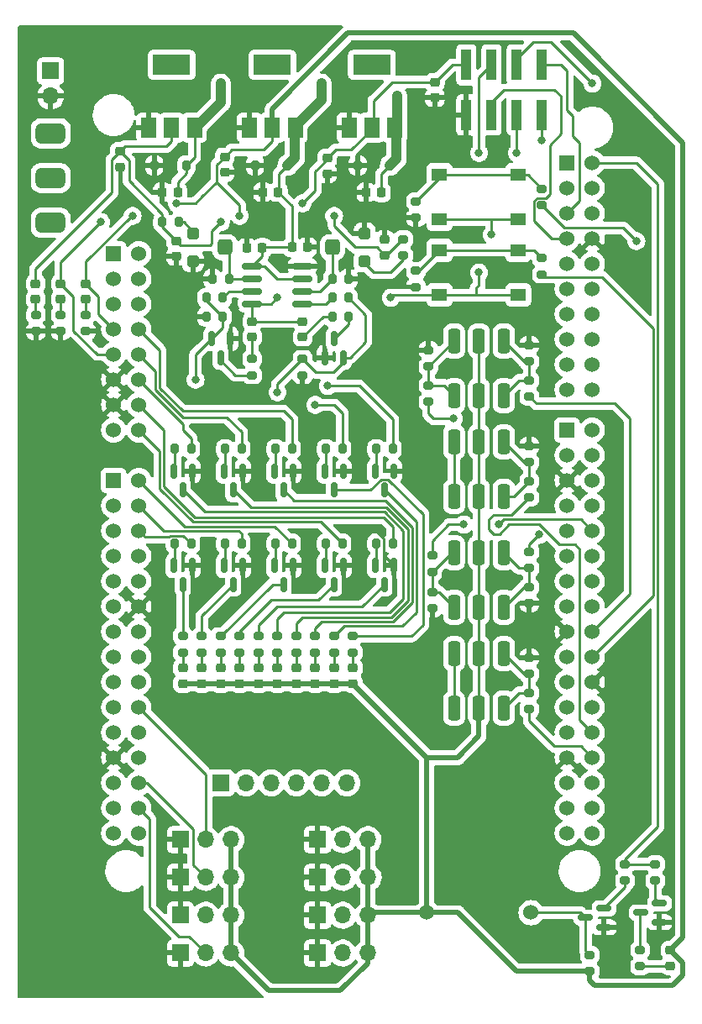
<source format=gbr>
%TF.GenerationSoftware,KiCad,Pcbnew,(6.0.2-0)*%
%TF.CreationDate,2022-03-29T11:50:41+01:00*%
%TF.ProjectId,Main-Craft-PCB,4d61696e-2d43-4726-9166-742d5043422e,rev?*%
%TF.SameCoordinates,Original*%
%TF.FileFunction,Copper,L1,Top*%
%TF.FilePolarity,Positive*%
%FSLAX46Y46*%
G04 Gerber Fmt 4.6, Leading zero omitted, Abs format (unit mm)*
G04 Created by KiCad (PCBNEW (6.0.2-0)) date 2022-03-29 11:50:41*
%MOMM*%
%LPD*%
G01*
G04 APERTURE LIST*
G04 Aperture macros list*
%AMRoundRect*
0 Rectangle with rounded corners*
0 $1 Rounding radius*
0 $2 $3 $4 $5 $6 $7 $8 $9 X,Y pos of 4 corners*
0 Add a 4 corners polygon primitive as box body*
4,1,4,$2,$3,$4,$5,$6,$7,$8,$9,$2,$3,0*
0 Add four circle primitives for the rounded corners*
1,1,$1+$1,$2,$3*
1,1,$1+$1,$4,$5*
1,1,$1+$1,$6,$7*
1,1,$1+$1,$8,$9*
0 Add four rect primitives between the rounded corners*
20,1,$1+$1,$2,$3,$4,$5,0*
20,1,$1+$1,$4,$5,$6,$7,0*
20,1,$1+$1,$6,$7,$8,$9,0*
20,1,$1+$1,$8,$9,$2,$3,0*%
G04 Aperture macros list end*
%TA.AperFunction,SMDPad,CuDef*%
%ADD10RoundRect,0.200000X-0.200000X-0.275000X0.200000X-0.275000X0.200000X0.275000X-0.200000X0.275000X0*%
%TD*%
%TA.AperFunction,SMDPad,CuDef*%
%ADD11RoundRect,0.200000X0.275000X-0.200000X0.275000X0.200000X-0.275000X0.200000X-0.275000X-0.200000X0*%
%TD*%
%TA.AperFunction,SMDPad,CuDef*%
%ADD12RoundRect,0.218750X0.256250X-0.218750X0.256250X0.218750X-0.256250X0.218750X-0.256250X-0.218750X0*%
%TD*%
%TA.AperFunction,SMDPad,CuDef*%
%ADD13RoundRect,0.300000X0.300000X-0.300000X0.300000X0.300000X-0.300000X0.300000X-0.300000X-0.300000X0*%
%TD*%
%TA.AperFunction,SMDPad,CuDef*%
%ADD14RoundRect,0.375000X0.375000X-0.425000X0.375000X0.425000X-0.375000X0.425000X-0.375000X-0.425000X0*%
%TD*%
%TA.AperFunction,SMDPad,CuDef*%
%ADD15RoundRect,0.218750X-0.256250X0.218750X-0.256250X-0.218750X0.256250X-0.218750X0.256250X0.218750X0*%
%TD*%
%TA.AperFunction,ComponentPad*%
%ADD16R,1.700000X1.700000*%
%TD*%
%TA.AperFunction,ComponentPad*%
%ADD17O,1.700000X1.700000*%
%TD*%
%TA.AperFunction,SMDPad,CuDef*%
%ADD18RoundRect,0.150000X-0.150000X0.587500X-0.150000X-0.587500X0.150000X-0.587500X0.150000X0.587500X0*%
%TD*%
%TA.AperFunction,SMDPad,CuDef*%
%ADD19R,1.550000X1.300000*%
%TD*%
%TA.AperFunction,SMDPad,CuDef*%
%ADD20RoundRect,0.200000X0.200000X0.275000X-0.200000X0.275000X-0.200000X-0.275000X0.200000X-0.275000X0*%
%TD*%
%TA.AperFunction,SMDPad,CuDef*%
%ADD21RoundRect,0.200000X-0.275000X0.200000X-0.275000X-0.200000X0.275000X-0.200000X0.275000X0.200000X0*%
%TD*%
%TA.AperFunction,SMDPad,CuDef*%
%ADD22RoundRect,0.225000X-0.225000X-0.250000X0.225000X-0.250000X0.225000X0.250000X-0.225000X0.250000X0*%
%TD*%
%TA.AperFunction,SMDPad,CuDef*%
%ADD23RoundRect,0.225000X-0.250000X0.225000X-0.250000X-0.225000X0.250000X-0.225000X0.250000X0.225000X0*%
%TD*%
%TA.AperFunction,SMDPad,CuDef*%
%ADD24R,1.000000X3.150000*%
%TD*%
%TA.AperFunction,SMDPad,CuDef*%
%ADD25RoundRect,0.162500X0.825000X0.162500X-0.825000X0.162500X-0.825000X-0.162500X0.825000X-0.162500X0*%
%TD*%
%TA.AperFunction,SMDPad,CuDef*%
%ADD26RoundRect,0.300000X0.300000X-0.950000X0.300000X0.950000X-0.300000X0.950000X-0.300000X-0.950000X0*%
%TD*%
%TA.AperFunction,SMDPad,CuDef*%
%ADD27R,1.500000X2.000000*%
%TD*%
%TA.AperFunction,SMDPad,CuDef*%
%ADD28R,3.800000X2.000000*%
%TD*%
%TA.AperFunction,SMDPad,CuDef*%
%ADD29RoundRect,0.225000X0.250000X-0.225000X0.250000X0.225000X-0.250000X0.225000X-0.250000X-0.225000X0*%
%TD*%
%TA.AperFunction,SMDPad,CuDef*%
%ADD30RoundRect,0.200000X0.200000X0.300000X-0.200000X0.300000X-0.200000X-0.300000X0.200000X-0.300000X0*%
%TD*%
%TA.AperFunction,SMDPad,CuDef*%
%ADD31RoundRect,0.225000X0.225000X0.250000X-0.225000X0.250000X-0.225000X-0.250000X0.225000X-0.250000X0*%
%TD*%
%TA.AperFunction,ComponentPad*%
%ADD32RoundRect,0.500000X1.000000X-0.500000X1.000000X0.500000X-1.000000X0.500000X-1.000000X-0.500000X0*%
%TD*%
%TA.AperFunction,ComponentPad*%
%ADD33C,1.530000*%
%TD*%
%TA.AperFunction,ComponentPad*%
%ADD34R,1.530000X1.530000*%
%TD*%
%TA.AperFunction,SMDPad,CuDef*%
%ADD35RoundRect,0.150000X0.587500X0.150000X-0.587500X0.150000X-0.587500X-0.150000X0.587500X-0.150000X0*%
%TD*%
%TA.AperFunction,SMDPad,CuDef*%
%ADD36RoundRect,0.300000X-0.300000X0.300000X-0.300000X-0.300000X0.300000X-0.300000X0.300000X0.300000X0*%
%TD*%
%TA.AperFunction,SMDPad,CuDef*%
%ADD37RoundRect,0.375000X-0.375000X0.425000X-0.375000X-0.425000X0.375000X-0.425000X0.375000X0.425000X0*%
%TD*%
%TA.AperFunction,SMDPad,CuDef*%
%ADD38RoundRect,0.150000X0.150000X-0.587500X0.150000X0.587500X-0.150000X0.587500X-0.150000X-0.587500X0*%
%TD*%
%TA.AperFunction,ComponentPad*%
%ADD39C,1.524000*%
%TD*%
%TA.AperFunction,ViaPad*%
%ADD40C,0.800000*%
%TD*%
%TA.AperFunction,Conductor*%
%ADD41C,0.250000*%
%TD*%
%TA.AperFunction,Conductor*%
%ADD42C,0.500000*%
%TD*%
%TA.AperFunction,Conductor*%
%ADD43C,1.000000*%
%TD*%
G04 APERTURE END LIST*
D10*
%TO.P,R49,1*%
%TO.N,Net-(D12-Pad1)*%
X152845000Y-80645000D03*
%TO.P,R49,2*%
%TO.N,Net-(Q13-Pad3)*%
X154495000Y-80645000D03*
%TD*%
D11*
%TO.P,R21,1*%
%TO.N,Net-(D8-Pad1)*%
X143510000Y-114490000D03*
%TO.P,R21,2*%
%TO.N,Net-(Q8-Pad3)*%
X143510000Y-112840000D03*
%TD*%
D12*
%TO.P,D17,1,K*%
%TO.N,Net-(D17-Pad1)*%
X122938505Y-78892500D03*
%TO.P,D17,2,A*%
%TO.N,+12V*%
X122938505Y-77317500D03*
%TD*%
D13*
%TO.P,RV1,1,1*%
%TO.N,Net-(R35-Pad1)*%
X156105000Y-75060000D03*
D14*
%TO.P,RV1,2,2*%
%TO.N,Net-(R38-Pad2)*%
X152855000Y-73660000D03*
D13*
%TO.P,RV1,3,3*%
%TO.N,Earth*%
X156105000Y-72260000D03*
%TD*%
D15*
%TO.P,D7,1,K*%
%TO.N,Net-(D7-Pad1)*%
X145415000Y-116052500D03*
%TO.P,D7,2,A*%
%TO.N,+5V*%
X145415000Y-117627500D03*
%TD*%
D16*
%TO.P,J10,1,Pin_1*%
%TO.N,MOTOR_2_EN*%
X141605000Y-127635000D03*
D17*
%TO.P,J10,2,Pin_2*%
%TO.N,MOTOR_2_B*%
X144145000Y-127635000D03*
%TO.P,J10,3,Pin_3*%
%TO.N,MOTOR_2_A*%
X146685000Y-127635000D03*
%TO.P,J10,4,Pin_4*%
%TO.N,MOTOR_1_B*%
X149225000Y-127635000D03*
%TO.P,J10,5,Pin_5*%
%TO.N,MOTOR_1_A*%
X151765000Y-127635000D03*
%TO.P,J10,6,Pin_6*%
%TO.N,MOTOR_1_EN*%
X154305000Y-127635000D03*
%TD*%
D18*
%TO.P,Q5,1,E*%
%TO.N,Earth*%
X143825000Y-96217500D03*
%TO.P,Q5,2,B*%
%TO.N,Net-(Q5-Pad2)*%
X141925000Y-96217500D03*
%TO.P,Q5,3,C*%
%TO.N,Net-(Q5-Pad3)*%
X142875000Y-98092500D03*
%TD*%
D15*
%TO.P,D2,1,K*%
%TO.N,Net-(D2-Pad1)*%
X153035000Y-116052500D03*
%TO.P,D2,2,A*%
%TO.N,+5V*%
X153035000Y-117627500D03*
%TD*%
D19*
%TO.P,SW1,1,1*%
%TO.N,Net-(R12-Pad1)*%
X163665000Y-66330000D03*
X171615000Y-66330000D03*
%TO.P,SW1,2,2*%
%TO.N,+5V*%
X171615000Y-70830000D03*
X163665000Y-70830000D03*
%TD*%
D18*
%TO.P,Q7,1,E*%
%TO.N,Earth*%
X159065000Y-105742500D03*
%TO.P,Q7,2,B*%
%TO.N,Net-(Q7-Pad2)*%
X157165000Y-105742500D03*
%TO.P,Q7,3,C*%
%TO.N,Net-(Q7-Pad3)*%
X158115000Y-107617500D03*
%TD*%
D15*
%TO.P,D4,1,K*%
%TO.N,Net-(D4-Pad1)*%
X151130000Y-116052500D03*
%TO.P,D4,2,A*%
%TO.N,+5V*%
X151130000Y-117627500D03*
%TD*%
D20*
%TO.P,R9,1*%
%TO.N,LED_5*%
X143700000Y-93980000D03*
%TO.P,R9,2*%
%TO.N,Net-(Q5-Pad2)*%
X142050000Y-93980000D03*
%TD*%
D21*
%TO.P,R14,1*%
%TO.N,Net-(R12-Pad1)*%
X161290000Y-69025000D03*
%TO.P,R14,2*%
%TO.N,Earth*%
X161290000Y-70675000D03*
%TD*%
%TO.P,R33,1*%
%TO.N,Net-(R30-Pad1)*%
X172720000Y-107887000D03*
%TO.P,R33,2*%
%TO.N,Earth*%
X172720000Y-109537000D03*
%TD*%
D15*
%TO.P,D3,1,K*%
%TO.N,Net-(D3-Pad1)*%
X154940000Y-116052500D03*
%TO.P,D3,2,A*%
%TO.N,+5V*%
X154940000Y-117627500D03*
%TD*%
D20*
%TO.P,R29,1*%
%TO.N,LED_10*%
X143700000Y-103505000D03*
%TO.P,R29,2*%
%TO.N,Net-(Q10-Pad2)*%
X142050000Y-103505000D03*
%TD*%
D11*
%TO.P,R23,1*%
%TO.N,Net-(R23-Pad1)*%
X162560000Y-85661000D03*
%TO.P,R23,2*%
%TO.N,Earth*%
X162560000Y-84011000D03*
%TD*%
D18*
%TO.P,Q3,1,E*%
%TO.N,Earth*%
X153985000Y-96217500D03*
%TO.P,Q3,2,B*%
%TO.N,Net-(Q3-Pad2)*%
X152085000Y-96217500D03*
%TO.P,Q3,3,C*%
%TO.N,Net-(Q3-Pad3)*%
X153035000Y-98092500D03*
%TD*%
D11*
%TO.P,R35,1*%
%TO.N,Net-(R35-Pad1)*%
X160020000Y-74485000D03*
%TO.P,R35,2*%
%TO.N,+12V*%
X160020000Y-72835000D03*
%TD*%
D22*
%TO.P,C8,1*%
%TO.N,Earth*%
X135705022Y-68100428D03*
%TO.P,C8,2*%
%TO.N,+BATT*%
X137255022Y-68100428D03*
%TD*%
D11*
%TO.P,R40,1*%
%TO.N,Net-(R37-Pad1)*%
X162935495Y-106378514D03*
%TO.P,R40,2*%
%TO.N,SW_8*%
X162935495Y-104728514D03*
%TD*%
D23*
%TO.P,C2,1*%
%TO.N,+12V*%
X137085000Y-73005000D03*
%TO.P,C2,2*%
%TO.N,Earth*%
X137085000Y-74555000D03*
%TD*%
D20*
%TO.P,R46,1*%
%TO.N,BAT_30_PERCENT*%
X141795000Y-80645000D03*
%TO.P,R46,2*%
%TO.N,Earth*%
X140145000Y-80645000D03*
%TD*%
D22*
%TO.P,C7,1*%
%TO.N,Earth*%
X145844526Y-68100428D03*
%TO.P,C7,2*%
%TO.N,+BATT*%
X147394526Y-68100428D03*
%TD*%
D18*
%TO.P,Q14,1,E*%
%TO.N,Earth*%
X142555000Y-82882500D03*
%TO.P,Q14,2,B*%
%TO.N,BAT_30_PERCENT*%
X140655000Y-82882500D03*
%TO.P,Q14,3,C*%
%TO.N,Net-(Q14-Pad3)*%
X141605000Y-84757500D03*
%TD*%
D11*
%TO.P,R2,1*%
%TO.N,Net-(D1-Pad1)*%
X137795000Y-114490000D03*
%TO.P,R2,2*%
%TO.N,Net-(Q1-Pad3)*%
X137795000Y-112840000D03*
%TD*%
%TO.P,R6,1*%
%TO.N,Net-(D3-Pad1)*%
X154940000Y-114490000D03*
%TO.P,R6,2*%
%TO.N,Net-(Q3-Pad3)*%
X154940000Y-112840000D03*
%TD*%
D24*
%TO.P,J1,1,Pin_1*%
%TO.N,Earth*%
X166370000Y-60310000D03*
%TO.P,J1,2,Pin_2*%
%TO.N,+3V3*%
X166370000Y-55260000D03*
%TO.P,J1,3,Pin_3*%
%TO.N,CE*%
X168910000Y-60310000D03*
%TO.P,J1,4,Pin_4*%
%TO.N,CSN*%
X168910000Y-55260000D03*
%TO.P,J1,5,Pin_5*%
%TO.N,SCK*%
X171450000Y-60310000D03*
%TO.P,J1,6,Pin_6*%
%TO.N,MOSI*%
X171450000Y-55260000D03*
%TO.P,J1,7,Pin_7*%
%TO.N,MISO*%
X173990000Y-60310000D03*
%TO.P,J1,8,Pin_8*%
%TO.N,IRQ*%
X173990000Y-55260000D03*
%TD*%
D15*
%TO.P,D6,1,K*%
%TO.N,Net-(D6-Pad1)*%
X147320000Y-116052500D03*
%TO.P,D6,2,A*%
%TO.N,+5V*%
X147320000Y-117627500D03*
%TD*%
D16*
%TO.P,J4,1,Pin_1*%
%TO.N,Earth*%
X151373990Y-140970000D03*
D17*
%TO.P,J4,2,Pin_2*%
%TO.N,IR_3*%
X153913990Y-140970000D03*
%TO.P,J4,3,Pin_3*%
%TO.N,+5V*%
X156453990Y-140970000D03*
%TD*%
D11*
%TO.P,R4,1*%
%TO.N,Net-(D2-Pad1)*%
X153035000Y-114490000D03*
%TO.P,R4,2*%
%TO.N,Net-(Q2-Pad3)*%
X153035000Y-112840000D03*
%TD*%
D15*
%TO.P,D5,1,K*%
%TO.N,Net-(D5-Pad1)*%
X149225000Y-116052500D03*
%TO.P,D5,2,A*%
%TO.N,+5V*%
X149225000Y-117627500D03*
%TD*%
D11*
%TO.P,R30,1*%
%TO.N,Net-(R30-Pad1)*%
X172720000Y-105981000D03*
%TO.P,R30,2*%
%TO.N,SW_7*%
X172720000Y-104331000D03*
%TD*%
%TO.P,R10,1*%
%TO.N,Net-(D5-Pad1)*%
X149225000Y-114490000D03*
%TO.P,R10,2*%
%TO.N,Net-(Q5-Pad3)*%
X149225000Y-112840000D03*
%TD*%
D21*
%TO.P,R51,1*%
%TO.N,Net-(D17-Pad1)*%
X122961832Y-80455000D03*
%TO.P,R51,2*%
%TO.N,Earth*%
X122961832Y-82105000D03*
%TD*%
D10*
%TO.P,R44,1*%
%TO.N,Net-(R44-Pad1)*%
X152845000Y-78740000D03*
%TO.P,R44,2*%
%TO.N,BAT_15_PERCENT*%
X154495000Y-78740000D03*
%TD*%
D16*
%TO.P,J8,1,Pin_1*%
%TO.N,Earth*%
X137556000Y-140970000D03*
D17*
%TO.P,J8,2,Pin_2*%
%TO.N,ESC_3*%
X140096000Y-140970000D03*
%TO.P,J8,3,Pin_3*%
%TO.N,+5V*%
X142636000Y-140970000D03*
%TD*%
D25*
%TO.P,U2,1*%
%TO.N,Net-(R44-Pad1)*%
X149857500Y-79375000D03*
%TO.P,U2,2,-*%
%TO.N,Net-(R38-Pad2)*%
X149857500Y-78105000D03*
%TO.P,U2,3,+*%
%TO.N,+BATT*%
X149857500Y-76835000D03*
%TO.P,U2,4,V-*%
%TO.N,Earth*%
X149857500Y-75565000D03*
%TO.P,U2,5,+*%
%TO.N,+BATT*%
X144782500Y-75565000D03*
%TO.P,U2,6,-*%
%TO.N,Net-(R39-Pad2)*%
X144782500Y-76835000D03*
%TO.P,U2,7*%
%TO.N,Net-(R45-Pad1)*%
X144782500Y-78105000D03*
%TO.P,U2,8,V+*%
%TO.N,+5V*%
X144782500Y-79375000D03*
%TD*%
D15*
%TO.P,D1,1,K*%
%TO.N,Net-(D1-Pad1)*%
X137795000Y-116052500D03*
%TO.P,D1,2,A*%
%TO.N,+5V*%
X137795000Y-117627500D03*
%TD*%
D18*
%TO.P,Q2,1,E*%
%TO.N,Earth*%
X159065000Y-96217500D03*
%TO.P,Q2,2,B*%
%TO.N,Net-(Q2-Pad2)*%
X157165000Y-96217500D03*
%TO.P,Q2,3,C*%
%TO.N,Net-(Q2-Pad3)*%
X158115000Y-98092500D03*
%TD*%
D21*
%TO.P,R12,1*%
%TO.N,Net-(R12-Pad1)*%
X173990000Y-67755000D03*
%TO.P,R12,2*%
%TO.N,SW_1*%
X173990000Y-69405000D03*
%TD*%
D26*
%TO.P,SW5,1,A*%
%TO.N,Net-(R37-Pad1)*%
X165140000Y-109938000D03*
X165140000Y-104438000D03*
%TO.P,SW5,2,B*%
%TO.N,+5V*%
X167640000Y-109938000D03*
X167640000Y-104438000D03*
%TO.P,SW5,3,C*%
%TO.N,Net-(R30-Pad1)*%
X170140000Y-109938000D03*
X170140000Y-104438000D03*
%TD*%
D21*
%TO.P,R16,1*%
%TO.N,Net-(R16-Pad1)*%
X173990000Y-74740000D03*
%TO.P,R16,2*%
%TO.N,SW_2*%
X173990000Y-76390000D03*
%TD*%
D27*
%TO.P,U5,1,GND*%
%TO.N,Earth*%
X134352000Y-61570000D03*
%TO.P,U5,2,VO*%
%TO.N,+12V*%
X136652000Y-61570000D03*
%TO.P,U5,3,VI*%
%TO.N,+BATT*%
X138952000Y-61570000D03*
D28*
%TO.P,U5,4*%
%TO.N,N/C*%
X136652000Y-55270000D03*
%TD*%
D21*
%TO.P,R53,1*%
%TO.N,Net-(D19-Pad1)*%
X128016000Y-80455000D03*
%TO.P,R53,2*%
%TO.N,Earth*%
X128016000Y-82105000D03*
%TD*%
D16*
%TO.P,J2,1,Pin_1*%
%TO.N,Earth*%
X151373990Y-133350000D03*
D17*
%TO.P,J2,2,Pin_2*%
%TO.N,IR_1*%
X153913990Y-133350000D03*
%TO.P,J2,3,Pin_3*%
%TO.N,+5V*%
X156453990Y-133350000D03*
%TD*%
D29*
%TO.P,C11,1*%
%TO.N,Earth*%
X131445000Y-65545000D03*
%TO.P,C11,2*%
%TO.N,+12V*%
X131445000Y-63995000D03*
%TD*%
D10*
%TO.P,R39,1*%
%TO.N,Earth*%
X140780000Y-76835000D03*
%TO.P,R39,2*%
%TO.N,Net-(R39-Pad2)*%
X142430000Y-76835000D03*
%TD*%
D15*
%TO.P,D9,1,K*%
%TO.N,Net-(D9-Pad1)*%
X141605000Y-116052500D03*
%TO.P,D9,2,A*%
%TO.N,+5V*%
X141605000Y-117627500D03*
%TD*%
D19*
%TO.P,SW2,1,1*%
%TO.N,Net-(R16-Pad1)*%
X163665000Y-73950000D03*
X171615000Y-73950000D03*
%TO.P,SW2,2,2*%
%TO.N,+5V*%
X171615000Y-78450000D03*
X163665000Y-78450000D03*
%TD*%
D29*
%TO.P,C1,1*%
%TO.N,+12V*%
X158115000Y-74435000D03*
%TO.P,C1,2*%
%TO.N,Earth*%
X158115000Y-72885000D03*
%TD*%
D20*
%TO.P,R19,1*%
%TO.N,LED_8*%
X153860000Y-103505000D03*
%TO.P,R19,2*%
%TO.N,Net-(Q8-Pad2)*%
X152210000Y-103505000D03*
%TD*%
D11*
%TO.P,R22,1*%
%TO.N,Net-(R20-Pad1)*%
X172720000Y-85153000D03*
%TO.P,R22,2*%
%TO.N,Earth*%
X172720000Y-83503000D03*
%TD*%
D16*
%TO.P,J9,1,Pin_1*%
%TO.N,Earth*%
X137556000Y-144780000D03*
D17*
%TO.P,J9,2,Pin_2*%
%TO.N,ESC_4*%
X140096000Y-144780000D03*
%TO.P,J9,3,Pin_3*%
%TO.N,+5V*%
X142636000Y-144780000D03*
%TD*%
D30*
%TO.P,D15,1,K*%
%TO.N,+BATT*%
X148305000Y-65405000D03*
%TO.P,D15,2,A*%
%TO.N,Earth*%
X145065000Y-65405000D03*
%TD*%
D20*
%TO.P,R7,1*%
%TO.N,LED_4*%
X148780000Y-93980000D03*
%TO.P,R7,2*%
%TO.N,Net-(Q4-Pad2)*%
X147130000Y-93980000D03*
%TD*%
D27*
%TO.P,U3,1,GND*%
%TO.N,Earth*%
X154545000Y-61570000D03*
%TO.P,U3,2,VO*%
%TO.N,+3V3*%
X156845000Y-61570000D03*
%TO.P,U3,3,VI*%
%TO.N,+BATT*%
X159145000Y-61570000D03*
D28*
%TO.P,U3,4*%
%TO.N,N/C*%
X156845000Y-55270000D03*
%TD*%
D26*
%TO.P,SW4,1,A*%
%TO.N,unconnected-(SW4-Pad1)*%
X165140000Y-98762000D03*
X165140000Y-93262000D03*
%TO.P,SW4,2,B*%
%TO.N,+5V*%
X167640000Y-98762000D03*
X167640000Y-93262000D03*
%TO.P,SW4,3,C*%
%TO.N,Net-(R26-Pad1)*%
X170140000Y-93262000D03*
X170140000Y-98762000D03*
%TD*%
%TO.P,SW6,1,A*%
%TO.N,unconnected-(SW6-Pad1)*%
X165140000Y-120098000D03*
X165140000Y-114598000D03*
%TO.P,SW6,2,B*%
%TO.N,+5V*%
X167640000Y-120098000D03*
X167640000Y-114598000D03*
%TO.P,SW6,3,C*%
%TO.N,Net-(R31-Pad1)*%
X170140000Y-120098000D03*
X170140000Y-114598000D03*
%TD*%
D31*
%TO.P,C4,1*%
%TO.N,+BATT*%
X145796907Y-73710643D03*
%TO.P,C4,2*%
%TO.N,Earth*%
X144246907Y-73710643D03*
%TD*%
D32*
%TO.P,SW7,1,A*%
%TO.N,+BATT*%
X124460000Y-71175000D03*
%TO.P,SW7,2,B*%
%TO.N,Net-(BT1-Pad1)*%
X124460000Y-66675000D03*
%TO.P,SW7,3,C*%
%TO.N,unconnected-(SW7-Pad3)*%
X124460000Y-62175000D03*
%TD*%
D20*
%TO.P,R3,1*%
%TO.N,LED_2*%
X158940000Y-93980000D03*
%TO.P,R3,2*%
%TO.N,Net-(Q2-Pad2)*%
X157290000Y-93980000D03*
%TD*%
D11*
%TO.P,R17,1*%
%TO.N,Net-(D7-Pad1)*%
X145415000Y-114490000D03*
%TO.P,R17,2*%
%TO.N,Net-(Q7-Pad3)*%
X145415000Y-112840000D03*
%TD*%
D18*
%TO.P,Q6,1,E*%
%TO.N,Earth*%
X138745000Y-96217500D03*
%TO.P,Q6,2,B*%
%TO.N,Net-(Q6-Pad2)*%
X136845000Y-96217500D03*
%TO.P,Q6,3,C*%
%TO.N,Net-(Q6-Pad3)*%
X137795000Y-98092500D03*
%TD*%
D33*
%TO.P,U1,1,PC10*%
%TO.N,LED_3*%
X133350000Y-79370000D03*
%TO.P,U1,2,PC11*%
%TO.N,LED_4*%
X133350000Y-81910000D03*
%TO.P,U1,3,PC12*%
%TO.N,LED_5*%
X133350000Y-84450000D03*
%TO.P,U1,4,PD2*%
%TO.N,LED_6*%
X133350000Y-86990000D03*
%TO.P,U1,8,GND*%
%TO.N,Earth*%
X130810000Y-125090000D03*
%TO.P,U1,11,PF7*%
%TO.N,ESC_2*%
X133350000Y-127630000D03*
%TO.P,U1,12,IOREF*%
%TO.N,unconnected-(U1-Pad12)*%
X130810000Y-76830000D03*
%TO.P,U1,14,~{RST}*%
%TO.N,unconnected-(U1-Pad14)*%
X130810000Y-79370000D03*
%TO.P,U1,16,+3V3*%
%TO.N,+3V3*%
X130810000Y-81910000D03*
%TO.P,U1,17,PA15*%
%TO.N,unconnected-(U1-Pad17)*%
X176530000Y-75306000D03*
%TO.P,U1,18,+5V*%
%TO.N,+5V*%
X130810000Y-84450000D03*
%TO.P,U1,19,GND*%
%TO.N,Earth*%
X130810000Y-86990000D03*
%TO.P,U1,20,GND*%
X130810000Y-89530000D03*
%TO.P,U1,24,VIN*%
%TO.N,unconnected-(U1-Pad24)*%
X130810000Y-92070000D03*
%TO.P,U1,28,ETH_REF_CLK/PA0*%
%TO.N,unconnected-(U1-Pad28)*%
X176530000Y-127630000D03*
%TO.P,U1,32,PA4*%
%TO.N,CSN*%
X176530000Y-85466000D03*
%TO.P,U1,34,PB0*%
%TO.N,unconnected-(U1-Pad34)*%
X176530000Y-130170000D03*
%TO.P,U1,35,PC2*%
%TO.N,IR_2*%
X176530000Y-102230000D03*
%TO.P,U1,37,PC3*%
%TO.N,unconnected-(U1-Pad37)*%
X130810000Y-102230000D03*
%TO.P,U1,38,PC0*%
%TO.N,BAT_30_PERCENT*%
X130810000Y-99690000D03*
%TO.P,U1,39,PD4*%
%TO.N,MOTOR_1_A*%
X133350000Y-104770000D03*
%TO.P,U1,40,PD3*%
%TO.N,MOTOR_1_B*%
X133350000Y-107310000D03*
%TO.P,U1,41,PD5*%
%TO.N,LED_1*%
X133350000Y-102230000D03*
%TO.P,U1,42,PG2*%
%TO.N,LED_7*%
X133350000Y-89530000D03*
%TO.P,U1,43,PD6*%
%TO.N,LED_10*%
X133350000Y-99690000D03*
%TO.P,U1,44,PG3*%
%TO.N,LED_8*%
X133350000Y-92070000D03*
%TO.P,U1,45,PD7*%
%TO.N,LED_9*%
X133350000Y-97150000D03*
%TO.P,U1,46,PE2*%
%TO.N,N/C*%
X133350000Y-112390000D03*
%TO.N,unconnected-(U1-Pad46)*%
X176530000Y-122550000D03*
%TO.P,U1,47,PE3*%
%TO.N,MOTOR_2_A*%
X133350000Y-122550000D03*
%TO.P,U1,48,PE4*%
%TO.N,MOTOR_2_B*%
X133350000Y-114930000D03*
%TO.P,U1,49,GND*%
%TO.N,Earth*%
X133350000Y-109850000D03*
%TO.P,U1,50,PE5*%
%TO.N,MOTOR_2_EN*%
X133350000Y-117470000D03*
%TO.P,U1,51,PF1*%
%TO.N,unconnected-(U1-Pad51)*%
X130810000Y-120010000D03*
%TO.P,U1,52,PF2*%
%TO.N,unconnected-(U1-Pad52)*%
X130810000Y-117470000D03*
%TO.P,U1,53,PF0*%
%TO.N,unconnected-(U1-Pad53)*%
X130810000Y-122550000D03*
%TO.P,U1,54,PF8*%
%TO.N,ESC_3*%
X133350000Y-125090000D03*
%TO.P,U1,55,PD1*%
%TO.N,unconnected-(U1-Pad55)*%
X130810000Y-130170000D03*
%TO.P,U1,56,PF9*%
%TO.N,ESC_4*%
X133350000Y-130170000D03*
%TO.P,U1,57,PD0*%
%TO.N,unconnected-(U1-Pad57)*%
X130810000Y-127630000D03*
%TO.P,U1,58,PG1*%
%TO.N,unconnected-(U1-Pad58)*%
X133350000Y-132710000D03*
%TO.P,U1,59,PG0*%
%TO.N,unconnected-(U1-Pad59)*%
X130810000Y-132710000D03*
%TO.P,U1,60,GND*%
%TO.N,Earth*%
X179070000Y-72766000D03*
%TO.P,U1,62,PE6*%
%TO.N,ESC_1*%
X133350000Y-120010000D03*
%TO.P,U1,63,PG9*%
%TO.N,SW_1*%
X179070000Y-109850000D03*
%TO.P,U1,73,PC9*%
%TO.N,LED_2*%
X133350000Y-76830000D03*
%TO.P,U1,74,PC8*%
%TO.N,MOTOR_1_EN*%
X133350000Y-74290000D03*
%TO.P,U1,75,PB8*%
%TO.N,BUZZER*%
X179070000Y-65146000D03*
D34*
%TO.P,U1,76,PC6*%
%TO.N,unconnected-(U1-Pad76)*%
X176530000Y-65146000D03*
D33*
%TO.P,U1,77,PB9*%
%TO.N,unconnected-(U1-Pad77)*%
X179070000Y-67686000D03*
%TO.P,U1,79,AVDD*%
%TO.N,unconnected-(U1-Pad79)*%
X179070000Y-70226000D03*
D34*
%TO.N,N/C*%
X176530000Y-92070000D03*
D33*
%TO.P,U1,81,GND*%
%TO.N,Earth*%
X176530000Y-125090000D03*
%TO.P,U1,83,PA5*%
%TO.N,unconnected-(U1-Pad83)*%
X179070000Y-75306000D03*
%TO.P,U1,85,PA6*%
%TO.N,unconnected-(U1-Pad85)*%
X179070000Y-77846000D03*
%TO.P,U1,87,ETH_CRS_DV/PA7*%
%TO.N,unconnected-(U1-Pad87)*%
X179070000Y-80386000D03*
%TO.N,N/C*%
X130810000Y-114930000D03*
%TO.P,U1,88,PB12*%
%TO.N,CE*%
X176530000Y-72766000D03*
%TO.P,U1,89,PB6*%
%TO.N,IR_4*%
X176530000Y-107310000D03*
%TO.P,U1,90,PB11*%
%TO.N,unconnected-(U1-Pad90)*%
X179070000Y-132710000D03*
%TO.P,U1,91,PC7*%
%TO.N,unconnected-(U1-Pad91)*%
X176530000Y-77846000D03*
%TO.P,U1,92,GND*%
%TO.N,Earth*%
X179070000Y-117470000D03*
%TO.P,U1,94,PB2*%
%TO.N,unconnected-(U1-Pad94)*%
X176530000Y-109850000D03*
%TO.P,U1,96,PB1*%
%TO.N,IR_1*%
X176530000Y-99690000D03*
%TO.P,U1,97,PB10*%
%TO.N,unconnected-(U1-Pad97)*%
X179070000Y-130170000D03*
%TO.P,U1,98,PB15*%
%TO.N,unconnected-(U1-Pad98)*%
X176530000Y-67686000D03*
%TO.P,U1,99,PB4*%
%TO.N,MISO*%
X176530000Y-88006000D03*
%TO.P,U1,101,PB5*%
%TO.N,MOSI*%
X176530000Y-80386000D03*
%TO.P,U1,102,ETH_TXD1/PB13*%
%TO.N,IRQ*%
X176530000Y-70226000D03*
%TO.P,U1,103,SWO/PB3*%
%TO.N,SCK*%
X176530000Y-82926000D03*
%TO.P,U1,104,AGND*%
%TO.N,unconnected-(U1-Pad104)*%
X176530000Y-94610000D03*
%TO.P,U1,108,PF5*%
%TO.N,unconnected-(U1-Pad108)*%
X130810000Y-107310000D03*
D34*
%TO.P,U1,109,PA3*%
%TO.N,BAT_15_PERCENT*%
X130810000Y-97150000D03*
D33*
%TO.P,U1,110,PF4*%
%TO.N,IR_3*%
X176530000Y-104770000D03*
%TO.P,U1,111,GND*%
%TO.N,Earth*%
X176530000Y-97150000D03*
%TO.P,U1,112,PE8*%
%TO.N,SW_3*%
X179070000Y-112390000D03*
%TO.P,U1,113,PD13*%
%TO.N,unconnected-(U1-Pad113)*%
X176530000Y-114930000D03*
%TO.P,U1,114,PF10*%
%TO.N,unconnected-(U1-Pad114)*%
X130810000Y-109850000D03*
%TO.P,U1,115,PD12*%
%TO.N,unconnected-(U1-Pad115)*%
X176530000Y-117470000D03*
%TO.P,U1,116,PE7*%
%TO.N,SW_2*%
X179070000Y-114930000D03*
%TO.P,U1,117,PD11*%
%TO.N,unconnected-(U1-Pad117)*%
X176530000Y-120010000D03*
%TO.P,U1,118,PD14*%
%TO.N,unconnected-(U1-Pad118)*%
X179070000Y-82926000D03*
%TO.P,U1,119,PE10*%
%TO.N,SW_4*%
X179070000Y-120010000D03*
%TO.P,U1,120,PD15*%
%TO.N,unconnected-(U1-Pad120)*%
X179070000Y-85466000D03*
%TO.P,U1,121,PE12*%
%TO.N,SW_5*%
X179070000Y-122550000D03*
%TO.P,U1,122,PF14*%
%TO.N,SW_7*%
X179070000Y-99690000D03*
%TO.P,U1,123,PE14*%
%TO.N,SW_6*%
X179070000Y-125090000D03*
%TO.P,U1,124,PE9*%
%TO.N,unconnected-(U1-Pad124)*%
X179070000Y-94610000D03*
%TO.P,U1,125,PE15*%
%TO.N,unconnected-(U1-Pad125)*%
X179070000Y-127630000D03*
%TO.P,U1,127,PE13*%
%TO.N,SW_8*%
X179070000Y-102230000D03*
%TO.P,U1,128,PE11*%
%TO.N,unconnected-(U1-Pad128)*%
X179070000Y-97150000D03*
%TO.P,U1,129,PF13*%
%TO.N,unconnected-(U1-Pad129)*%
X179070000Y-92070000D03*
%TO.P,U1,130,PF3*%
%TO.N,unconnected-(U1-Pad130)*%
X130810000Y-104770000D03*
%TO.P,U1,131,PF12*%
%TO.N,unconnected-(U1-Pad131)*%
X179070000Y-88006000D03*
%TO.P,U1,132,PF15*%
%TO.N,unconnected-(U1-Pad132)*%
X179070000Y-104770000D03*
%TO.P,U1,133,PG14*%
%TO.N,unconnected-(U1-Pad133)*%
X179070000Y-107310000D03*
%TO.P,U1,136,PE0*%
%TO.N,unconnected-(U1-Pad136)*%
X176530000Y-132710000D03*
%TO.P,U1,144,GND*%
%TO.N,Earth*%
X176530000Y-112390000D03*
%TO.P,U1,NC*%
%TO.N,N/C*%
X130810000Y-112390000D03*
D34*
X130810000Y-74290000D03*
%TD*%
D26*
%TO.P,SW3,1,A*%
%TO.N,Net-(R23-Pad1)*%
X165140000Y-83102000D03*
X165140000Y-88602000D03*
%TO.P,SW3,2,B*%
%TO.N,+5V*%
X167640000Y-88602000D03*
X167640000Y-83102000D03*
%TO.P,SW3,3,C*%
%TO.N,Net-(R20-Pad1)*%
X170140000Y-83102000D03*
X170140000Y-88602000D03*
%TD*%
D20*
%TO.P,R38,1*%
%TO.N,Earth*%
X154495000Y-76835000D03*
%TO.P,R38,2*%
%TO.N,Net-(R38-Pad2)*%
X152845000Y-76835000D03*
%TD*%
D11*
%TO.P,R13,1*%
%TO.N,Net-(D6-Pad1)*%
X147320000Y-114490000D03*
%TO.P,R13,2*%
%TO.N,Net-(Q6-Pad3)*%
X147320000Y-112840000D03*
%TD*%
%TO.P,R48,1*%
%TO.N,+5V*%
X178816000Y-146621000D03*
%TO.P,R48,2*%
%TO.N,Net-(BZ1-Pad2)*%
X178816000Y-144971000D03*
%TD*%
D20*
%TO.P,R1,1*%
%TO.N,LED_1*%
X138620000Y-103505000D03*
%TO.P,R1,2*%
%TO.N,Net-(Q1-Pad2)*%
X136970000Y-103505000D03*
%TD*%
D11*
%TO.P,R8,1*%
%TO.N,Net-(D4-Pad1)*%
X151130000Y-114490000D03*
%TO.P,R8,2*%
%TO.N,Net-(Q4-Pad3)*%
X151130000Y-112840000D03*
%TD*%
D35*
%TO.P,Q11,1,E*%
%TO.N,Earth*%
X185849500Y-141666000D03*
%TO.P,Q11,2,B*%
%TO.N,Net-(Q11-Pad2)*%
X185849500Y-139766000D03*
%TO.P,Q11,3,C*%
%TO.N,Net-(Q11-Pad3)*%
X183974500Y-140716000D03*
%TD*%
D18*
%TO.P,Q1,1,E*%
%TO.N,Earth*%
X138745000Y-105742500D03*
%TO.P,Q1,2,B*%
%TO.N,Net-(Q1-Pad2)*%
X136845000Y-105742500D03*
%TO.P,Q1,3,C*%
%TO.N,Net-(Q1-Pad3)*%
X137795000Y-107617500D03*
%TD*%
D21*
%TO.P,R37,1*%
%TO.N,Net-(R37-Pad1)*%
X162940733Y-108395000D03*
%TO.P,R37,2*%
%TO.N,Earth*%
X162940733Y-110045000D03*
%TD*%
D29*
%TO.P,C9,1*%
%TO.N,Earth*%
X152340347Y-66219768D03*
%TO.P,C9,2*%
%TO.N,+3V3*%
X152340347Y-64669768D03*
%TD*%
D20*
%TO.P,R5,1*%
%TO.N,LED_3*%
X153860000Y-93980000D03*
%TO.P,R5,2*%
%TO.N,Net-(Q3-Pad2)*%
X152210000Y-93980000D03*
%TD*%
D29*
%TO.P,C5,1*%
%TO.N,Earth*%
X163195000Y-58560000D03*
%TO.P,C5,2*%
%TO.N,+3V3*%
X163195000Y-57010000D03*
%TD*%
D11*
%TO.P,R41,1*%
%TO.N,Net-(D11-Pad1)*%
X183896000Y-146113000D03*
%TO.P,R41,2*%
%TO.N,Net-(Q11-Pad3)*%
X183896000Y-144463000D03*
%TD*%
D21*
%TO.P,R20,1*%
%TO.N,Net-(R20-Pad1)*%
X172720000Y-87059000D03*
%TO.P,R20,2*%
%TO.N,SW_3*%
X172720000Y-88709000D03*
%TD*%
D15*
%TO.P,D8,1,K*%
%TO.N,Net-(D8-Pad1)*%
X143510000Y-116052500D03*
%TO.P,D8,2,A*%
%TO.N,+5V*%
X143510000Y-117627500D03*
%TD*%
D22*
%TO.P,C6,1*%
%TO.N,Earth*%
X156246652Y-68111847D03*
%TO.P,C6,2*%
%TO.N,+BATT*%
X157796652Y-68111847D03*
%TD*%
D12*
%TO.P,D11,1,K*%
%TO.N,Net-(D11-Pad1)*%
X186944000Y-146075500D03*
%TO.P,D11,2,A*%
%TO.N,+5V*%
X186944000Y-144500500D03*
%TD*%
D21*
%TO.P,R47,1*%
%TO.N,BUZZER*%
X182372000Y-135827000D03*
%TO.P,R47,2*%
%TO.N,Net-(Q12-Pad2)*%
X182372000Y-137477000D03*
%TD*%
D20*
%TO.P,R11,1*%
%TO.N,LED_6*%
X138620000Y-93980000D03*
%TO.P,R11,2*%
%TO.N,Net-(Q6-Pad2)*%
X136970000Y-93980000D03*
%TD*%
D16*
%TO.P,BT1,1,+*%
%TO.N,Net-(BT1-Pad1)*%
X124460000Y-55880000D03*
D17*
%TO.P,BT1,2,-*%
%TO.N,Earth*%
X124460000Y-58420000D03*
%TD*%
D21*
%TO.P,R43,1*%
%TO.N,BAT_15_PERCENT*%
X149860000Y-84900000D03*
%TO.P,R43,2*%
%TO.N,Earth*%
X149860000Y-86550000D03*
%TD*%
D16*
%TO.P,J5,1,Pin_1*%
%TO.N,Earth*%
X151373990Y-144780000D03*
D17*
%TO.P,J5,2,Pin_2*%
%TO.N,IR_4*%
X153913990Y-144780000D03*
%TO.P,J5,3,Pin_3*%
%TO.N,+5V*%
X156453990Y-144780000D03*
%TD*%
D11*
%TO.P,R28,1*%
%TO.N,Net-(R26-Pad1)*%
X172720000Y-95313000D03*
%TO.P,R28,2*%
%TO.N,Earth*%
X172720000Y-93663000D03*
%TD*%
D12*
%TO.P,D18,1,K*%
%TO.N,Net-(D18-Pad1)*%
X125476000Y-78893812D03*
%TO.P,D18,2,A*%
%TO.N,+5V*%
X125476000Y-77318812D03*
%TD*%
D21*
%TO.P,R52,1*%
%TO.N,Net-(D18-Pad1)*%
X125476000Y-80455000D03*
%TO.P,R52,2*%
%TO.N,Earth*%
X125476000Y-82105000D03*
%TD*%
D11*
%TO.P,R27,1*%
%TO.N,Net-(D9-Pad1)*%
X141605000Y-114490000D03*
%TO.P,R27,2*%
%TO.N,Net-(Q9-Pad3)*%
X141605000Y-112840000D03*
%TD*%
D20*
%TO.P,R45,1*%
%TO.N,Net-(R45-Pad1)*%
X141795000Y-78740000D03*
%TO.P,R45,2*%
%TO.N,BAT_30_PERCENT*%
X140145000Y-78740000D03*
%TD*%
D21*
%TO.P,R42,1*%
%TO.N,BUZZER*%
X185420000Y-135827000D03*
%TO.P,R42,2*%
%TO.N,Net-(Q11-Pad2)*%
X185420000Y-137477000D03*
%TD*%
D22*
%TO.P,C3,1*%
%TO.N,+BATT*%
X148791199Y-73634053D03*
%TO.P,C3,2*%
%TO.N,Earth*%
X150341199Y-73634053D03*
%TD*%
D35*
%TO.P,Q12,1,E*%
%TO.N,Earth*%
X180261500Y-142174000D03*
%TO.P,Q12,2,B*%
%TO.N,Net-(Q12-Pad2)*%
X180261500Y-140274000D03*
%TO.P,Q12,3,C*%
%TO.N,Net-(BZ1-Pad2)*%
X178386500Y-141224000D03*
%TD*%
D16*
%TO.P,J7,1,Pin_1*%
%TO.N,Earth*%
X137556000Y-137160000D03*
D17*
%TO.P,J7,2,Pin_2*%
%TO.N,ESC_2*%
X140096000Y-137160000D03*
%TO.P,J7,3,Pin_3*%
%TO.N,+5V*%
X142636000Y-137160000D03*
%TD*%
D11*
%TO.P,R34,1*%
%TO.N,Net-(R31-Pad1)*%
X172720000Y-116649000D03*
%TO.P,R34,2*%
%TO.N,Earth*%
X172720000Y-114999000D03*
%TD*%
D18*
%TO.P,Q8,1,E*%
%TO.N,Earth*%
X153985000Y-105742500D03*
%TO.P,Q8,2,B*%
%TO.N,Net-(Q8-Pad2)*%
X152085000Y-105742500D03*
%TO.P,Q8,3,C*%
%TO.N,Net-(Q8-Pad3)*%
X153035000Y-107617500D03*
%TD*%
D12*
%TO.P,D13,1,K*%
%TO.N,Net-(D13-Pad1)*%
X144780000Y-82702500D03*
%TO.P,D13,2,A*%
%TO.N,+5V*%
X144780000Y-81127500D03*
%TD*%
D11*
%TO.P,R32,1*%
%TO.N,Net-(D10-Pad1)*%
X139700000Y-114490000D03*
%TO.P,R32,2*%
%TO.N,Net-(Q10-Pad3)*%
X139700000Y-112840000D03*
%TD*%
D36*
%TO.P,RV2,1,1*%
%TO.N,Net-(R36-Pad1)*%
X138790000Y-72250000D03*
D37*
%TO.P,RV2,2,2*%
%TO.N,Net-(R39-Pad2)*%
X142040000Y-73650000D03*
D36*
%TO.P,RV2,3,3*%
%TO.N,Earth*%
X138790000Y-75050000D03*
%TD*%
D21*
%TO.P,R50,1*%
%TO.N,Net-(D13-Pad1)*%
X144780000Y-84900000D03*
%TO.P,R50,2*%
%TO.N,Net-(Q14-Pad3)*%
X144780000Y-86550000D03*
%TD*%
D20*
%TO.P,R15,1*%
%TO.N,LED_7*%
X158940000Y-103505000D03*
%TO.P,R15,2*%
%TO.N,Net-(Q7-Pad2)*%
X157290000Y-103505000D03*
%TD*%
D12*
%TO.P,D12,1,K*%
%TO.N,Net-(D12-Pad1)*%
X149860000Y-82702500D03*
%TO.P,D12,2,A*%
%TO.N,+5V*%
X149860000Y-81127500D03*
%TD*%
%TO.P,D19,1,K*%
%TO.N,Net-(D19-Pad1)*%
X128016000Y-78892500D03*
%TO.P,D19,2,A*%
%TO.N,+3V3*%
X128016000Y-77317500D03*
%TD*%
D20*
%TO.P,R25,1*%
%TO.N,LED_9*%
X148780000Y-103505000D03*
%TO.P,R25,2*%
%TO.N,Net-(Q9-Pad2)*%
X147130000Y-103505000D03*
%TD*%
D16*
%TO.P,J3,1,Pin_1*%
%TO.N,Earth*%
X151388990Y-137160000D03*
D17*
%TO.P,J3,2,Pin_2*%
%TO.N,IR_2*%
X153928990Y-137160000D03*
%TO.P,J3,3,Pin_3*%
%TO.N,+5V*%
X156468990Y-137160000D03*
%TD*%
D18*
%TO.P,Q10,1,E*%
%TO.N,Earth*%
X143825000Y-105742500D03*
%TO.P,Q10,2,B*%
%TO.N,Net-(Q10-Pad2)*%
X141925000Y-105742500D03*
%TO.P,Q10,3,C*%
%TO.N,Net-(Q10-Pad3)*%
X142875000Y-107617500D03*
%TD*%
D30*
%TO.P,D14,1,K*%
%TO.N,+BATT*%
X158659140Y-65405000D03*
%TO.P,D14,2,A*%
%TO.N,Earth*%
X155419140Y-65405000D03*
%TD*%
D18*
%TO.P,Q4,1,E*%
%TO.N,Earth*%
X148905000Y-96217500D03*
%TO.P,Q4,2,B*%
%TO.N,Net-(Q4-Pad2)*%
X147005000Y-96217500D03*
%TO.P,Q4,3,C*%
%TO.N,Net-(Q4-Pad3)*%
X147955000Y-98092500D03*
%TD*%
D29*
%TO.P,C10,1*%
%TO.N,Earth*%
X142000661Y-66100463D03*
%TO.P,C10,2*%
%TO.N,+5V*%
X142000661Y-64550463D03*
%TD*%
D20*
%TO.P,R36,1*%
%TO.N,Net-(R36-Pad1)*%
X137350000Y-71120000D03*
%TO.P,R36,2*%
%TO.N,+12V*%
X135700000Y-71120000D03*
%TD*%
D38*
%TO.P,Q13,1,E*%
%TO.N,Earth*%
X152085000Y-84757500D03*
%TO.P,Q13,2,B*%
%TO.N,BAT_15_PERCENT*%
X153985000Y-84757500D03*
%TO.P,Q13,3,C*%
%TO.N,Net-(Q13-Pad3)*%
X153035000Y-82882500D03*
%TD*%
D27*
%TO.P,U4,1,GND*%
%TO.N,Earth*%
X144512000Y-61570000D03*
%TO.P,U4,2,VO*%
%TO.N,+5V*%
X146812000Y-61570000D03*
%TO.P,U4,3,VI*%
%TO.N,+BATT*%
X149112000Y-61570000D03*
D28*
%TO.P,U4,4*%
%TO.N,N/C*%
X146812000Y-55270000D03*
%TD*%
D30*
%TO.P,D16,1,K*%
%TO.N,+BATT*%
X138145000Y-65405000D03*
%TO.P,D16,2,A*%
%TO.N,Earth*%
X134905000Y-65405000D03*
%TD*%
D18*
%TO.P,Q9,1,E*%
%TO.N,Earth*%
X148905000Y-105742500D03*
%TO.P,Q9,2,B*%
%TO.N,Net-(Q9-Pad2)*%
X147005000Y-105742500D03*
%TO.P,Q9,3,C*%
%TO.N,Net-(Q9-Pad3)*%
X147955000Y-107617500D03*
%TD*%
D21*
%TO.P,R31,1*%
%TO.N,Net-(R31-Pad1)*%
X172720000Y-118555000D03*
%TO.P,R31,2*%
%TO.N,SW_6*%
X172720000Y-120205000D03*
%TD*%
%TO.P,R18,1*%
%TO.N,Net-(R16-Pad1)*%
X161290000Y-76010000D03*
%TO.P,R18,2*%
%TO.N,Earth*%
X161290000Y-77660000D03*
%TD*%
D16*
%TO.P,J6,1,Pin_1*%
%TO.N,Earth*%
X137571000Y-133350000D03*
D17*
%TO.P,J6,2,Pin_2*%
%TO.N,ESC_1*%
X140111000Y-133350000D03*
%TO.P,J6,3,Pin_3*%
%TO.N,+5V*%
X142651000Y-133350000D03*
%TD*%
D21*
%TO.P,R24,1*%
%TO.N,Net-(R23-Pad1)*%
X162560000Y-87567000D03*
%TO.P,R24,2*%
%TO.N,SW_4*%
X162560000Y-89217000D03*
%TD*%
D39*
%TO.P,BZ1,1,-*%
%TO.N,+5V*%
X162390000Y-140716000D03*
%TO.P,BZ1,2,+*%
%TO.N,Net-(BZ1-Pad2)*%
X172890000Y-140716000D03*
%TD*%
D15*
%TO.P,D10,1,K*%
%TO.N,Net-(D10-Pad1)*%
X139700000Y-116052500D03*
%TO.P,D10,2,A*%
%TO.N,+5V*%
X139700000Y-117627500D03*
%TD*%
D21*
%TO.P,R26,1*%
%TO.N,Net-(R26-Pad1)*%
X172720000Y-97219000D03*
%TO.P,R26,2*%
%TO.N,SW_5*%
X172720000Y-98869000D03*
%TD*%
D40*
%TO.N,+5V*%
X167640000Y-76200000D03*
X129540000Y-71120000D03*
X168910000Y-72390000D03*
X137160000Y-69215000D03*
X158750000Y-78740000D03*
X147320000Y-78740000D03*
X143510000Y-70485000D03*
%TO.N,+12V*%
X153035000Y-70485000D03*
X141605000Y-71120000D03*
%TO.N,Earth*%
X140424480Y-93934326D03*
X129540000Y-83185000D03*
X146050000Y-92075000D03*
X156210000Y-90805000D03*
X165100000Y-107188000D03*
X155637807Y-104380860D03*
X136525000Y-65405000D03*
X140377825Y-104383715D03*
X152400000Y-121285000D03*
X163080705Y-62105789D03*
X150575403Y-93957163D03*
X186055000Y-133985000D03*
X137160000Y-82550000D03*
X150533800Y-104243840D03*
X181167245Y-144860550D03*
X142322126Y-53175532D03*
X143049450Y-79814615D03*
X151765000Y-75565000D03*
X144461530Y-67780714D03*
X182245000Y-68580000D03*
X145446920Y-104106819D03*
X160528000Y-116332000D03*
X169941898Y-76218811D03*
X147320000Y-146685000D03*
X161975979Y-54357333D03*
%TO.N,+BATT*%
X159385000Y-58420000D03*
X151765000Y-57150000D03*
X141605000Y-57150000D03*
%TO.N,+3V3*%
X132715000Y-70485000D03*
X149860000Y-69215000D03*
%TO.N,BAT_15_PERCENT*%
X147320000Y-88265000D03*
%TO.N,BAT_30_PERCENT*%
X139065000Y-86995000D03*
%TO.N,LED_2*%
X152400000Y-87630000D03*
%TO.N,LED_3*%
X151130000Y-89535000D03*
%TO.N,SW_1*%
X183515000Y-73025000D03*
%TO.N,SW_4*%
X165100000Y-90932000D03*
%TO.N,CSN*%
X167640000Y-64135000D03*
%TO.N,MOSI*%
X179070000Y-57150000D03*
%TO.N,SCK*%
X171450000Y-64135000D03*
%TO.N,MISO*%
X173990000Y-62865000D03*
%TO.N,SW_7*%
X173736000Y-102616000D03*
%TO.N,SW_8*%
X169672000Y-101600000D03*
X166116000Y-101600000D03*
%TD*%
D41*
%TO.N,+5V*%
X142000661Y-64550463D02*
X142720644Y-63830480D01*
X141201141Y-65349983D02*
X141201141Y-67078859D01*
D42*
X146446000Y-148590000D02*
X153670000Y-148590000D01*
X187198000Y-148082000D02*
X179324000Y-148082000D01*
X162390000Y-128440000D02*
X162390000Y-140716000D01*
D41*
X142000661Y-64550463D02*
X141201141Y-65349983D01*
D42*
X142636000Y-144780000D02*
X146446000Y-148590000D01*
D41*
X159040000Y-78450000D02*
X163665000Y-78450000D01*
D42*
X188214000Y-143230500D02*
X186944000Y-144500500D01*
D41*
X163665000Y-70830000D02*
X168905988Y-70830000D01*
X144782500Y-79375000D02*
X146685000Y-79375000D01*
D42*
X188214000Y-145770500D02*
X188214000Y-147066000D01*
X142636000Y-144780000D02*
X142636000Y-133365000D01*
X156453990Y-144780000D02*
X156453990Y-133350000D01*
X146812000Y-59944000D02*
X146812000Y-61570000D01*
D41*
X168910000Y-72390000D02*
X168910000Y-70834012D01*
X139700000Y-68580000D02*
X139065000Y-69215000D01*
X168910000Y-70834012D02*
X168905988Y-70830000D01*
X143510000Y-70485000D02*
X143510000Y-69387718D01*
X167640000Y-77470000D02*
X167640000Y-76200000D01*
X144780000Y-81127500D02*
X144780000Y-79377500D01*
D42*
X162390000Y-125077500D02*
X162390000Y-128440000D01*
D41*
X167350000Y-77760000D02*
X167640000Y-77470000D01*
X167350000Y-78450000D02*
X167350000Y-77760000D01*
X142720644Y-63830480D02*
X145945987Y-63830480D01*
X156453990Y-137145000D02*
X156468990Y-137160000D01*
D42*
X178816000Y-146621000D02*
X171386000Y-146621000D01*
X188214000Y-63119000D02*
X188214000Y-143230500D01*
D41*
X143510000Y-69387718D02*
X141201141Y-67078859D01*
X163665000Y-78450000D02*
X167350000Y-78450000D01*
D42*
X165498500Y-125077500D02*
X167640000Y-122936000D01*
X165481000Y-140716000D02*
X162390000Y-140716000D01*
D41*
X168905988Y-70830000D02*
X171615000Y-70830000D01*
X126746000Y-78588812D02*
X126746000Y-82051783D01*
X139065000Y-69215000D02*
X137160000Y-69215000D01*
D42*
X153670000Y-148590000D02*
X156453990Y-145806010D01*
D41*
X167640000Y-98762000D02*
X167640000Y-120098000D01*
X129144217Y-84450000D02*
X130810000Y-84450000D01*
D42*
X146803513Y-59698487D02*
X146803513Y-59935513D01*
X162390000Y-125077500D02*
X165498500Y-125077500D01*
X154432000Y-52070000D02*
X177165000Y-52070000D01*
D41*
X156468990Y-140955000D02*
X156453990Y-140970000D01*
X146685000Y-79375000D02*
X147320000Y-78740000D01*
D42*
X178816000Y-147574000D02*
X178816000Y-146621000D01*
X167640000Y-122936000D02*
X167640000Y-120098000D01*
X156453990Y-145806010D02*
X156453990Y-144780000D01*
D41*
X125476000Y-75184000D02*
X125476000Y-77318812D01*
D42*
X171386000Y-146621000D02*
X165481000Y-140716000D01*
D41*
X146812000Y-62964467D02*
X146812000Y-61570000D01*
X145945987Y-63830480D02*
X146812000Y-62964467D01*
X126746000Y-82051783D02*
X129144217Y-84450000D01*
X141201141Y-67078859D02*
X139700000Y-68580000D01*
D42*
X186944000Y-144500500D02*
X188214000Y-145770500D01*
X188214000Y-147066000D02*
X187198000Y-148082000D01*
D41*
X144780000Y-79377500D02*
X144782500Y-79375000D01*
X149860000Y-81127500D02*
X144780000Y-81127500D01*
X167640000Y-83102000D02*
X167640000Y-98762000D01*
X167350000Y-78450000D02*
X171615000Y-78450000D01*
X129540000Y-71120000D02*
X125476000Y-75184000D01*
D42*
X156707990Y-140716000D02*
X156453990Y-140970000D01*
X137795000Y-117627500D02*
X154940000Y-117627500D01*
X154940000Y-117627500D02*
X162390000Y-125077500D01*
X177165000Y-52070000D02*
X188214000Y-63119000D01*
X146803513Y-59698487D02*
X154432000Y-52070000D01*
X179324000Y-148082000D02*
X178816000Y-147574000D01*
X146803513Y-59935513D02*
X146812000Y-59944000D01*
X162390000Y-140716000D02*
X156707990Y-140716000D01*
D41*
X158750000Y-78740000D02*
X159040000Y-78450000D01*
X125476000Y-77318812D02*
X126746000Y-78588812D01*
X142636000Y-133365000D02*
X142651000Y-133350000D01*
%TO.N,Net-(BZ1-Pad2)*%
X172890000Y-140716000D02*
X177878500Y-140716000D01*
X177878500Y-140716000D02*
X178386500Y-141224000D01*
X178386500Y-144541500D02*
X178386500Y-141224000D01*
X178816000Y-144971000D02*
X178386500Y-144541500D01*
%TO.N,+12V*%
X141605000Y-71120000D02*
X140676425Y-72048575D01*
X153035000Y-71497405D02*
X155197595Y-73660000D01*
X135700000Y-71120000D02*
X135700000Y-71620000D01*
X140554043Y-73440957D02*
X137520957Y-73440957D01*
X160020000Y-72835000D02*
X159888599Y-72835000D01*
X158288599Y-74435000D02*
X158115000Y-74435000D01*
X140676425Y-72048575D02*
X140676425Y-73318575D01*
X157340000Y-73660000D02*
X158115000Y-74435000D01*
X135700000Y-70295000D02*
X135700000Y-71120000D01*
X130645480Y-68109520D02*
X122938505Y-75816495D01*
X131445000Y-63995000D02*
X131940000Y-63500000D01*
X132362850Y-66957850D02*
X135700000Y-70295000D01*
X131445000Y-63995000D02*
X132362850Y-64912850D01*
X136652000Y-62976473D02*
X136652000Y-61570000D01*
X135700000Y-71620000D02*
X137085000Y-73005000D01*
X132362850Y-64912850D02*
X132362850Y-66957850D01*
X131940000Y-63500000D02*
X136128473Y-63500000D01*
X140676425Y-73318575D02*
X140554043Y-73440957D01*
X159888599Y-72835000D02*
X158288599Y-74435000D01*
X155197595Y-73660000D02*
X157340000Y-73660000D01*
X158115000Y-74435000D02*
X158420000Y-74435000D01*
X131445000Y-63995000D02*
X130645480Y-64794520D01*
X153035000Y-70485000D02*
X153035000Y-71497405D01*
X130645480Y-64794520D02*
X130645480Y-68109520D01*
X136128473Y-63500000D02*
X136652000Y-62976473D01*
X122938505Y-75816495D02*
X122938505Y-77317500D01*
X137520957Y-73440957D02*
X137085000Y-73005000D01*
%TO.N,Earth*%
X155637807Y-102578350D02*
X156309032Y-101907125D01*
X158014520Y-103012737D02*
X158014520Y-104692020D01*
X155637807Y-104380860D02*
X155637807Y-102578350D01*
X158014520Y-104692020D02*
X159065000Y-105742500D01*
X156309032Y-101907125D02*
X156908908Y-101907125D01*
X156908908Y-101907125D02*
X158014520Y-103012737D01*
%TO.N,+BATT*%
X147460000Y-68034954D02*
X147394526Y-68100428D01*
X157814140Y-67945000D02*
X157814140Y-66250000D01*
X148336000Y-65405000D02*
X147460000Y-66281000D01*
X157814140Y-66250000D02*
X158659140Y-65405000D01*
X144782500Y-75565000D02*
X146050000Y-75565000D01*
D43*
X148336000Y-65405000D02*
X149085000Y-64656000D01*
D41*
X137255022Y-68100428D02*
X137255022Y-67074978D01*
D43*
X159385000Y-61524140D02*
X159385000Y-58420000D01*
D41*
X147460000Y-66281000D02*
X147460000Y-68034954D01*
D43*
X158659140Y-65405000D02*
X159339140Y-64725000D01*
X159339140Y-64725000D02*
X159339140Y-61570000D01*
D41*
X147320000Y-76835000D02*
X149857500Y-76835000D01*
X138952000Y-64598000D02*
X138145000Y-65405000D01*
X145796907Y-73710643D02*
X145796907Y-74550593D01*
D43*
X148985000Y-61570000D02*
X151765000Y-58790000D01*
D41*
X147394526Y-68100428D02*
X148791199Y-69497101D01*
X138952000Y-61570000D02*
X138952000Y-64598000D01*
X148791199Y-69497101D02*
X148791199Y-73634053D01*
D43*
X138825000Y-61570000D02*
X139090000Y-61570000D01*
X149085000Y-61670000D02*
X148985000Y-61570000D01*
D41*
X148791199Y-73634053D02*
X145873497Y-73634053D01*
X137255022Y-67074978D02*
X138145000Y-66185000D01*
D43*
X151765000Y-58790000D02*
X151765000Y-57150000D01*
X149085000Y-64656000D02*
X149085000Y-61670000D01*
X141605000Y-59055000D02*
X141605000Y-57150000D01*
D41*
X138145000Y-66185000D02*
X138145000Y-65405000D01*
X146050000Y-75565000D02*
X147320000Y-76835000D01*
D43*
X139090000Y-61570000D02*
X141605000Y-59055000D01*
D41*
X145873497Y-73634053D02*
X145796907Y-73710643D01*
D43*
X159339140Y-61570000D02*
X159385000Y-61524140D01*
D41*
X145796907Y-74550593D02*
X144782500Y-75565000D01*
%TO.N,+3V3*%
X129286000Y-80386000D02*
X130810000Y-81910000D01*
X152340347Y-64669768D02*
X153179635Y-63830480D01*
X128016000Y-75081880D02*
X128016000Y-77317500D01*
X164945000Y-55260000D02*
X166370000Y-55260000D01*
X128016000Y-77317500D02*
X129286000Y-78587500D01*
X158890000Y-57010000D02*
X163195000Y-57010000D01*
X157039140Y-61570000D02*
X157039140Y-58860860D01*
X151130000Y-66040000D02*
X151130000Y-67945000D01*
X152340347Y-64829653D02*
X151130000Y-66040000D01*
X129286000Y-78587500D02*
X129286000Y-80386000D01*
X152340347Y-64669768D02*
X152340347Y-64829653D01*
X153179635Y-63830480D02*
X154778660Y-63830480D01*
X132612880Y-70485000D02*
X128016000Y-75081880D01*
X132715000Y-70485000D02*
X132612880Y-70485000D01*
X157039140Y-58860860D02*
X158890000Y-57010000D01*
X163195000Y-57010000D02*
X164945000Y-55260000D01*
X154778660Y-63830480D02*
X157039140Y-61570000D01*
X151130000Y-67945000D02*
X149860000Y-69215000D01*
%TO.N,Net-(D1-Pad1)*%
X137795000Y-114490000D02*
X137795000Y-116052500D01*
%TO.N,Net-(D2-Pad1)*%
X153035000Y-114490000D02*
X153035000Y-116052500D01*
%TO.N,Net-(D3-Pad1)*%
X154940000Y-114490000D02*
X154940000Y-116052500D01*
%TO.N,Net-(D4-Pad1)*%
X151130000Y-114490000D02*
X151130000Y-116052500D01*
%TO.N,Net-(D5-Pad1)*%
X149225000Y-114490000D02*
X149225000Y-116052500D01*
%TO.N,Net-(D6-Pad1)*%
X147320000Y-114490000D02*
X147320000Y-116052500D01*
%TO.N,Net-(D7-Pad1)*%
X145415000Y-114490000D02*
X145415000Y-116052500D01*
%TO.N,Net-(D8-Pad1)*%
X143510000Y-114490000D02*
X143510000Y-116052500D01*
%TO.N,Net-(D9-Pad1)*%
X141605000Y-114490000D02*
X141605000Y-116052500D01*
%TO.N,Net-(D10-Pad1)*%
X139700000Y-114490000D02*
X139700000Y-116052500D01*
%TO.N,Net-(D11-Pad1)*%
X186906500Y-146113000D02*
X186944000Y-146075500D01*
X183896000Y-146113000D02*
X186906500Y-146113000D01*
%TO.N,Net-(D12-Pad1)*%
X152845000Y-80645000D02*
X151917500Y-80645000D01*
X151917500Y-80645000D02*
X149860000Y-82702500D01*
%TO.N,Net-(D13-Pad1)*%
X144780000Y-84900000D02*
X144780000Y-82702500D01*
%TO.N,Net-(D17-Pad1)*%
X122938505Y-80431673D02*
X122961832Y-80455000D01*
X122938505Y-78892500D02*
X122938505Y-80431673D01*
%TO.N,Net-(D18-Pad1)*%
X125476000Y-78893812D02*
X125476000Y-80455000D01*
%TO.N,Net-(D19-Pad1)*%
X128016000Y-78892500D02*
X128016000Y-80455000D01*
%TO.N,Net-(Q1-Pad2)*%
X136970000Y-105617500D02*
X136845000Y-105742500D01*
X136970000Y-103505000D02*
X136970000Y-105617500D01*
%TO.N,Net-(Q1-Pad3)*%
X137795000Y-107617500D02*
X137795000Y-112840000D01*
%TO.N,Net-(Q2-Pad2)*%
X157290000Y-93980000D02*
X157290000Y-96092500D01*
X157290000Y-96092500D02*
X157165000Y-96217500D01*
%TO.N,Net-(Q2-Pad3)*%
X161368560Y-101346060D02*
X161368560Y-110411440D01*
X158115000Y-98092500D02*
X161368560Y-101346060D01*
X159941440Y-111838560D02*
X154036440Y-111838560D01*
X161368560Y-110411440D02*
X159941440Y-111838560D01*
X154036440Y-111838560D02*
X153035000Y-112840000D01*
%TO.N,Net-(Q3-Pad2)*%
X152210000Y-96092500D02*
X152085000Y-96217500D01*
X152210000Y-93980000D02*
X152210000Y-96092500D01*
%TO.N,Net-(Q3-Pad3)*%
X161980065Y-100541137D02*
X161980065Y-111704935D01*
X158469408Y-97030480D02*
X161980065Y-100541137D01*
X160845000Y-112840000D02*
X154940000Y-112840000D01*
X157768448Y-97030480D02*
X158469408Y-97030480D01*
X156706428Y-98092500D02*
X157768448Y-97030480D01*
X161980065Y-111704935D02*
X160845000Y-112840000D01*
X153035000Y-98092500D02*
X156706428Y-98092500D01*
%TO.N,Net-(Q4-Pad2)*%
X147130000Y-93980000D02*
X147130000Y-96092500D01*
X147130000Y-96092500D02*
X147005000Y-96217500D01*
%TO.N,Net-(Q4-Pad3)*%
X149017020Y-99154520D02*
X158211673Y-99154520D01*
X151765000Y-111389040D02*
X151130000Y-112024040D01*
X160919040Y-109446875D02*
X158976875Y-111389040D01*
X147955000Y-98092500D02*
X149017020Y-99154520D01*
X158976875Y-111389040D02*
X151765000Y-111389040D01*
X151130000Y-112024040D02*
X151130000Y-112840000D01*
X160919040Y-101861888D02*
X160919040Y-109446875D01*
X158211673Y-99154520D02*
X160919040Y-101861888D01*
%TO.N,Net-(Q5-Pad2)*%
X142050000Y-96092500D02*
X141925000Y-96217500D01*
X142050000Y-93980000D02*
X142050000Y-96092500D01*
%TO.N,Net-(Q5-Pad3)*%
X142875000Y-98092500D02*
X144662980Y-99880480D01*
X144662980Y-99880480D02*
X158301915Y-99880480D01*
X160469520Y-102048085D02*
X160469520Y-109260677D01*
X158790677Y-110939520D02*
X149860000Y-110939520D01*
X160469520Y-109260677D02*
X158790677Y-110939520D01*
X158301915Y-99880480D02*
X160469520Y-102048085D01*
X149225000Y-111574520D02*
X149225000Y-112840000D01*
X149860000Y-110939520D02*
X149225000Y-111574520D01*
%TO.N,Net-(Q6-Pad2)*%
X136970000Y-93980000D02*
X136970000Y-96092500D01*
X136970000Y-96092500D02*
X136845000Y-96217500D01*
%TO.N,Net-(Q6-Pad3)*%
X137795000Y-98092500D02*
X140032500Y-100330000D01*
X160020000Y-109074479D02*
X158604479Y-110490000D01*
X140032500Y-100330000D02*
X158115718Y-100330000D01*
X158604479Y-110490000D02*
X147955000Y-110490000D01*
X147320000Y-111125000D02*
X147320000Y-112840000D01*
X158115718Y-100330000D02*
X160020000Y-102234282D01*
X160020000Y-102234282D02*
X160020000Y-109074479D01*
X147955000Y-110490000D02*
X147320000Y-111125000D01*
%TO.N,Net-(Q7-Pad2)*%
X157290000Y-103505000D02*
X157290000Y-105617500D01*
X157290000Y-105617500D02*
X157165000Y-105742500D01*
%TO.N,Net-(Q7-Pad3)*%
X155877500Y-109855000D02*
X147320000Y-109855000D01*
X145415000Y-111760000D02*
X145415000Y-112840000D01*
X147320000Y-109855000D02*
X145415000Y-111760000D01*
X158115000Y-107617500D02*
X155877500Y-109855000D01*
%TO.N,Net-(Q8-Pad2)*%
X152210000Y-103505000D02*
X152210000Y-105617500D01*
X152210000Y-105617500D02*
X152085000Y-105742500D01*
%TO.N,Net-(Q8-Pad3)*%
X151432500Y-109220000D02*
X146685000Y-109220000D01*
X153035000Y-107617500D02*
X151432500Y-109220000D01*
X143510000Y-112395000D02*
X143510000Y-112840000D01*
X146685000Y-109220000D02*
X143510000Y-112395000D01*
%TO.N,Net-(Q9-Pad2)*%
X147130000Y-105617500D02*
X147005000Y-105742500D01*
X147130000Y-103505000D02*
X147130000Y-105617500D01*
%TO.N,Net-(Q9-Pad3)*%
X146827500Y-107617500D02*
X141605000Y-112840000D01*
X147955000Y-107617500D02*
X146827500Y-107617500D01*
%TO.N,Net-(Q10-Pad2)*%
X142050000Y-105617500D02*
X141925000Y-105742500D01*
X142050000Y-103505000D02*
X142050000Y-105617500D01*
%TO.N,Net-(Q10-Pad3)*%
X139700000Y-110792500D02*
X139700000Y-112840000D01*
X142875000Y-107617500D02*
X139700000Y-110792500D01*
%TO.N,Net-(Q11-Pad2)*%
X185420000Y-137477000D02*
X185420000Y-139336500D01*
X185420000Y-139336500D02*
X185849500Y-139766000D01*
%TO.N,Net-(Q11-Pad3)*%
X183896000Y-140794500D02*
X183974500Y-140716000D01*
X183896000Y-144463000D02*
X183896000Y-140794500D01*
%TO.N,Net-(Q12-Pad2)*%
X180261500Y-140274000D02*
X182372000Y-138163500D01*
X182372000Y-138163500D02*
X182372000Y-137477000D01*
%TO.N,BAT_15_PERCENT*%
X152937883Y-86253285D02*
X153985000Y-85206168D01*
X147320000Y-87440000D02*
X149860000Y-84900000D01*
X147320000Y-88265000D02*
X147320000Y-87440000D01*
X156210000Y-83185000D02*
X154637500Y-84757500D01*
X154495000Y-78740000D02*
X156210000Y-80455000D01*
X149860000Y-84900000D02*
X151213285Y-86253285D01*
X156210000Y-80455000D02*
X156210000Y-83185000D01*
X151213285Y-86253285D02*
X152937883Y-86253285D01*
X154637500Y-84757500D02*
X153985000Y-84757500D01*
X153985000Y-85206168D02*
X153985000Y-84757500D01*
%TO.N,Net-(Q13-Pad3)*%
X154495000Y-81422500D02*
X154495000Y-80645000D01*
X153035000Y-82882500D02*
X154495000Y-81422500D01*
%TO.N,BAT_30_PERCENT*%
X140145000Y-78995000D02*
X141795000Y-80645000D01*
X141795000Y-81742500D02*
X140655000Y-82882500D01*
X140145000Y-78740000D02*
X140145000Y-78995000D01*
X140655000Y-82882500D02*
X139065000Y-84472500D01*
X139065000Y-84472500D02*
X139065000Y-86995000D01*
X141795000Y-80645000D02*
X141795000Y-81742500D01*
%TO.N,Net-(Q14-Pad3)*%
X141605000Y-84757500D02*
X141605000Y-85090000D01*
X143065000Y-86550000D02*
X144780000Y-86550000D01*
X141605000Y-85090000D02*
X143065000Y-86550000D01*
%TO.N,LED_1*%
X133990000Y-102870000D02*
X136388217Y-102870000D01*
X136388217Y-102870000D02*
X136552737Y-102705480D01*
X136552737Y-102705480D02*
X137820480Y-102705480D01*
X133350000Y-102230000D02*
X133990000Y-102870000D01*
X137820480Y-102705480D02*
X138620000Y-103505000D01*
%TO.N,LED_2*%
X155575000Y-87630000D02*
X158940000Y-90995000D01*
X158940000Y-90995000D02*
X158940000Y-93980000D01*
X152400000Y-87630000D02*
X155575000Y-87630000D01*
%TO.N,LED_3*%
X153860000Y-90360000D02*
X153860000Y-93980000D01*
X153035000Y-89535000D02*
X153860000Y-90360000D01*
X151130000Y-89535000D02*
X153035000Y-89535000D01*
%TO.N,LED_4*%
X133350000Y-81910000D02*
X135461440Y-84021440D01*
X148780000Y-90995000D02*
X148780000Y-93980000D01*
X135461440Y-87837158D02*
X137794282Y-90170000D01*
X147955000Y-90170000D02*
X148780000Y-90995000D01*
X135461440Y-84021440D02*
X135461440Y-87837158D01*
X137794282Y-90170000D02*
X147955000Y-90170000D01*
%TO.N,LED_5*%
X135011920Y-86111920D02*
X135011920Y-88023355D01*
X143700000Y-92265000D02*
X143700000Y-93980000D01*
X135011920Y-88023355D02*
X137793565Y-90805000D01*
X137793565Y-90805000D02*
X142240000Y-90805000D01*
X133350000Y-84450000D02*
X135011920Y-86111920D01*
X142240000Y-90805000D02*
X143700000Y-92265000D01*
%TO.N,LED_6*%
X137795000Y-91442152D02*
X137795000Y-92075000D01*
X133350000Y-86997152D02*
X137795000Y-91442152D01*
X137795000Y-92075000D02*
X138620000Y-92900000D01*
X133350000Y-86990000D02*
X133350000Y-86997152D01*
X138620000Y-92900000D02*
X138620000Y-93980000D01*
%TO.N,Net-(R12-Pad1)*%
X161290000Y-69025000D02*
X163665000Y-66650000D01*
X163665000Y-66330000D02*
X171615000Y-66330000D01*
X172565000Y-66330000D02*
X173990000Y-67755000D01*
X163665000Y-66650000D02*
X163665000Y-66330000D01*
X171615000Y-66330000D02*
X172565000Y-66330000D01*
%TO.N,SW_1*%
X176261489Y-71676489D02*
X182166489Y-71676489D01*
X182166489Y-71676489D02*
X183515000Y-73025000D01*
X173990000Y-69405000D02*
X176261489Y-71676489D01*
%TO.N,LED_7*%
X158940000Y-103505000D02*
X158940000Y-101790000D01*
X135890000Y-97790000D02*
X135890000Y-92075000D01*
X134620000Y-90805000D02*
X134620000Y-90800000D01*
X158940000Y-101790000D02*
X158036440Y-100886440D01*
X135890000Y-92075000D02*
X134620000Y-90805000D01*
X158036440Y-100886440D02*
X138986440Y-100886440D01*
X138986440Y-100886440D02*
X135890000Y-97790000D01*
X134620000Y-90800000D02*
X133350000Y-89530000D01*
%TO.N,Net-(R16-Pad1)*%
X161605000Y-76010000D02*
X163665000Y-73950000D01*
X173200000Y-73950000D02*
X173990000Y-74740000D01*
X163665000Y-73950000D02*
X171615000Y-73950000D01*
X171615000Y-73950000D02*
X173200000Y-73950000D01*
X161290000Y-76010000D02*
X161605000Y-76010000D01*
%TO.N,SW_2*%
X180028377Y-76641295D02*
X174241295Y-76641295D01*
X185224480Y-108775520D02*
X185224480Y-81837398D01*
X174241295Y-76641295D02*
X173990000Y-76390000D01*
X185224480Y-81837398D02*
X180028377Y-76641295D01*
X179070000Y-114930000D02*
X185224480Y-108775520D01*
%TO.N,LED_8*%
X138800242Y-101335960D02*
X151690960Y-101335960D01*
X133350000Y-92070000D02*
X135440480Y-94160480D01*
X151690960Y-101335960D02*
X153860000Y-103505000D01*
X135440480Y-97976198D02*
X138800242Y-101335960D01*
X135440480Y-94160480D02*
X135440480Y-97976198D01*
%TO.N,SW_3*%
X181356000Y-89408000D02*
X180340000Y-89408000D01*
X179070000Y-112390000D02*
X182880000Y-108580000D01*
X182880000Y-90932000D02*
X181356000Y-89408000D01*
X180340000Y-89408000D02*
X173419000Y-89408000D01*
X182880000Y-108580000D02*
X182880000Y-90932000D01*
X173419000Y-89408000D02*
X172720000Y-88709000D01*
%TO.N,LED_9*%
X133350000Y-97150000D02*
X137985480Y-101785480D01*
X137985480Y-101785480D02*
X147060480Y-101785480D01*
X147060480Y-101785480D02*
X148780000Y-103505000D01*
%TO.N,SW_4*%
X163068000Y-90932000D02*
X165100000Y-90932000D01*
X162560000Y-89217000D02*
X162560000Y-90424000D01*
X162560000Y-90424000D02*
X163068000Y-90932000D01*
%TO.N,Net-(R31-Pad1)*%
X170140000Y-114598000D02*
X172191000Y-116649000D01*
X172720000Y-116649000D02*
X172720000Y-118555000D01*
X172720000Y-118555000D02*
X171683000Y-118555000D01*
X172191000Y-116649000D02*
X172720000Y-116649000D01*
X171683000Y-118555000D02*
X170140000Y-120098000D01*
%TO.N,LED_10*%
X143700000Y-102503560D02*
X143700000Y-103505000D01*
X135895000Y-102235000D02*
X143431440Y-102235000D01*
X133350000Y-99690000D02*
X135895000Y-102235000D01*
X143431440Y-102235000D02*
X143700000Y-102503560D01*
%TO.N,SW_5*%
X169105520Y-100642480D02*
X170946520Y-100642480D01*
X170696614Y-101600000D02*
X169739094Y-102557520D01*
X168656000Y-101092000D02*
X169105520Y-100642480D01*
X177316725Y-103632000D02*
X175776614Y-103632000D01*
X177793759Y-121273759D02*
X177793759Y-104109034D01*
X179070000Y-122550000D02*
X177793759Y-121273759D01*
X168656000Y-102108000D02*
X168656000Y-101092000D01*
X169105520Y-102557520D02*
X168656000Y-102108000D01*
X173744614Y-101600000D02*
X170696614Y-101600000D01*
X170946520Y-100642480D02*
X172720000Y-98869000D01*
X175776614Y-103632000D02*
X173744614Y-101600000D01*
X169739094Y-102557520D02*
X169105520Y-102557520D01*
X177793759Y-104109034D02*
X177316725Y-103632000D01*
%TO.N,Net-(R35-Pad1)*%
X157045000Y-76200000D02*
X158750000Y-76200000D01*
X158750000Y-76200000D02*
X160020000Y-74930000D01*
X160020000Y-74930000D02*
X160020000Y-74485000D01*
X155905000Y-75060000D02*
X157045000Y-76200000D01*
%TO.N,SW_6*%
X175260000Y-123952000D02*
X172720000Y-121412000D01*
X179070000Y-125090000D02*
X177932000Y-123952000D01*
X177932000Y-123952000D02*
X175260000Y-123952000D01*
X172720000Y-121412000D02*
X172720000Y-120205000D01*
%TO.N,Net-(R39-Pad2)*%
X142430000Y-76835000D02*
X142430000Y-73840000D01*
X142430000Y-73840000D02*
X142240000Y-73650000D01*
X142430000Y-76835000D02*
X144782500Y-76835000D01*
%TO.N,BUZZER*%
X185674000Y-67310000D02*
X183510000Y-65146000D01*
X183510000Y-65146000D02*
X179070000Y-65146000D01*
X182372000Y-135382000D02*
X185674000Y-132080000D01*
X185674000Y-132080000D02*
X185674000Y-67310000D01*
X182372000Y-135827000D02*
X185420000Y-135827000D01*
X182372000Y-135827000D02*
X182372000Y-135382000D01*
%TO.N,Net-(R44-Pad1)*%
X152210000Y-79375000D02*
X152845000Y-78740000D01*
X149857500Y-79375000D02*
X152210000Y-79375000D01*
%TO.N,Net-(R45-Pad1)*%
X142430000Y-78105000D02*
X141795000Y-78740000D01*
X144782500Y-78105000D02*
X142430000Y-78105000D01*
%TO.N,ESC_2*%
X138826722Y-135890722D02*
X138826722Y-132256700D01*
X138826722Y-132256700D02*
X134200022Y-127630000D01*
X140096000Y-137160000D02*
X138826722Y-135890722D01*
X134200022Y-127630000D02*
X133350000Y-127630000D01*
%TO.N,ESC_4*%
X134439511Y-140202533D02*
X134439511Y-131259511D01*
X137343545Y-143106567D02*
X134439511Y-140202533D01*
X134439511Y-131259511D02*
X133350000Y-130170000D01*
X138422567Y-143106567D02*
X137343545Y-143106567D01*
X140096000Y-144780000D02*
X138422567Y-143106567D01*
%TO.N,ESC_1*%
X140111000Y-126771000D02*
X133350000Y-120010000D01*
X140111000Y-133350000D02*
X140111000Y-126771000D01*
%TO.N,CSN*%
X168910000Y-55260000D02*
X167640000Y-56530000D01*
X167640000Y-56530000D02*
X167640000Y-64135000D01*
%TO.N,CE*%
X170180000Y-57785000D02*
X168910000Y-59055000D01*
X175895000Y-58420000D02*
X175260000Y-57785000D01*
X173190480Y-70955480D02*
X173190480Y-68987737D01*
X173190480Y-68987737D02*
X173497737Y-68680480D01*
X173497737Y-68680480D02*
X174381783Y-68680480D01*
X175260000Y-57785000D02*
X170180000Y-57785000D01*
X175895000Y-62230000D02*
X175895000Y-58420000D01*
X176530000Y-72766000D02*
X175001000Y-72766000D01*
X168910000Y-59055000D02*
X168910000Y-60310000D01*
X174789520Y-68272743D02*
X174789520Y-63335480D01*
X175001000Y-72766000D02*
X173190480Y-70955480D01*
X174381783Y-68680480D02*
X174789520Y-68272743D01*
X174789520Y-63335480D02*
X175895000Y-62230000D01*
%TO.N,MOSI*%
X171450000Y-54651524D02*
X171450000Y-55260000D01*
X179070000Y-57150000D02*
X174877408Y-52957408D01*
X174877408Y-52957408D02*
X173144116Y-52957408D01*
X173144116Y-52957408D02*
X171450000Y-54651524D01*
%TO.N,IRQ*%
X176530000Y-55880000D02*
X175910000Y-55260000D01*
X177800000Y-63112395D02*
X177095479Y-62407874D01*
X175910000Y-55260000D02*
X173990000Y-55260000D01*
X176530000Y-59829042D02*
X176530000Y-55880000D01*
X177800000Y-68956000D02*
X177800000Y-63112395D01*
X177095479Y-60394521D02*
X176530000Y-59829042D01*
X177095479Y-62407874D02*
X177095479Y-60394521D01*
X176530000Y-70226000D02*
X177800000Y-68956000D01*
%TO.N,SCK*%
X171450000Y-60310000D02*
X171450000Y-64135000D01*
%TO.N,MISO*%
X173990000Y-62865000D02*
X173990000Y-60310000D01*
%TO.N,Net-(R26-Pad1)*%
X172191000Y-95313000D02*
X170140000Y-93262000D01*
X172720000Y-97219000D02*
X172720000Y-95313000D01*
X171177000Y-98762000D02*
X172720000Y-97219000D01*
X172720000Y-95313000D02*
X172191000Y-95313000D01*
X170140000Y-98762000D02*
X171177000Y-98762000D01*
%TO.N,Net-(R30-Pad1)*%
X171683000Y-105981000D02*
X170140000Y-104438000D01*
X172720000Y-105981000D02*
X171683000Y-105981000D01*
X172720000Y-107887000D02*
X172720000Y-105981000D01*
X172720000Y-107887000D02*
X172191000Y-107887000D01*
X172191000Y-107887000D02*
X170140000Y-109938000D01*
%TO.N,Net-(R36-Pad1)*%
X137860000Y-71120000D02*
X138990000Y-72250000D01*
X137350000Y-71120000D02*
X137860000Y-71120000D01*
%TO.N,Net-(R37-Pad1)*%
X162940733Y-108395000D02*
X163597000Y-108395000D01*
X163597000Y-108395000D02*
X165140000Y-109938000D01*
X164876009Y-104438000D02*
X165140000Y-104438000D01*
X162940733Y-108395000D02*
X162940733Y-106383752D01*
X162940733Y-106383752D02*
X162935495Y-106378514D01*
X162935495Y-106378514D02*
X164876009Y-104438000D01*
%TO.N,unconnected-(SW4-Pad1)*%
X165140000Y-93262000D02*
X165140000Y-98762000D01*
%TO.N,Net-(R20-Pad1)*%
X171683000Y-87059000D02*
X170140000Y-88602000D01*
X172191000Y-85153000D02*
X170140000Y-83102000D01*
X172720000Y-85153000D02*
X172720000Y-87059000D01*
X172720000Y-85153000D02*
X172191000Y-85153000D01*
X172720000Y-87059000D02*
X171683000Y-87059000D01*
%TO.N,SW_7*%
X172720000Y-103632000D02*
X173736000Y-102616000D01*
X172720000Y-104331000D02*
X172720000Y-103632000D01*
%TO.N,Net-(R23-Pad1)*%
X162560000Y-85661000D02*
X162560000Y-87567000D01*
X164105000Y-87567000D02*
X165140000Y-88602000D01*
X162560000Y-87567000D02*
X164105000Y-87567000D01*
X162560000Y-85661000D02*
X165119000Y-83102000D01*
X165119000Y-83102000D02*
X165140000Y-83102000D01*
%TO.N,SW_8*%
X177932000Y-101092000D02*
X179070000Y-102230000D01*
X162935495Y-103256505D02*
X164592000Y-101600000D01*
X170180000Y-101092000D02*
X177932000Y-101092000D01*
X162935495Y-104728514D02*
X162935495Y-103256505D01*
X169672000Y-101600000D02*
X170180000Y-101092000D01*
X164592000Y-101600000D02*
X166116000Y-101600000D01*
%TO.N,Net-(R38-Pad2)*%
X151575000Y-78105000D02*
X149857500Y-78105000D01*
X152845000Y-73850000D02*
X152845000Y-76835000D01*
X152845000Y-76835000D02*
X151575000Y-78105000D01*
%TO.N,unconnected-(SW6-Pad1)*%
X165140000Y-114598000D02*
X165140000Y-120098000D01*
%TD*%
%TA.AperFunction,Conductor*%
%TO.N,Earth*%
G36*
X153884210Y-51328002D02*
G01*
X153930703Y-51381658D01*
X153940807Y-51451932D01*
X153907563Y-51520652D01*
X153888873Y-51540382D01*
X153886494Y-51542825D01*
X149435595Y-55993724D01*
X149373283Y-56027750D01*
X149302468Y-56022685D01*
X149245632Y-55980138D01*
X149220821Y-55913618D01*
X149220500Y-55904629D01*
X149220500Y-54221866D01*
X149213745Y-54159684D01*
X149162615Y-54023295D01*
X149075261Y-53906739D01*
X148958705Y-53819385D01*
X148822316Y-53768255D01*
X148760134Y-53761500D01*
X144863866Y-53761500D01*
X144801684Y-53768255D01*
X144665295Y-53819385D01*
X144548739Y-53906739D01*
X144461385Y-54023295D01*
X144410255Y-54159684D01*
X144403500Y-54221866D01*
X144403500Y-56318134D01*
X144410255Y-56380316D01*
X144461385Y-56516705D01*
X144548739Y-56633261D01*
X144665295Y-56720615D01*
X144801684Y-56771745D01*
X144863866Y-56778500D01*
X148346629Y-56778500D01*
X148414750Y-56798502D01*
X148461243Y-56852158D01*
X148471347Y-56922432D01*
X148441853Y-56987012D01*
X148435724Y-56993595D01*
X146314602Y-59114717D01*
X146300190Y-59127103D01*
X146288595Y-59135636D01*
X146288590Y-59135641D01*
X146282695Y-59139979D01*
X146277956Y-59145557D01*
X146277953Y-59145560D01*
X146248478Y-59180255D01*
X146241548Y-59187771D01*
X146235853Y-59193466D01*
X146233573Y-59196348D01*
X146218232Y-59215738D01*
X146215441Y-59219142D01*
X146179836Y-59261052D01*
X146168180Y-59274772D01*
X146164852Y-59281288D01*
X146161485Y-59286337D01*
X146158318Y-59291466D01*
X146153779Y-59297203D01*
X146122858Y-59363362D01*
X146120961Y-59367244D01*
X146087744Y-59432295D01*
X146086005Y-59439403D01*
X146083906Y-59445046D01*
X146081989Y-59450809D01*
X146078891Y-59457437D01*
X146077401Y-59464599D01*
X146077401Y-59464600D01*
X146073846Y-59481693D01*
X146066642Y-59516329D01*
X146064027Y-59528899D01*
X146063057Y-59533183D01*
X146045705Y-59604097D01*
X146045013Y-59615251D01*
X146044977Y-59615249D01*
X146044738Y-59619242D01*
X146044364Y-59623434D01*
X146042873Y-59630602D01*
X146043462Y-59652359D01*
X146044967Y-59708008D01*
X146045013Y-59711415D01*
X146045013Y-59868443D01*
X146043580Y-59887393D01*
X146041948Y-59898124D01*
X146040314Y-59908862D01*
X146040907Y-59916154D01*
X146040907Y-59916158D01*
X146042665Y-59937770D01*
X146028251Y-60007288D01*
X145978541Y-60057977D01*
X145952345Y-60068183D01*
X145951684Y-60068255D01*
X145944291Y-60071027D01*
X145944289Y-60071027D01*
X145832717Y-60112854D01*
X145815295Y-60119385D01*
X145757348Y-60162814D01*
X145737148Y-60177953D01*
X145670642Y-60202801D01*
X145601259Y-60187748D01*
X145586018Y-60177953D01*
X145515648Y-60125214D01*
X145500054Y-60116676D01*
X145379606Y-60071522D01*
X145364351Y-60067895D01*
X145313486Y-60062369D01*
X145306672Y-60062000D01*
X144784115Y-60062000D01*
X144768876Y-60066475D01*
X144767671Y-60067865D01*
X144766000Y-60075548D01*
X144766000Y-61698000D01*
X144745998Y-61766121D01*
X144692342Y-61812614D01*
X144640000Y-61824000D01*
X143272116Y-61824000D01*
X143256877Y-61828475D01*
X143255672Y-61829865D01*
X143254001Y-61837548D01*
X143254001Y-62614669D01*
X143254371Y-62621490D01*
X143259895Y-62672352D01*
X143263521Y-62687604D01*
X143308676Y-62808054D01*
X143317214Y-62823649D01*
X143393715Y-62925724D01*
X143406272Y-62938281D01*
X143448799Y-62970153D01*
X143491314Y-63027013D01*
X143496340Y-63097831D01*
X143462280Y-63160125D01*
X143399949Y-63194115D01*
X143373234Y-63196980D01*
X142799412Y-63196980D01*
X142788229Y-63196453D01*
X142780736Y-63194778D01*
X142772810Y-63195027D01*
X142772809Y-63195027D01*
X142712646Y-63196918D01*
X142708688Y-63196980D01*
X142680788Y-63196980D01*
X142676798Y-63197484D01*
X142664964Y-63198416D01*
X142620755Y-63199806D01*
X142613141Y-63202018D01*
X142613136Y-63202019D01*
X142601303Y-63205457D01*
X142581940Y-63209468D01*
X142561847Y-63212006D01*
X142554480Y-63214923D01*
X142554475Y-63214924D01*
X142520736Y-63228282D01*
X142509509Y-63232126D01*
X142508425Y-63232441D01*
X142467051Y-63244462D01*
X142460225Y-63248499D01*
X142449616Y-63254773D01*
X142431868Y-63263468D01*
X142413027Y-63270928D01*
X142406611Y-63275590D01*
X142406610Y-63275590D01*
X142377257Y-63296916D01*
X142367337Y-63303432D01*
X142336109Y-63321900D01*
X142336106Y-63321902D01*
X142329282Y-63325938D01*
X142314961Y-63340259D01*
X142299928Y-63353099D01*
X142283537Y-63365008D01*
X142278484Y-63371116D01*
X142255352Y-63399078D01*
X142247362Y-63407858D01*
X142100162Y-63555058D01*
X142037850Y-63589084D01*
X142011067Y-63591963D01*
X141701929Y-63591963D01*
X141698683Y-63592300D01*
X141698679Y-63592300D01*
X141664578Y-63595838D01*
X141599642Y-63602576D01*
X141593101Y-63604758D01*
X141593102Y-63604758D01*
X141444337Y-63654390D01*
X141444335Y-63654391D01*
X141437393Y-63656707D01*
X141291948Y-63746711D01*
X141171109Y-63867761D01*
X141167269Y-63873991D01*
X141167268Y-63873992D01*
X141103539Y-63977380D01*
X141081359Y-64013362D01*
X141027512Y-64175706D01*
X141026812Y-64182543D01*
X141026811Y-64182545D01*
X141023438Y-64215468D01*
X141017161Y-64276731D01*
X141017161Y-64585868D01*
X140997159Y-64653989D01*
X140980256Y-64674963D01*
X140808888Y-64846331D01*
X140800602Y-64853871D01*
X140794123Y-64857983D01*
X140788698Y-64863760D01*
X140747498Y-64907634D01*
X140744743Y-64910476D01*
X140725006Y-64930213D01*
X140722526Y-64933410D01*
X140714823Y-64942430D01*
X140684555Y-64974662D01*
X140680736Y-64981608D01*
X140680734Y-64981611D01*
X140674793Y-64992417D01*
X140663942Y-65008936D01*
X140651527Y-65024942D01*
X140648382Y-65032211D01*
X140648379Y-65032215D01*
X140633967Y-65065520D01*
X140628750Y-65076170D01*
X140607446Y-65114923D01*
X140605475Y-65122598D01*
X140605475Y-65122599D01*
X140602408Y-65134545D01*
X140596004Y-65153249D01*
X140587960Y-65171838D01*
X140586721Y-65179661D01*
X140586718Y-65179671D01*
X140581042Y-65215507D01*
X140578636Y-65227127D01*
X140577086Y-65233165D01*
X140567641Y-65269953D01*
X140567641Y-65290207D01*
X140566090Y-65309917D01*
X140562921Y-65329926D01*
X140563667Y-65337818D01*
X140567082Y-65373944D01*
X140567641Y-65385802D01*
X140567641Y-66764265D01*
X140547639Y-66832386D01*
X140530736Y-66853360D01*
X139858690Y-67525405D01*
X139223862Y-68160233D01*
X138839499Y-68544595D01*
X138777187Y-68578621D01*
X138750404Y-68581500D01*
X138334409Y-68581500D01*
X138266288Y-68561498D01*
X138219795Y-68507842D01*
X138209065Y-68442656D01*
X138213522Y-68399160D01*
X138213522Y-67801696D01*
X138202909Y-67699409D01*
X138169013Y-67597811D01*
X138151095Y-67544104D01*
X138151094Y-67544102D01*
X138148778Y-67537160D01*
X138058774Y-67391715D01*
X138053592Y-67386542D01*
X138053589Y-67386538D01*
X138035636Y-67368617D01*
X138001555Y-67306335D01*
X138006557Y-67235515D01*
X138035557Y-67190348D01*
X138537253Y-66688652D01*
X138545539Y-66681112D01*
X138552018Y-66677000D01*
X138598644Y-66627348D01*
X138601398Y-66624507D01*
X138621135Y-66604770D01*
X138623615Y-66601573D01*
X138631320Y-66592551D01*
X138641172Y-66582060D01*
X138661586Y-66560321D01*
X138665405Y-66553375D01*
X138665407Y-66553372D01*
X138671348Y-66542566D01*
X138682199Y-66526047D01*
X138689758Y-66516301D01*
X138694614Y-66510041D01*
X138697759Y-66502772D01*
X138697762Y-66502768D01*
X138712174Y-66469463D01*
X138717391Y-66458813D01*
X138738695Y-66420060D01*
X138741286Y-66409971D01*
X138743733Y-66400438D01*
X138750137Y-66381734D01*
X138755033Y-66370420D01*
X138755033Y-66370419D01*
X138758181Y-66363145D01*
X138764820Y-66321229D01*
X138800174Y-66251846D01*
X138906639Y-66145381D01*
X138995472Y-65998699D01*
X139002524Y-65976198D01*
X139025042Y-65904342D01*
X139046753Y-65835062D01*
X139053500Y-65761635D01*
X139053499Y-65444595D01*
X139073501Y-65376475D01*
X139090404Y-65355500D01*
X139344247Y-65101657D01*
X139352537Y-65094113D01*
X139359018Y-65090000D01*
X139405659Y-65040332D01*
X139408413Y-65037491D01*
X139428134Y-65017770D01*
X139430612Y-65014575D01*
X139438318Y-65005553D01*
X139442500Y-65001100D01*
X139468586Y-64973321D01*
X139474732Y-64962142D01*
X139478346Y-64955568D01*
X139489199Y-64939045D01*
X139494521Y-64932184D01*
X139501613Y-64923041D01*
X139519176Y-64882457D01*
X139524383Y-64871827D01*
X139545695Y-64833060D01*
X139547666Y-64825383D01*
X139547668Y-64825378D01*
X139550732Y-64813442D01*
X139557138Y-64794730D01*
X139557667Y-64793509D01*
X139565181Y-64776145D01*
X139566688Y-64766634D01*
X139572097Y-64732481D01*
X139574504Y-64720860D01*
X139583528Y-64685711D01*
X139583528Y-64685710D01*
X139585500Y-64678030D01*
X139585500Y-64657769D01*
X139587051Y-64638058D01*
X139587637Y-64634362D01*
X139590219Y-64618057D01*
X139586059Y-64574046D01*
X139585500Y-64562189D01*
X139585500Y-63204500D01*
X139605502Y-63136379D01*
X139659158Y-63089886D01*
X139711500Y-63078500D01*
X139750134Y-63078500D01*
X139812316Y-63071745D01*
X139948705Y-63020615D01*
X140065261Y-62933261D01*
X140152615Y-62816705D01*
X140203745Y-62680316D01*
X140210500Y-62618134D01*
X140210500Y-61927925D01*
X140230502Y-61859804D01*
X140247405Y-61838830D01*
X140788350Y-61297885D01*
X143254000Y-61297885D01*
X143258475Y-61313124D01*
X143259865Y-61314329D01*
X143267548Y-61316000D01*
X144239885Y-61316000D01*
X144255124Y-61311525D01*
X144256329Y-61310135D01*
X144258000Y-61302452D01*
X144258000Y-60080116D01*
X144253525Y-60064877D01*
X144252135Y-60063672D01*
X144244452Y-60062001D01*
X143717331Y-60062001D01*
X143710510Y-60062371D01*
X143659648Y-60067895D01*
X143644396Y-60071521D01*
X143523946Y-60116676D01*
X143508351Y-60125214D01*
X143406276Y-60201715D01*
X143393715Y-60214276D01*
X143317214Y-60316351D01*
X143308676Y-60331946D01*
X143263522Y-60452394D01*
X143259895Y-60467649D01*
X143254369Y-60518514D01*
X143254000Y-60525328D01*
X143254000Y-61297885D01*
X140788350Y-61297885D01*
X142274379Y-59811855D01*
X142284522Y-59802753D01*
X142309218Y-59782897D01*
X142314025Y-59779032D01*
X142346292Y-59740578D01*
X142349472Y-59736931D01*
X142351115Y-59735119D01*
X142353309Y-59732925D01*
X142380642Y-59699651D01*
X142381348Y-59698800D01*
X142391726Y-59686433D01*
X142441154Y-59627526D01*
X142443722Y-59622856D01*
X142447103Y-59618739D01*
X142482053Y-59553557D01*
X142490977Y-59536914D01*
X142491606Y-59535755D01*
X142533462Y-59459619D01*
X142533465Y-59459611D01*
X142536433Y-59454213D01*
X142538045Y-59449131D01*
X142540562Y-59444437D01*
X142543675Y-59434257D01*
X142567730Y-59355574D01*
X142568085Y-59354432D01*
X142596235Y-59265694D01*
X142596829Y-59260398D01*
X142598387Y-59255302D01*
X142607790Y-59162743D01*
X142607911Y-59161607D01*
X142612211Y-59123264D01*
X142613108Y-59115270D01*
X142613108Y-59115266D01*
X142613500Y-59111773D01*
X142613500Y-59108246D01*
X142613555Y-59107261D01*
X142614002Y-59101581D01*
X142618374Y-59058538D01*
X142614059Y-59012891D01*
X142613500Y-59001033D01*
X142613500Y-57100231D01*
X142612814Y-57093227D01*
X142604095Y-57004315D01*
X142599080Y-56953167D01*
X142578650Y-56885498D01*
X142575162Y-56873947D01*
X142541916Y-56763831D01*
X142449066Y-56589204D01*
X142356776Y-56476045D01*
X142327960Y-56440713D01*
X142327957Y-56440710D01*
X142324065Y-56435938D01*
X142317724Y-56430692D01*
X142176425Y-56313799D01*
X142176421Y-56313797D01*
X142171675Y-56309870D01*
X141997701Y-56215802D01*
X141808768Y-56157318D01*
X141802643Y-56156674D01*
X141802642Y-56156674D01*
X141618204Y-56137289D01*
X141618202Y-56137289D01*
X141612075Y-56136645D01*
X141529576Y-56144153D01*
X141421251Y-56154011D01*
X141421248Y-56154012D01*
X141415112Y-56154570D01*
X141409206Y-56156308D01*
X141409202Y-56156309D01*
X141304076Y-56187249D01*
X141225381Y-56210410D01*
X141219923Y-56213263D01*
X141219919Y-56213265D01*
X141163287Y-56242872D01*
X141050110Y-56302040D01*
X140895975Y-56425968D01*
X140768846Y-56577474D01*
X140765879Y-56582872D01*
X140765875Y-56582877D01*
X140693115Y-56715229D01*
X140673567Y-56750787D01*
X140671706Y-56756654D01*
X140671705Y-56756656D01*
X140642819Y-56847715D01*
X140613765Y-56939306D01*
X140596500Y-57093227D01*
X140596500Y-58585075D01*
X140576498Y-58653196D01*
X140559595Y-58674170D01*
X139209171Y-60024595D01*
X139146859Y-60058620D01*
X139120076Y-60061500D01*
X138153866Y-60061500D01*
X138091684Y-60068255D01*
X137955295Y-60119385D01*
X137948110Y-60124770D01*
X137948108Y-60124771D01*
X137877565Y-60177640D01*
X137811058Y-60202488D01*
X137741676Y-60187435D01*
X137726435Y-60177640D01*
X137655892Y-60124771D01*
X137655890Y-60124770D01*
X137648705Y-60119385D01*
X137512316Y-60068255D01*
X137450134Y-60061500D01*
X135853866Y-60061500D01*
X135791684Y-60068255D01*
X135655295Y-60119385D01*
X135597348Y-60162814D01*
X135577148Y-60177953D01*
X135510642Y-60202801D01*
X135441259Y-60187748D01*
X135426018Y-60177953D01*
X135355648Y-60125214D01*
X135340054Y-60116676D01*
X135219606Y-60071522D01*
X135204351Y-60067895D01*
X135153486Y-60062369D01*
X135146672Y-60062000D01*
X134624115Y-60062000D01*
X134608876Y-60066475D01*
X134607671Y-60067865D01*
X134606000Y-60075548D01*
X134606000Y-61698000D01*
X134585998Y-61766121D01*
X134532342Y-61812614D01*
X134480000Y-61824000D01*
X133112116Y-61824000D01*
X133096877Y-61828475D01*
X133095672Y-61829865D01*
X133094001Y-61837548D01*
X133094001Y-62614669D01*
X133094371Y-62621490D01*
X133099895Y-62672352D01*
X133103522Y-62687607D01*
X133106769Y-62696269D01*
X133111953Y-62767076D01*
X133078033Y-62829445D01*
X133015778Y-62863575D01*
X132988788Y-62866500D01*
X132018768Y-62866500D01*
X132007585Y-62865973D01*
X132000092Y-62864298D01*
X131992166Y-62864547D01*
X131992165Y-62864547D01*
X131932002Y-62866438D01*
X131928044Y-62866500D01*
X131900144Y-62866500D01*
X131896154Y-62867004D01*
X131884320Y-62867936D01*
X131840111Y-62869326D01*
X131832497Y-62871538D01*
X131832492Y-62871539D01*
X131820659Y-62874977D01*
X131801296Y-62878988D01*
X131781203Y-62881526D01*
X131773836Y-62884443D01*
X131773831Y-62884444D01*
X131740092Y-62897802D01*
X131728865Y-62901646D01*
X131686407Y-62913982D01*
X131679581Y-62918019D01*
X131668972Y-62924293D01*
X131651224Y-62932988D01*
X131632383Y-62940448D01*
X131625967Y-62945110D01*
X131625966Y-62945110D01*
X131596613Y-62966436D01*
X131586693Y-62972952D01*
X131555465Y-62991420D01*
X131555462Y-62991422D01*
X131548638Y-62995458D01*
X131543028Y-63001068D01*
X131536772Y-63005921D01*
X131535625Y-63004442D01*
X131482189Y-63033621D01*
X131455406Y-63036500D01*
X131146268Y-63036500D01*
X131143022Y-63036837D01*
X131143018Y-63036837D01*
X131108917Y-63040375D01*
X131043981Y-63047113D01*
X131037440Y-63049295D01*
X131037441Y-63049295D01*
X130888676Y-63098927D01*
X130888674Y-63098928D01*
X130881732Y-63101244D01*
X130875508Y-63105096D01*
X130875507Y-63105096D01*
X130742515Y-63187394D01*
X130736287Y-63191248D01*
X130615448Y-63312298D01*
X130611608Y-63318528D01*
X130611607Y-63318529D01*
X130530142Y-63450690D01*
X130525698Y-63457899D01*
X130471851Y-63620243D01*
X130471151Y-63627080D01*
X130471150Y-63627082D01*
X130469282Y-63645318D01*
X130461500Y-63721268D01*
X130461500Y-64030405D01*
X130441498Y-64098526D01*
X130424595Y-64119500D01*
X130253227Y-64290868D01*
X130244941Y-64298408D01*
X130238462Y-64302520D01*
X130233037Y-64308297D01*
X130191837Y-64352171D01*
X130189082Y-64355013D01*
X130169345Y-64374750D01*
X130166865Y-64377947D01*
X130159162Y-64386967D01*
X130128894Y-64419199D01*
X130125075Y-64426145D01*
X130125073Y-64426148D01*
X130119132Y-64436954D01*
X130108281Y-64453473D01*
X130095866Y-64469479D01*
X130092721Y-64476748D01*
X130092718Y-64476752D01*
X130078306Y-64510057D01*
X130073089Y-64520707D01*
X130051785Y-64559460D01*
X130049814Y-64567135D01*
X130049814Y-64567136D01*
X130046747Y-64579082D01*
X130040343Y-64597786D01*
X130035577Y-64608801D01*
X130032299Y-64616375D01*
X130031060Y-64624198D01*
X130031057Y-64624208D01*
X130025381Y-64660044D01*
X130022975Y-64671664D01*
X130015260Y-64701715D01*
X130011980Y-64714490D01*
X130011980Y-64734744D01*
X130010429Y-64754454D01*
X130007260Y-64774463D01*
X130010521Y-64808955D01*
X130011421Y-64818481D01*
X130011980Y-64830339D01*
X130011980Y-67794926D01*
X129991978Y-67863047D01*
X129975075Y-67884021D01*
X126683595Y-71175501D01*
X126621283Y-71209527D01*
X126550468Y-71204462D01*
X126493632Y-71161915D01*
X126468821Y-71095395D01*
X126468500Y-71086406D01*
X126468500Y-70578672D01*
X126468192Y-70572592D01*
X126463032Y-70547000D01*
X126430318Y-70384755D01*
X126430317Y-70384752D01*
X126429100Y-70378716D01*
X126353095Y-70196127D01*
X126349668Y-70191008D01*
X126349666Y-70191004D01*
X126246504Y-70036901D01*
X126246500Y-70036896D01*
X126243073Y-70031777D01*
X126103223Y-69891927D01*
X126098104Y-69888500D01*
X126098099Y-69888496D01*
X125943996Y-69785334D01*
X125943992Y-69785332D01*
X125938873Y-69781905D01*
X125756284Y-69705900D01*
X125750248Y-69704683D01*
X125750245Y-69704682D01*
X125566996Y-69667733D01*
X125566995Y-69667733D01*
X125562408Y-69666808D01*
X125556328Y-69666500D01*
X123363672Y-69666500D01*
X123357592Y-69666808D01*
X123353005Y-69667733D01*
X123353004Y-69667733D01*
X123169755Y-69704682D01*
X123169752Y-69704683D01*
X123163716Y-69705900D01*
X122981127Y-69781905D01*
X122976008Y-69785332D01*
X122976004Y-69785334D01*
X122821901Y-69888496D01*
X122821896Y-69888500D01*
X122816777Y-69891927D01*
X122676927Y-70031777D01*
X122673500Y-70036896D01*
X122673496Y-70036901D01*
X122570334Y-70191004D01*
X122570332Y-70191008D01*
X122566905Y-70196127D01*
X122490900Y-70378716D01*
X122489683Y-70384752D01*
X122489682Y-70384755D01*
X122456968Y-70547000D01*
X122451808Y-70572592D01*
X122451500Y-70578672D01*
X122451500Y-71771328D01*
X122451808Y-71777408D01*
X122452733Y-71781995D01*
X122452733Y-71781996D01*
X122489170Y-71962703D01*
X122490900Y-71971284D01*
X122566905Y-72153873D01*
X122570332Y-72158992D01*
X122570334Y-72158996D01*
X122673496Y-72313099D01*
X122673500Y-72313104D01*
X122676927Y-72318223D01*
X122816777Y-72458073D01*
X122821896Y-72461500D01*
X122821901Y-72461504D01*
X122976004Y-72564666D01*
X122976008Y-72564668D01*
X122981127Y-72568095D01*
X123163716Y-72644100D01*
X123169752Y-72645317D01*
X123169755Y-72645318D01*
X123353004Y-72682267D01*
X123357592Y-72683192D01*
X123363672Y-72683500D01*
X124871405Y-72683500D01*
X124939526Y-72703502D01*
X124986019Y-72757158D01*
X124996123Y-72827432D01*
X124966629Y-72892012D01*
X124960500Y-72898595D01*
X122546252Y-75312843D01*
X122537966Y-75320383D01*
X122531487Y-75324495D01*
X122526062Y-75330272D01*
X122484862Y-75374146D01*
X122482107Y-75376988D01*
X122462370Y-75396725D01*
X122459890Y-75399922D01*
X122452187Y-75408942D01*
X122421919Y-75441174D01*
X122418100Y-75448120D01*
X122418098Y-75448123D01*
X122412157Y-75458929D01*
X122401306Y-75475448D01*
X122388891Y-75491454D01*
X122385746Y-75498723D01*
X122385743Y-75498727D01*
X122371331Y-75532032D01*
X122366114Y-75542682D01*
X122344810Y-75581435D01*
X122342839Y-75589110D01*
X122342839Y-75589111D01*
X122339772Y-75601057D01*
X122333368Y-75619761D01*
X122329647Y-75628361D01*
X122325324Y-75638350D01*
X122324085Y-75646173D01*
X122324082Y-75646183D01*
X122318406Y-75682019D01*
X122316000Y-75693639D01*
X122309111Y-75720473D01*
X122305005Y-75736465D01*
X122305005Y-75756719D01*
X122303454Y-75776429D01*
X122300285Y-75796438D01*
X122303311Y-75828444D01*
X122304446Y-75840456D01*
X122305005Y-75852314D01*
X122305005Y-76406734D01*
X122285003Y-76474855D01*
X122245307Y-76513879D01*
X122227450Y-76524929D01*
X122107641Y-76644947D01*
X122018656Y-76789308D01*
X122016351Y-76796256D01*
X122016351Y-76796257D01*
X121973492Y-76925473D01*
X121965267Y-76950269D01*
X121955005Y-77050428D01*
X121955005Y-77584572D01*
X121955342Y-77587818D01*
X121955342Y-77587822D01*
X121956462Y-77598611D01*
X121965527Y-77685982D01*
X122019197Y-77846849D01*
X122108434Y-77991055D01*
X122133310Y-78015887D01*
X122167389Y-78078168D01*
X122162387Y-78148988D01*
X122133465Y-78194078D01*
X122107641Y-78219947D01*
X122103801Y-78226177D01*
X122103800Y-78226178D01*
X122084990Y-78256694D01*
X122018656Y-78364308D01*
X122016351Y-78371256D01*
X122016351Y-78371257D01*
X121980218Y-78480195D01*
X121965267Y-78525269D01*
X121955005Y-78625428D01*
X121955005Y-79159572D01*
X121965527Y-79260982D01*
X122019197Y-79421849D01*
X122108434Y-79566055D01*
X122150584Y-79608131D01*
X122151961Y-79609506D01*
X122186040Y-79671788D01*
X122181037Y-79742608D01*
X122152038Y-79787774D01*
X122125193Y-79814619D01*
X122036360Y-79961301D01*
X122034089Y-79968548D01*
X122034088Y-79968550D01*
X122018625Y-80017893D01*
X121985079Y-80124938D01*
X121978332Y-80198365D01*
X121978333Y-80711634D01*
X121978596Y-80714492D01*
X121978596Y-80714501D01*
X121978863Y-80717404D01*
X121985079Y-80785062D01*
X121987078Y-80791440D01*
X121987078Y-80791441D01*
X122031946Y-80934613D01*
X122036360Y-80948699D01*
X122125193Y-81095381D01*
X122221071Y-81191259D01*
X122255097Y-81253571D01*
X122250032Y-81324386D01*
X122221071Y-81369449D01*
X122130963Y-81459557D01*
X122121656Y-81471426D01*
X122040753Y-81605012D01*
X122034547Y-81618757D01*
X121987576Y-81768644D01*
X121984963Y-81781694D01*
X121979919Y-81836586D01*
X121983307Y-81848124D01*
X121984697Y-81849329D01*
X121992380Y-81851000D01*
X123926716Y-81851000D01*
X123941955Y-81846525D01*
X123943160Y-81845135D01*
X123944123Y-81840706D01*
X123938700Y-81781685D01*
X123936089Y-81768649D01*
X123889117Y-81618757D01*
X123882911Y-81605012D01*
X123802008Y-81471426D01*
X123792701Y-81459557D01*
X123702593Y-81369449D01*
X123668567Y-81307137D01*
X123673632Y-81236322D01*
X123702593Y-81191259D01*
X123798471Y-81095381D01*
X123887304Y-80948699D01*
X123891719Y-80934613D01*
X123928289Y-80817917D01*
X123938585Y-80785062D01*
X123945332Y-80711635D01*
X123945331Y-80198366D01*
X123945066Y-80195474D01*
X123941111Y-80152432D01*
X123938585Y-80124938D01*
X123925615Y-80083550D01*
X123889576Y-79968550D01*
X123889575Y-79968548D01*
X123887304Y-79961301D01*
X123798471Y-79814619D01*
X123748251Y-79764399D01*
X123714225Y-79702087D01*
X123719290Y-79631272D01*
X123748173Y-79586286D01*
X123764198Y-79570233D01*
X123769369Y-79565053D01*
X123858354Y-79420692D01*
X123862990Y-79406716D01*
X123909577Y-79266262D01*
X123909577Y-79266260D01*
X123911743Y-79259731D01*
X123922005Y-79159572D01*
X123922005Y-78625428D01*
X123911483Y-78524018D01*
X123857813Y-78363151D01*
X123768576Y-78218945D01*
X123743700Y-78194113D01*
X123709621Y-78131832D01*
X123714623Y-78061012D01*
X123743545Y-78015922D01*
X123764198Y-77995233D01*
X123769369Y-77990053D01*
X123858354Y-77845692D01*
X123867622Y-77817750D01*
X123909577Y-77691262D01*
X123909577Y-77691260D01*
X123911743Y-77684731D01*
X123922005Y-77584572D01*
X123922005Y-77050428D01*
X123919251Y-77023880D01*
X123916108Y-76993594D01*
X123911483Y-76949018D01*
X123857813Y-76788151D01*
X123768576Y-76643945D01*
X123648558Y-76524136D01*
X123631889Y-76513861D01*
X123584395Y-76461088D01*
X123572005Y-76406601D01*
X123572005Y-76131089D01*
X123592007Y-76062968D01*
X123608910Y-76041994D01*
X124627405Y-75023499D01*
X124689717Y-74989473D01*
X124760532Y-74994538D01*
X124817368Y-75037085D01*
X124842179Y-75103605D01*
X124842500Y-75112594D01*
X124842500Y-75124224D01*
X124840949Y-75143934D01*
X124837780Y-75163943D01*
X124838526Y-75171835D01*
X124841941Y-75207961D01*
X124842500Y-75219819D01*
X124842500Y-76408046D01*
X124822498Y-76476167D01*
X124782802Y-76515191D01*
X124764945Y-76526241D01*
X124645136Y-76646259D01*
X124641296Y-76652489D01*
X124641295Y-76652490D01*
X124639281Y-76655757D01*
X124556151Y-76790620D01*
X124553846Y-76797568D01*
X124553846Y-76797569D01*
X124511422Y-76925473D01*
X124502762Y-76951581D01*
X124492500Y-77051740D01*
X124492500Y-77585884D01*
X124492837Y-77589130D01*
X124492837Y-77589134D01*
X124495905Y-77618699D01*
X124503022Y-77687294D01*
X124556692Y-77848161D01*
X124645929Y-77992367D01*
X124670805Y-78017199D01*
X124704884Y-78079480D01*
X124699882Y-78150300D01*
X124670960Y-78195390D01*
X124645136Y-78221259D01*
X124556151Y-78365620D01*
X124553846Y-78372568D01*
X124553846Y-78372569D01*
X124516494Y-78485182D01*
X124502762Y-78526581D01*
X124492500Y-78626740D01*
X124492500Y-79160884D01*
X124492837Y-79164130D01*
X124492837Y-79164134D01*
X124494974Y-79184730D01*
X124503022Y-79262294D01*
X124556692Y-79423161D01*
X124645929Y-79567367D01*
X124677126Y-79598509D01*
X124711205Y-79660790D01*
X124706202Y-79731610D01*
X124677203Y-79776777D01*
X124639361Y-79814619D01*
X124550528Y-79961301D01*
X124548257Y-79968548D01*
X124548256Y-79968550D01*
X124532793Y-80017893D01*
X124499247Y-80124938D01*
X124492500Y-80198365D01*
X124492501Y-80711634D01*
X124492764Y-80714492D01*
X124492764Y-80714501D01*
X124493031Y-80717404D01*
X124499247Y-80785062D01*
X124501246Y-80791440D01*
X124501246Y-80791441D01*
X124546114Y-80934613D01*
X124550528Y-80948699D01*
X124639361Y-81095381D01*
X124735239Y-81191259D01*
X124769265Y-81253571D01*
X124764200Y-81324386D01*
X124735239Y-81369449D01*
X124645131Y-81459557D01*
X124635824Y-81471426D01*
X124554921Y-81605012D01*
X124548715Y-81618757D01*
X124501744Y-81768644D01*
X124499131Y-81781694D01*
X124494087Y-81836586D01*
X124497475Y-81848124D01*
X124498865Y-81849329D01*
X124506548Y-81851000D01*
X125604000Y-81851000D01*
X125672121Y-81871002D01*
X125718614Y-81924658D01*
X125730000Y-81977000D01*
X125730000Y-82994884D01*
X125734475Y-83010123D01*
X125735865Y-83011328D01*
X125743548Y-83012999D01*
X125804705Y-83012999D01*
X125810454Y-83012736D01*
X125874315Y-83006868D01*
X125887351Y-83004257D01*
X126037243Y-82957285D01*
X126050988Y-82951079D01*
X126184574Y-82870176D01*
X126196443Y-82860869D01*
X126306869Y-82750443D01*
X126316179Y-82738571D01*
X126316181Y-82738567D01*
X126316183Y-82738565D01*
X126320867Y-82732592D01*
X126321862Y-82733372D01*
X126368577Y-82690659D01*
X126438557Y-82678685D01*
X126503901Y-82706445D01*
X126513053Y-82714741D01*
X128640565Y-84842253D01*
X128648105Y-84850539D01*
X128652217Y-84857018D01*
X128657994Y-84862443D01*
X128701868Y-84903643D01*
X128704710Y-84906398D01*
X128724447Y-84926135D01*
X128727644Y-84928615D01*
X128736664Y-84936318D01*
X128768896Y-84966586D01*
X128775842Y-84970405D01*
X128775845Y-84970407D01*
X128786651Y-84976348D01*
X128803170Y-84987199D01*
X128819176Y-84999614D01*
X128826445Y-85002759D01*
X128826449Y-85002762D01*
X128859754Y-85017174D01*
X128870404Y-85022391D01*
X128909157Y-85043695D01*
X128916832Y-85045666D01*
X128916833Y-85045666D01*
X128928779Y-85048733D01*
X128947484Y-85055137D01*
X128966072Y-85063181D01*
X128973895Y-85064420D01*
X128973905Y-85064423D01*
X129009741Y-85070099D01*
X129021361Y-85072505D01*
X129056506Y-85081528D01*
X129064187Y-85083500D01*
X129084441Y-85083500D01*
X129104151Y-85085051D01*
X129124160Y-85088220D01*
X129132052Y-85087474D01*
X129157684Y-85085051D01*
X129168179Y-85084059D01*
X129180036Y-85083500D01*
X129633333Y-85083500D01*
X129701454Y-85103502D01*
X129736546Y-85137229D01*
X129820013Y-85256431D01*
X129830716Y-85271717D01*
X129988283Y-85429284D01*
X129992792Y-85432441D01*
X129992794Y-85432443D01*
X130025020Y-85455008D01*
X130170817Y-85557097D01*
X130175802Y-85559421D01*
X130175808Y-85559425D01*
X130275864Y-85606081D01*
X130329150Y-85652998D01*
X130348611Y-85721275D01*
X130328070Y-85789235D01*
X130275865Y-85834471D01*
X130176056Y-85881012D01*
X130166561Y-85886495D01*
X130122081Y-85917640D01*
X130113706Y-85928117D01*
X130120774Y-85941564D01*
X130797188Y-86617978D01*
X130811132Y-86625592D01*
X130812965Y-86625461D01*
X130819580Y-86621210D01*
X131499947Y-85940843D01*
X131506377Y-85929068D01*
X131497084Y-85917055D01*
X131453431Y-85886488D01*
X131443953Y-85881016D01*
X131344136Y-85834471D01*
X131290851Y-85787554D01*
X131271390Y-85719277D01*
X131291932Y-85651317D01*
X131344136Y-85606081D01*
X131444196Y-85559423D01*
X131444201Y-85559420D01*
X131449183Y-85557097D01*
X131594980Y-85455008D01*
X131627206Y-85432443D01*
X131627208Y-85432441D01*
X131631717Y-85429284D01*
X131789284Y-85271717D01*
X131799988Y-85256431D01*
X131913940Y-85093690D01*
X131917097Y-85089182D01*
X131919420Y-85084200D01*
X131919423Y-85084195D01*
X131965805Y-84984727D01*
X132012722Y-84931442D01*
X132080999Y-84911981D01*
X132148959Y-84932523D01*
X132194195Y-84984727D01*
X132240577Y-85084195D01*
X132240580Y-85084200D01*
X132242903Y-85089182D01*
X132246060Y-85093690D01*
X132360013Y-85256431D01*
X132370716Y-85271717D01*
X132528283Y-85429284D01*
X132532792Y-85432441D01*
X132532794Y-85432443D01*
X132565020Y-85455008D01*
X132710817Y-85557097D01*
X132715802Y-85559421D01*
X132715808Y-85559425D01*
X132815272Y-85605805D01*
X132868558Y-85652722D01*
X132888019Y-85720999D01*
X132867478Y-85788959D01*
X132815273Y-85834195D01*
X132715805Y-85880577D01*
X132715800Y-85880580D01*
X132710818Y-85882903D01*
X132646246Y-85928117D01*
X132534477Y-86006379D01*
X132528283Y-86010716D01*
X132370716Y-86168283D01*
X132367559Y-86172791D01*
X132367557Y-86172794D01*
X132329887Y-86226592D01*
X132242903Y-86350818D01*
X132240580Y-86355800D01*
X132240577Y-86355805D01*
X132207495Y-86426750D01*
X132195184Y-86453153D01*
X132193919Y-86455865D01*
X132147002Y-86509150D01*
X132078725Y-86528611D01*
X132010765Y-86508069D01*
X131965529Y-86455865D01*
X131918988Y-86356056D01*
X131913505Y-86346561D01*
X131882360Y-86302081D01*
X131871883Y-86293706D01*
X131858436Y-86300774D01*
X131182022Y-86977188D01*
X131174408Y-86991132D01*
X131174539Y-86992965D01*
X131178790Y-86999580D01*
X131859157Y-87679947D01*
X131870932Y-87686377D01*
X131882947Y-87677081D01*
X131913505Y-87633439D01*
X131918988Y-87623944D01*
X131965529Y-87524135D01*
X132012446Y-87470850D01*
X132080723Y-87451389D01*
X132148683Y-87471931D01*
X132193919Y-87524135D01*
X132240577Y-87624195D01*
X132240580Y-87624200D01*
X132242903Y-87629182D01*
X132370716Y-87811717D01*
X132528283Y-87969284D01*
X132532792Y-87972441D01*
X132532794Y-87972443D01*
X132542897Y-87979517D01*
X132710817Y-88097097D01*
X132715802Y-88099421D01*
X132715808Y-88099425D01*
X132815272Y-88145805D01*
X132868558Y-88192722D01*
X132888019Y-88260999D01*
X132867478Y-88328959D01*
X132815273Y-88374195D01*
X132715805Y-88420577D01*
X132715800Y-88420580D01*
X132710818Y-88422903D01*
X132646246Y-88468117D01*
X132547689Y-88537128D01*
X132528283Y-88550716D01*
X132370716Y-88708283D01*
X132367559Y-88712791D01*
X132367557Y-88712794D01*
X132324350Y-88774500D01*
X132242903Y-88890818D01*
X132240580Y-88895800D01*
X132240577Y-88895805D01*
X132213274Y-88954357D01*
X132194063Y-88995557D01*
X132193919Y-88995865D01*
X132147002Y-89049150D01*
X132078725Y-89068611D01*
X132010765Y-89048069D01*
X131965529Y-88995865D01*
X131918988Y-88896056D01*
X131913505Y-88886561D01*
X131882360Y-88842081D01*
X131871883Y-88833706D01*
X131858436Y-88840774D01*
X131182022Y-89517188D01*
X131174408Y-89531132D01*
X131174539Y-89532965D01*
X131178790Y-89539580D01*
X131859157Y-90219947D01*
X131870932Y-90226377D01*
X131882947Y-90217081D01*
X131913505Y-90173439D01*
X131918988Y-90163944D01*
X131965529Y-90064135D01*
X132012446Y-90010850D01*
X132080723Y-89991389D01*
X132148683Y-90011931D01*
X132193919Y-90064135D01*
X132240577Y-90164195D01*
X132240580Y-90164200D01*
X132242903Y-90169182D01*
X132306572Y-90260110D01*
X132366176Y-90345233D01*
X132370716Y-90351717D01*
X132528283Y-90509284D01*
X132532792Y-90512441D01*
X132532794Y-90512443D01*
X132557457Y-90529712D01*
X132710817Y-90637097D01*
X132715802Y-90639421D01*
X132715808Y-90639425D01*
X132815272Y-90685805D01*
X132868558Y-90732722D01*
X132888019Y-90800999D01*
X132867478Y-90868959D01*
X132815273Y-90914195D01*
X132715805Y-90960577D01*
X132715800Y-90960580D01*
X132710818Y-90962903D01*
X132659401Y-90998906D01*
X132552489Y-91073767D01*
X132528283Y-91090716D01*
X132370716Y-91248283D01*
X132367559Y-91252791D01*
X132367557Y-91252794D01*
X132364706Y-91256866D01*
X132242903Y-91430818D01*
X132240580Y-91435800D01*
X132240577Y-91435805D01*
X132194195Y-91535273D01*
X132147278Y-91588558D01*
X132079001Y-91608019D01*
X132011041Y-91587477D01*
X131965805Y-91535273D01*
X131919423Y-91435805D01*
X131919420Y-91435800D01*
X131917097Y-91430818D01*
X131795294Y-91256866D01*
X131792443Y-91252794D01*
X131792441Y-91252791D01*
X131789284Y-91248283D01*
X131631717Y-91090716D01*
X131597424Y-91066703D01*
X131551890Y-91034820D01*
X131449183Y-90962903D01*
X131444201Y-90960580D01*
X131444196Y-90960577D01*
X131344136Y-90913919D01*
X131290851Y-90867002D01*
X131271390Y-90798725D01*
X131291932Y-90730765D01*
X131344136Y-90685529D01*
X131443953Y-90638984D01*
X131453431Y-90633512D01*
X131497920Y-90602359D01*
X131506294Y-90591883D01*
X131499226Y-90578436D01*
X130822812Y-89902022D01*
X130808868Y-89894408D01*
X130807035Y-89894539D01*
X130800420Y-89898790D01*
X130120053Y-90579157D01*
X130113623Y-90590932D01*
X130122916Y-90602945D01*
X130166569Y-90633512D01*
X130176051Y-90638986D01*
X130275864Y-90685529D01*
X130329150Y-90732446D01*
X130348611Y-90800723D01*
X130328070Y-90868683D01*
X130275865Y-90913919D01*
X130175805Y-90960577D01*
X130175800Y-90960580D01*
X130170818Y-90962903D01*
X130119401Y-90998906D01*
X130012489Y-91073767D01*
X129988283Y-91090716D01*
X129830716Y-91248283D01*
X129827559Y-91252791D01*
X129827557Y-91252794D01*
X129824706Y-91256866D01*
X129702903Y-91430818D01*
X129700580Y-91435800D01*
X129700577Y-91435805D01*
X129613043Y-91623524D01*
X129608730Y-91632773D01*
X129607308Y-91638081D01*
X129607307Y-91638083D01*
X129589520Y-91704464D01*
X129551056Y-91848014D01*
X129531635Y-92070000D01*
X129551056Y-92291986D01*
X129563226Y-92337404D01*
X129601618Y-92480683D01*
X129608730Y-92507227D01*
X129611052Y-92512208D01*
X129611053Y-92512209D01*
X129700577Y-92704195D01*
X129700580Y-92704200D01*
X129702903Y-92709182D01*
X129761243Y-92792500D01*
X129827085Y-92886531D01*
X129830716Y-92891717D01*
X129988283Y-93049284D01*
X129992792Y-93052441D01*
X129992794Y-93052443D01*
X130038276Y-93084290D01*
X130170817Y-93177097D01*
X130175799Y-93179420D01*
X130175804Y-93179423D01*
X130365430Y-93267846D01*
X130372773Y-93271270D01*
X130378081Y-93272692D01*
X130378083Y-93272693D01*
X130378897Y-93272911D01*
X130588014Y-93328944D01*
X130810000Y-93348365D01*
X131031986Y-93328944D01*
X131241103Y-93272911D01*
X131241917Y-93272693D01*
X131241919Y-93272692D01*
X131247227Y-93271270D01*
X131254570Y-93267846D01*
X131444196Y-93179423D01*
X131444201Y-93179420D01*
X131449183Y-93177097D01*
X131581724Y-93084290D01*
X131627206Y-93052443D01*
X131627208Y-93052441D01*
X131631717Y-93049284D01*
X131789284Y-92891717D01*
X131792916Y-92886531D01*
X131858757Y-92792500D01*
X131917097Y-92709182D01*
X131919420Y-92704200D01*
X131919423Y-92704195D01*
X131965805Y-92604727D01*
X132012722Y-92551442D01*
X132080999Y-92531981D01*
X132148959Y-92552523D01*
X132194195Y-92604727D01*
X132240577Y-92704195D01*
X132240580Y-92704200D01*
X132242903Y-92709182D01*
X132301243Y-92792500D01*
X132367085Y-92886531D01*
X132370716Y-92891717D01*
X132528283Y-93049284D01*
X132532792Y-93052441D01*
X132532794Y-93052443D01*
X132578276Y-93084290D01*
X132710817Y-93177097D01*
X132715799Y-93179420D01*
X132715804Y-93179423D01*
X132905430Y-93267846D01*
X132912773Y-93271270D01*
X132918081Y-93272692D01*
X132918083Y-93272693D01*
X132918897Y-93272911D01*
X133128014Y-93328944D01*
X133350000Y-93348365D01*
X133571986Y-93328944D01*
X133577296Y-93327521D01*
X133577303Y-93327520D01*
X133612967Y-93317964D01*
X133683944Y-93319654D01*
X133734672Y-93350576D01*
X134770075Y-94385979D01*
X134804101Y-94448291D01*
X134806980Y-94475074D01*
X134806980Y-96710029D01*
X134786978Y-96778150D01*
X134733322Y-96824643D01*
X134663048Y-96834747D01*
X134598468Y-96805253D01*
X134559274Y-96742641D01*
X134552696Y-96718091D01*
X134552692Y-96718080D01*
X134551270Y-96712773D01*
X134540003Y-96688611D01*
X134459423Y-96515805D01*
X134459420Y-96515800D01*
X134457097Y-96510818D01*
X134335294Y-96336866D01*
X134332443Y-96332794D01*
X134332441Y-96332791D01*
X134329284Y-96328283D01*
X134171717Y-96170716D01*
X134137424Y-96146703D01*
X134055113Y-96089068D01*
X133989183Y-96042903D01*
X133984201Y-96040580D01*
X133984196Y-96040577D01*
X133792209Y-95951053D01*
X133792208Y-95951053D01*
X133787227Y-95948730D01*
X133781919Y-95947308D01*
X133781917Y-95947307D01*
X133715536Y-95929520D01*
X133571986Y-95891056D01*
X133350000Y-95871635D01*
X133128014Y-95891056D01*
X132984464Y-95929520D01*
X132918083Y-95947307D01*
X132918081Y-95947308D01*
X132912773Y-95948730D01*
X132907792Y-95951052D01*
X132907791Y-95951053D01*
X132715805Y-96040577D01*
X132715800Y-96040580D01*
X132710818Y-96042903D01*
X132665495Y-96074639D01*
X132572370Y-96139846D01*
X132528283Y-96170716D01*
X132370716Y-96328283D01*
X132367559Y-96332791D01*
X132367557Y-96332794D01*
X132312713Y-96411119D01*
X132257255Y-96455447D01*
X132186636Y-96462756D01*
X132123276Y-96430725D01*
X132087291Y-96369523D01*
X132084094Y-96343658D01*
X132083684Y-96343680D01*
X132083500Y-96340282D01*
X132083500Y-96336866D01*
X132076745Y-96274684D01*
X132025615Y-96138295D01*
X131938261Y-96021739D01*
X131821705Y-95934385D01*
X131685316Y-95883255D01*
X131623134Y-95876500D01*
X129996866Y-95876500D01*
X129934684Y-95883255D01*
X129798295Y-95934385D01*
X129681739Y-96021739D01*
X129594385Y-96138295D01*
X129543255Y-96274684D01*
X129536500Y-96336866D01*
X129536500Y-97963134D01*
X129543255Y-98025316D01*
X129594385Y-98161705D01*
X129681739Y-98278261D01*
X129798295Y-98365615D01*
X129934684Y-98416745D01*
X129996866Y-98423500D01*
X130000282Y-98423500D01*
X130003680Y-98423684D01*
X130003614Y-98424899D01*
X130066969Y-98443502D01*
X130113462Y-98497158D01*
X130123566Y-98567432D01*
X130094072Y-98632012D01*
X130071119Y-98652713D01*
X129988283Y-98710716D01*
X129830716Y-98868283D01*
X129827559Y-98872791D01*
X129827557Y-98872794D01*
X129774472Y-98948608D01*
X129702903Y-99050818D01*
X129700580Y-99055800D01*
X129700577Y-99055805D01*
X129668015Y-99125635D01*
X129608730Y-99252773D01*
X129551056Y-99468014D01*
X129531635Y-99690000D01*
X129551056Y-99911986D01*
X129586019Y-100042469D01*
X129594961Y-100075839D01*
X129608730Y-100127227D01*
X129611052Y-100132208D01*
X129611053Y-100132209D01*
X129700577Y-100324195D01*
X129700580Y-100324200D01*
X129702903Y-100329182D01*
X129767752Y-100421796D01*
X129826186Y-100505247D01*
X129830716Y-100511717D01*
X129988283Y-100669284D01*
X130170817Y-100797097D01*
X130175802Y-100799421D01*
X130175808Y-100799425D01*
X130275272Y-100845805D01*
X130328558Y-100892722D01*
X130348019Y-100960999D01*
X130327478Y-101028959D01*
X130275273Y-101074195D01*
X130175805Y-101120577D01*
X130175800Y-101120580D01*
X130170818Y-101122903D01*
X130068608Y-101194472D01*
X130020091Y-101228444D01*
X129988283Y-101250716D01*
X129830716Y-101408283D01*
X129827559Y-101412791D01*
X129827557Y-101412794D01*
X129774472Y-101488608D01*
X129702903Y-101590818D01*
X129700580Y-101595800D01*
X129700577Y-101595805D01*
X129620273Y-101768019D01*
X129608730Y-101792773D01*
X129551056Y-102008014D01*
X129531635Y-102230000D01*
X129551056Y-102451986D01*
X129608730Y-102667227D01*
X129611052Y-102672208D01*
X129611053Y-102672209D01*
X129700577Y-102864195D01*
X129700580Y-102864200D01*
X129702903Y-102869182D01*
X129754002Y-102942158D01*
X129821325Y-103038305D01*
X129830716Y-103051717D01*
X129988283Y-103209284D01*
X129992792Y-103212441D01*
X129992794Y-103212443D01*
X130022968Y-103233571D01*
X130170817Y-103337097D01*
X130175802Y-103339421D01*
X130175808Y-103339425D01*
X130275272Y-103385805D01*
X130328558Y-103432722D01*
X130348019Y-103500999D01*
X130327478Y-103568959D01*
X130275273Y-103614195D01*
X130175805Y-103660577D01*
X130175800Y-103660580D01*
X130170818Y-103662903D01*
X129988283Y-103790716D01*
X129830716Y-103948283D01*
X129827559Y-103952791D01*
X129827557Y-103952794D01*
X129798313Y-103994559D01*
X129702903Y-104130818D01*
X129700580Y-104135800D01*
X129700577Y-104135805D01*
X129611053Y-104327791D01*
X129608730Y-104332773D01*
X129551056Y-104548014D01*
X129531635Y-104770000D01*
X129551056Y-104991986D01*
X129608730Y-105207227D01*
X129611052Y-105212208D01*
X129611053Y-105212209D01*
X129700577Y-105404195D01*
X129700580Y-105404200D01*
X129702903Y-105409182D01*
X129830716Y-105591717D01*
X129988283Y-105749284D01*
X130170817Y-105877097D01*
X130175802Y-105879421D01*
X130175808Y-105879425D01*
X130275272Y-105925805D01*
X130328558Y-105972722D01*
X130348019Y-106040999D01*
X130327478Y-106108959D01*
X130275273Y-106154195D01*
X130175805Y-106200577D01*
X130175800Y-106200580D01*
X130170818Y-106202903D01*
X130097824Y-106254014D01*
X130016352Y-106311062D01*
X129988283Y-106330716D01*
X129830716Y-106488283D01*
X129827559Y-106492791D01*
X129827557Y-106492794D01*
X129787129Y-106550531D01*
X129702903Y-106670818D01*
X129700580Y-106675800D01*
X129700577Y-106675805D01*
X129639006Y-106807846D01*
X129608730Y-106872773D01*
X129551056Y-107088014D01*
X129531635Y-107310000D01*
X129551056Y-107531986D01*
X129608730Y-107747227D01*
X129611052Y-107752208D01*
X129611053Y-107752209D01*
X129700577Y-107944195D01*
X129700580Y-107944200D01*
X129702903Y-107949182D01*
X129830716Y-108131717D01*
X129988283Y-108289284D01*
X129992792Y-108292441D01*
X129992794Y-108292443D01*
X130025020Y-108315008D01*
X130170817Y-108417097D01*
X130175802Y-108419421D01*
X130175808Y-108419425D01*
X130275272Y-108465805D01*
X130328558Y-108512722D01*
X130348019Y-108580999D01*
X130327478Y-108648959D01*
X130275273Y-108694195D01*
X130175805Y-108740577D01*
X130175800Y-108740580D01*
X130170818Y-108742903D01*
X130095702Y-108795500D01*
X130005348Y-108858767D01*
X129988283Y-108870716D01*
X129830716Y-109028283D01*
X129827559Y-109032791D01*
X129827557Y-109032794D01*
X129774472Y-109108608D01*
X129702903Y-109210818D01*
X129700580Y-109215800D01*
X129700577Y-109215805D01*
X129619997Y-109388611D01*
X129608730Y-109412773D01*
X129551056Y-109628014D01*
X129531635Y-109850000D01*
X129551056Y-110071986D01*
X129608730Y-110287227D01*
X129611052Y-110292208D01*
X129611053Y-110292209D01*
X129700577Y-110484195D01*
X129700580Y-110484200D01*
X129702903Y-110489182D01*
X129742952Y-110546377D01*
X129825235Y-110663889D01*
X129830716Y-110671717D01*
X129988283Y-110829284D01*
X130170817Y-110957097D01*
X130175802Y-110959421D01*
X130175808Y-110959425D01*
X130275272Y-111005805D01*
X130328558Y-111052722D01*
X130348019Y-111120999D01*
X130327478Y-111188959D01*
X130275273Y-111234195D01*
X130175805Y-111280577D01*
X130175800Y-111280580D01*
X130170818Y-111282903D01*
X130106246Y-111328117D01*
X130019154Y-111389100D01*
X129988283Y-111410716D01*
X129830716Y-111568283D01*
X129827559Y-111572791D01*
X129827557Y-111572794D01*
X129805430Y-111604395D01*
X129702903Y-111750818D01*
X129700580Y-111755800D01*
X129700577Y-111755805D01*
X129614688Y-111939995D01*
X129608730Y-111952773D01*
X129607308Y-111958081D01*
X129607307Y-111958083D01*
X129599490Y-111987256D01*
X129551056Y-112168014D01*
X129531635Y-112390000D01*
X129551056Y-112611986D01*
X129608730Y-112827227D01*
X129611052Y-112832208D01*
X129611053Y-112832209D01*
X129700577Y-113024195D01*
X129700580Y-113024200D01*
X129702903Y-113029182D01*
X129748115Y-113093751D01*
X129796890Y-113163408D01*
X129830716Y-113211717D01*
X129988283Y-113369284D01*
X129992792Y-113372441D01*
X129992794Y-113372443D01*
X130042155Y-113407006D01*
X130170817Y-113497097D01*
X130175802Y-113499421D01*
X130175808Y-113499425D01*
X130275272Y-113545805D01*
X130328558Y-113592722D01*
X130348019Y-113660999D01*
X130327478Y-113728959D01*
X130275273Y-113774195D01*
X130175805Y-113820577D01*
X130175800Y-113820580D01*
X130170818Y-113822903D01*
X129988283Y-113950716D01*
X129830716Y-114108283D01*
X129827559Y-114112791D01*
X129827557Y-114112794D01*
X129789887Y-114166592D01*
X129702903Y-114290818D01*
X129700580Y-114295800D01*
X129700577Y-114295805D01*
X129654195Y-114395273D01*
X129608730Y-114492773D01*
X129551056Y-114708014D01*
X129531635Y-114930000D01*
X129551056Y-115151986D01*
X129581985Y-115267414D01*
X129603321Y-115347039D01*
X129608730Y-115367227D01*
X129611052Y-115372208D01*
X129611053Y-115372209D01*
X129700577Y-115564195D01*
X129700580Y-115564200D01*
X129702903Y-115569182D01*
X129750237Y-115636782D01*
X129822862Y-115740500D01*
X129830716Y-115751717D01*
X129988283Y-115909284D01*
X130170817Y-116037097D01*
X130175802Y-116039421D01*
X130175808Y-116039425D01*
X130275272Y-116085805D01*
X130328558Y-116132722D01*
X130348019Y-116200999D01*
X130327478Y-116268959D01*
X130275273Y-116314195D01*
X130175805Y-116360577D01*
X130175800Y-116360580D01*
X130170818Y-116362903D01*
X130089660Y-116419731D01*
X130000291Y-116482308D01*
X129988283Y-116490716D01*
X129830716Y-116648283D01*
X129827559Y-116652791D01*
X129827557Y-116652794D01*
X129776961Y-116725053D01*
X129702903Y-116830818D01*
X129700580Y-116835800D01*
X129700577Y-116835805D01*
X129642115Y-116961178D01*
X129608730Y-117032773D01*
X129551056Y-117248014D01*
X129531635Y-117470000D01*
X129551056Y-117691986D01*
X129608730Y-117907227D01*
X129611052Y-117912208D01*
X129611053Y-117912209D01*
X129700577Y-118104195D01*
X129700580Y-118104200D01*
X129702903Y-118109182D01*
X129830716Y-118291717D01*
X129988283Y-118449284D01*
X129992792Y-118452441D01*
X129992794Y-118452443D01*
X130068110Y-118505180D01*
X130170817Y-118577097D01*
X130175802Y-118579421D01*
X130175808Y-118579425D01*
X130275272Y-118625805D01*
X130328558Y-118672722D01*
X130348019Y-118740999D01*
X130327478Y-118808959D01*
X130275273Y-118854195D01*
X130175805Y-118900577D01*
X130175800Y-118900580D01*
X130170818Y-118902903D01*
X129988283Y-119030716D01*
X129830716Y-119188283D01*
X129827559Y-119192791D01*
X129827557Y-119192794D01*
X129806433Y-119222962D01*
X129702903Y-119370818D01*
X129700580Y-119375800D01*
X129700577Y-119375805D01*
X129656443Y-119470452D01*
X129608730Y-119572773D01*
X129551056Y-119788014D01*
X129531635Y-120010000D01*
X129551056Y-120231986D01*
X129608730Y-120447227D01*
X129611052Y-120452208D01*
X129611053Y-120452209D01*
X129700577Y-120644195D01*
X129700580Y-120644200D01*
X129702903Y-120649182D01*
X129830716Y-120831717D01*
X129988283Y-120989284D01*
X130170817Y-121117097D01*
X130175802Y-121119421D01*
X130175808Y-121119425D01*
X130275272Y-121165805D01*
X130328558Y-121212722D01*
X130348019Y-121280999D01*
X130327478Y-121348959D01*
X130275273Y-121394195D01*
X130175805Y-121440577D01*
X130175800Y-121440580D01*
X130170818Y-121442903D01*
X130083606Y-121503970D01*
X129999403Y-121562930D01*
X129988283Y-121570716D01*
X129830716Y-121728283D01*
X129827559Y-121732791D01*
X129827557Y-121732794D01*
X129811737Y-121755387D01*
X129702903Y-121910818D01*
X129700580Y-121915800D01*
X129700577Y-121915805D01*
X129654195Y-122015273D01*
X129608730Y-122112773D01*
X129551056Y-122328014D01*
X129531635Y-122550000D01*
X129551056Y-122771986D01*
X129552480Y-122777299D01*
X129592453Y-122926479D01*
X129608730Y-122987227D01*
X129611052Y-122992208D01*
X129611053Y-122992209D01*
X129700577Y-123184195D01*
X129700580Y-123184200D01*
X129702903Y-123189182D01*
X129706060Y-123193690D01*
X129826221Y-123365297D01*
X129830716Y-123371717D01*
X129988283Y-123529284D01*
X130170817Y-123657097D01*
X130175802Y-123659421D01*
X130175808Y-123659425D01*
X130275864Y-123706081D01*
X130329150Y-123752998D01*
X130348611Y-123821275D01*
X130328070Y-123889235D01*
X130275865Y-123934471D01*
X130176056Y-123981012D01*
X130166561Y-123986495D01*
X130122081Y-124017640D01*
X130113706Y-124028117D01*
X130120774Y-124041564D01*
X130797188Y-124717978D01*
X130811132Y-124725592D01*
X130812965Y-124725461D01*
X130819580Y-124721210D01*
X131499947Y-124040843D01*
X131506377Y-124029068D01*
X131497084Y-124017055D01*
X131453431Y-123986488D01*
X131443953Y-123981016D01*
X131344136Y-123934471D01*
X131290851Y-123887554D01*
X131271390Y-123819277D01*
X131291932Y-123751317D01*
X131344136Y-123706081D01*
X131444196Y-123659423D01*
X131444201Y-123659420D01*
X131449183Y-123657097D01*
X131631717Y-123529284D01*
X131789284Y-123371717D01*
X131793780Y-123365297D01*
X131913940Y-123193690D01*
X131917097Y-123189182D01*
X131919420Y-123184200D01*
X131919423Y-123184195D01*
X131965805Y-123084727D01*
X132012722Y-123031442D01*
X132080999Y-123011981D01*
X132148959Y-123032523D01*
X132194195Y-123084727D01*
X132240577Y-123184195D01*
X132240580Y-123184200D01*
X132242903Y-123189182D01*
X132246060Y-123193690D01*
X132366221Y-123365297D01*
X132370716Y-123371717D01*
X132528283Y-123529284D01*
X132710817Y-123657097D01*
X132715802Y-123659421D01*
X132715808Y-123659425D01*
X132815272Y-123705805D01*
X132868558Y-123752722D01*
X132888019Y-123820999D01*
X132867478Y-123888959D01*
X132815273Y-123934195D01*
X132715805Y-123980577D01*
X132715800Y-123980580D01*
X132710818Y-123982903D01*
X132528283Y-124110716D01*
X132370716Y-124268283D01*
X132367559Y-124272791D01*
X132367557Y-124272794D01*
X132349209Y-124298998D01*
X132242903Y-124450818D01*
X132240580Y-124455800D01*
X132240577Y-124455805D01*
X132208596Y-124524390D01*
X132196313Y-124550732D01*
X132193919Y-124555865D01*
X132147002Y-124609150D01*
X132078725Y-124628611D01*
X132010765Y-124608069D01*
X131965529Y-124555865D01*
X131918988Y-124456056D01*
X131913505Y-124446561D01*
X131882360Y-124402081D01*
X131871883Y-124393706D01*
X131858436Y-124400774D01*
X131182022Y-125077188D01*
X131174408Y-125091132D01*
X131174539Y-125092965D01*
X131178790Y-125099580D01*
X131859157Y-125779947D01*
X131870932Y-125786377D01*
X131882947Y-125777081D01*
X131913505Y-125733439D01*
X131918988Y-125723944D01*
X131965529Y-125624135D01*
X132012446Y-125570850D01*
X132080723Y-125551389D01*
X132148683Y-125571931D01*
X132193919Y-125624135D01*
X132240577Y-125724195D01*
X132240580Y-125724200D01*
X132242903Y-125729182D01*
X132310948Y-125826360D01*
X132358226Y-125893879D01*
X132370716Y-125911717D01*
X132528283Y-126069284D01*
X132710817Y-126197097D01*
X132715802Y-126199421D01*
X132715808Y-126199425D01*
X132815272Y-126245805D01*
X132868558Y-126292722D01*
X132888019Y-126360999D01*
X132867478Y-126428959D01*
X132815273Y-126474195D01*
X132715805Y-126520577D01*
X132715800Y-126520580D01*
X132710818Y-126522903D01*
X132608608Y-126594472D01*
X132550945Y-126634848D01*
X132528283Y-126650716D01*
X132370716Y-126808283D01*
X132242903Y-126990818D01*
X132240580Y-126995800D01*
X132240577Y-126995805D01*
X132194195Y-127095273D01*
X132147278Y-127148558D01*
X132079001Y-127168019D01*
X132011041Y-127147477D01*
X131965805Y-127095273D01*
X131919423Y-126995805D01*
X131919420Y-126995800D01*
X131917097Y-126990818D01*
X131789284Y-126808283D01*
X131631717Y-126650716D01*
X131609056Y-126634848D01*
X131551890Y-126594820D01*
X131449183Y-126522903D01*
X131444201Y-126520580D01*
X131444196Y-126520577D01*
X131344136Y-126473919D01*
X131290851Y-126427002D01*
X131271390Y-126358725D01*
X131291932Y-126290765D01*
X131344136Y-126245529D01*
X131443953Y-126198984D01*
X131453431Y-126193512D01*
X131497920Y-126162359D01*
X131506294Y-126151883D01*
X131499226Y-126138436D01*
X130822812Y-125462022D01*
X130808868Y-125454408D01*
X130807035Y-125454539D01*
X130800420Y-125458790D01*
X130120053Y-126139157D01*
X130113623Y-126150932D01*
X130122916Y-126162945D01*
X130166569Y-126193512D01*
X130176051Y-126198986D01*
X130275864Y-126245529D01*
X130329150Y-126292446D01*
X130348611Y-126360723D01*
X130328070Y-126428683D01*
X130275865Y-126473919D01*
X130259592Y-126481507D01*
X130175805Y-126520577D01*
X130175800Y-126520580D01*
X130170818Y-126522903D01*
X130068608Y-126594472D01*
X130010945Y-126634848D01*
X129988283Y-126650716D01*
X129830716Y-126808283D01*
X129702903Y-126990818D01*
X129700580Y-126995800D01*
X129700577Y-126995805D01*
X129617010Y-127175016D01*
X129608730Y-127192773D01*
X129607308Y-127198081D01*
X129607307Y-127198083D01*
X129596679Y-127237747D01*
X129551056Y-127408014D01*
X129531635Y-127630000D01*
X129551056Y-127851986D01*
X129608730Y-128067227D01*
X129611052Y-128072208D01*
X129611053Y-128072209D01*
X129700577Y-128264195D01*
X129700580Y-128264200D01*
X129702903Y-128269182D01*
X129830716Y-128451717D01*
X129988283Y-128609284D01*
X129992792Y-128612441D01*
X129992794Y-128612443D01*
X130029363Y-128638049D01*
X130170817Y-128737097D01*
X130175802Y-128739421D01*
X130175808Y-128739425D01*
X130275272Y-128785805D01*
X130328558Y-128832722D01*
X130348019Y-128900999D01*
X130327478Y-128968959D01*
X130275273Y-129014195D01*
X130175805Y-129060577D01*
X130175800Y-129060580D01*
X130170818Y-129062903D01*
X129988283Y-129190716D01*
X129830716Y-129348283D01*
X129702903Y-129530818D01*
X129700580Y-129535800D01*
X129700577Y-129535805D01*
X129654195Y-129635273D01*
X129608730Y-129732773D01*
X129551056Y-129948014D01*
X129531635Y-130170000D01*
X129551056Y-130391986D01*
X129608730Y-130607227D01*
X129611052Y-130612208D01*
X129611053Y-130612209D01*
X129700577Y-130804195D01*
X129700580Y-130804200D01*
X129702903Y-130809182D01*
X129716651Y-130828816D01*
X129822475Y-130979947D01*
X129830716Y-130991717D01*
X129988283Y-131149284D01*
X129992792Y-131152441D01*
X129992794Y-131152443D01*
X130014355Y-131167540D01*
X130170817Y-131277097D01*
X130175802Y-131279421D01*
X130175808Y-131279425D01*
X130275272Y-131325805D01*
X130328558Y-131372722D01*
X130348019Y-131440999D01*
X130327478Y-131508959D01*
X130275273Y-131554195D01*
X130175805Y-131600577D01*
X130175800Y-131600580D01*
X130170818Y-131602903D01*
X130068608Y-131674472D01*
X130024828Y-131705127D01*
X129988283Y-131730716D01*
X129830716Y-131888283D01*
X129702903Y-132070818D01*
X129700580Y-132075800D01*
X129700577Y-132075805D01*
X129615551Y-132258145D01*
X129608730Y-132272773D01*
X129607308Y-132278081D01*
X129607307Y-132278083D01*
X129597399Y-132315060D01*
X129551056Y-132488014D01*
X129531635Y-132710000D01*
X129551056Y-132931986D01*
X129552480Y-132937299D01*
X129594621Y-133094570D01*
X129608730Y-133147227D01*
X129611052Y-133152208D01*
X129611053Y-133152209D01*
X129700577Y-133344195D01*
X129700580Y-133344200D01*
X129702903Y-133349182D01*
X129830716Y-133531717D01*
X129988283Y-133689284D01*
X130170817Y-133817097D01*
X130175799Y-133819420D01*
X130175804Y-133819423D01*
X130353989Y-133902511D01*
X130372773Y-133911270D01*
X130378081Y-133912692D01*
X130378083Y-133912693D01*
X130444464Y-133930480D01*
X130588014Y-133968944D01*
X130810000Y-133988365D01*
X131031986Y-133968944D01*
X131175536Y-133930480D01*
X131241917Y-133912693D01*
X131241919Y-133912692D01*
X131247227Y-133911270D01*
X131266011Y-133902511D01*
X131444196Y-133819423D01*
X131444201Y-133819420D01*
X131449183Y-133817097D01*
X131631717Y-133689284D01*
X131789284Y-133531717D01*
X131917097Y-133349182D01*
X131919420Y-133344200D01*
X131919423Y-133344195D01*
X131965805Y-133244727D01*
X132012722Y-133191442D01*
X132080999Y-133171981D01*
X132148959Y-133192523D01*
X132194195Y-133244727D01*
X132240577Y-133344195D01*
X132240580Y-133344200D01*
X132242903Y-133349182D01*
X132370716Y-133531717D01*
X132528283Y-133689284D01*
X132710817Y-133817097D01*
X132715799Y-133819420D01*
X132715804Y-133819423D01*
X132893989Y-133902511D01*
X132912773Y-133911270D01*
X132918081Y-133912692D01*
X132918083Y-133912693D01*
X132984464Y-133930480D01*
X133128014Y-133968944D01*
X133350000Y-133988365D01*
X133571986Y-133968944D01*
X133619990Y-133956081D01*
X133647400Y-133948737D01*
X133718376Y-133950427D01*
X133777172Y-133990221D01*
X133805120Y-134055486D01*
X133806011Y-134070444D01*
X133806011Y-134957830D01*
X133786009Y-135025951D01*
X133732353Y-135072444D01*
X133662079Y-135082548D01*
X133593278Y-135049227D01*
X133430258Y-134894527D01*
X133430255Y-134894525D01*
X133427149Y-134891577D01*
X133193683Y-134723814D01*
X133171843Y-134712250D01*
X133114489Y-134681883D01*
X132939608Y-134589288D01*
X132715161Y-134507152D01*
X132673658Y-134491964D01*
X132673656Y-134491963D01*
X132669627Y-134490489D01*
X132388736Y-134429245D01*
X132357685Y-134426801D01*
X132165718Y-134411693D01*
X132165709Y-134411693D01*
X132163261Y-134411500D01*
X132007729Y-134411500D01*
X132005593Y-134411646D01*
X132005582Y-134411646D01*
X131797452Y-134425835D01*
X131797446Y-134425836D01*
X131793175Y-134426127D01*
X131788980Y-134426996D01*
X131788978Y-134426996D01*
X131746480Y-134435797D01*
X131511658Y-134484426D01*
X131240657Y-134580393D01*
X131236848Y-134582359D01*
X131004786Y-134702135D01*
X130985188Y-134712250D01*
X130981687Y-134714711D01*
X130981683Y-134714713D01*
X130947502Y-134738736D01*
X130749977Y-134877559D01*
X130736589Y-134890000D01*
X130564874Y-135049568D01*
X130539378Y-135073260D01*
X130357287Y-135295732D01*
X130207073Y-135540858D01*
X130091517Y-135804102D01*
X130090342Y-135808229D01*
X130090341Y-135808230D01*
X130074109Y-135865214D01*
X130012756Y-136080594D01*
X129972249Y-136365216D01*
X129972227Y-136369505D01*
X129972226Y-136369512D01*
X129970977Y-136607968D01*
X129970743Y-136652703D01*
X130008268Y-136937734D01*
X130084129Y-137215036D01*
X130085813Y-137218984D01*
X130185640Y-137453023D01*
X130196923Y-137479476D01*
X130344561Y-137726161D01*
X130524313Y-137950528D01*
X130588874Y-138011794D01*
X130722871Y-138138952D01*
X130732851Y-138148423D01*
X130966317Y-138316186D01*
X130970112Y-138318195D01*
X130970113Y-138318196D01*
X130988426Y-138327892D01*
X131220392Y-138450712D01*
X131303890Y-138481268D01*
X131392671Y-138513757D01*
X131490373Y-138549511D01*
X131771264Y-138610755D01*
X131799841Y-138613004D01*
X131994282Y-138628307D01*
X131994291Y-138628307D01*
X131996739Y-138628500D01*
X132152271Y-138628500D01*
X132154407Y-138628354D01*
X132154418Y-138628354D01*
X132362548Y-138614165D01*
X132362554Y-138614164D01*
X132366825Y-138613873D01*
X132371020Y-138613004D01*
X132371022Y-138613004D01*
X132573606Y-138571051D01*
X132648342Y-138555574D01*
X132919343Y-138459607D01*
X133174812Y-138327750D01*
X133178313Y-138325289D01*
X133178317Y-138325287D01*
X133386388Y-138179052D01*
X133410023Y-138162441D01*
X133534105Y-138047137D01*
X133594240Y-137991256D01*
X133657757Y-137959537D01*
X133728340Y-137967193D01*
X133783578Y-138011794D01*
X133806011Y-138083556D01*
X133806011Y-140123766D01*
X133805484Y-140134949D01*
X133803809Y-140142442D01*
X133804058Y-140150368D01*
X133804058Y-140150369D01*
X133805949Y-140210519D01*
X133806011Y-140214478D01*
X133806011Y-140242389D01*
X133806508Y-140246323D01*
X133806508Y-140246324D01*
X133806516Y-140246389D01*
X133807449Y-140258226D01*
X133808838Y-140302422D01*
X133814489Y-140321872D01*
X133818498Y-140341233D01*
X133821037Y-140361330D01*
X133823956Y-140368701D01*
X133823956Y-140368703D01*
X133837315Y-140402445D01*
X133841160Y-140413675D01*
X133853493Y-140456126D01*
X133857526Y-140462945D01*
X133857528Y-140462950D01*
X133863804Y-140473561D01*
X133872499Y-140491309D01*
X133879959Y-140510150D01*
X133884621Y-140516566D01*
X133884621Y-140516567D01*
X133905947Y-140545920D01*
X133912463Y-140555840D01*
X133923499Y-140574500D01*
X133934969Y-140593895D01*
X133949290Y-140608216D01*
X133962130Y-140623249D01*
X133974039Y-140639640D01*
X133980145Y-140644691D01*
X134008116Y-140667831D01*
X134016895Y-140675821D01*
X136583989Y-143242915D01*
X136618015Y-143305227D01*
X136612950Y-143376042D01*
X136570403Y-143432878D01*
X136539124Y-143449992D01*
X136467946Y-143476676D01*
X136452351Y-143485214D01*
X136350276Y-143561715D01*
X136337715Y-143574276D01*
X136261214Y-143676351D01*
X136252676Y-143691946D01*
X136207522Y-143812394D01*
X136203895Y-143827649D01*
X136198369Y-143878514D01*
X136198000Y-143885328D01*
X136198000Y-144507885D01*
X136202475Y-144523124D01*
X136203865Y-144524329D01*
X136211548Y-144526000D01*
X137684000Y-144526000D01*
X137752121Y-144546002D01*
X137798614Y-144599658D01*
X137810000Y-144652000D01*
X137810000Y-146119884D01*
X137814475Y-146135123D01*
X137815865Y-146136328D01*
X137823548Y-146137999D01*
X138450669Y-146137999D01*
X138457490Y-146137629D01*
X138508352Y-146132105D01*
X138523604Y-146128479D01*
X138644054Y-146083324D01*
X138659649Y-146074786D01*
X138761724Y-145998285D01*
X138774285Y-145985724D01*
X138850786Y-145883649D01*
X138859324Y-145868054D01*
X138900225Y-145758952D01*
X138942867Y-145702188D01*
X139009428Y-145677488D01*
X139078777Y-145692696D01*
X139113444Y-145720684D01*
X139138865Y-145750031D01*
X139138869Y-145750035D01*
X139142250Y-145753938D01*
X139314126Y-145896632D01*
X139507000Y-146009338D01*
X139715692Y-146089030D01*
X139720760Y-146090061D01*
X139720763Y-146090062D01*
X139828017Y-146111883D01*
X139934597Y-146133567D01*
X139939772Y-146133757D01*
X139939774Y-146133757D01*
X140152673Y-146141564D01*
X140152677Y-146141564D01*
X140157837Y-146141753D01*
X140162957Y-146141097D01*
X140162959Y-146141097D01*
X140374288Y-146114025D01*
X140374289Y-146114025D01*
X140379416Y-146113368D01*
X140384366Y-146111883D01*
X140588429Y-146050661D01*
X140588434Y-146050659D01*
X140593384Y-146049174D01*
X140793994Y-145950896D01*
X140975860Y-145821173D01*
X140996054Y-145801050D01*
X141090528Y-145706905D01*
X141134096Y-145663489D01*
X141145654Y-145647405D01*
X141264453Y-145482077D01*
X141265776Y-145483028D01*
X141312645Y-145439857D01*
X141382580Y-145427625D01*
X141448026Y-145455144D01*
X141475875Y-145486994D01*
X141535987Y-145585088D01*
X141682250Y-145753938D01*
X141854126Y-145896632D01*
X142047000Y-146009338D01*
X142255692Y-146089030D01*
X142260760Y-146090061D01*
X142260763Y-146090062D01*
X142368017Y-146111883D01*
X142474597Y-146133567D01*
X142479772Y-146133757D01*
X142479774Y-146133757D01*
X142692673Y-146141564D01*
X142692677Y-146141564D01*
X142697837Y-146141753D01*
X142837908Y-146123809D01*
X142908017Y-146134993D01*
X142943012Y-146159693D01*
X145862230Y-149078911D01*
X145874616Y-149093323D01*
X145883149Y-149104918D01*
X145883154Y-149104923D01*
X145887492Y-149110818D01*
X145910043Y-149129976D01*
X145949006Y-149189324D01*
X145949699Y-149260318D01*
X145911899Y-149320415D01*
X145847609Y-149350537D01*
X145828462Y-149352000D01*
X121284000Y-149352000D01*
X121215879Y-149331998D01*
X121169386Y-149278342D01*
X121158000Y-149226000D01*
X121158000Y-145674669D01*
X136198001Y-145674669D01*
X136198371Y-145681490D01*
X136203895Y-145732352D01*
X136207521Y-145747604D01*
X136252676Y-145868054D01*
X136261214Y-145883649D01*
X136337715Y-145985724D01*
X136350276Y-145998285D01*
X136452351Y-146074786D01*
X136467946Y-146083324D01*
X136588394Y-146128478D01*
X136603649Y-146132105D01*
X136654514Y-146137631D01*
X136661328Y-146138000D01*
X137283885Y-146138000D01*
X137299124Y-146133525D01*
X137300329Y-146132135D01*
X137302000Y-146124452D01*
X137302000Y-145052115D01*
X137297525Y-145036876D01*
X137296135Y-145035671D01*
X137288452Y-145034000D01*
X136216116Y-145034000D01*
X136200877Y-145038475D01*
X136199672Y-145039865D01*
X136198001Y-145047548D01*
X136198001Y-145674669D01*
X121158000Y-145674669D01*
X121158000Y-125095475D01*
X129532616Y-125095475D01*
X129551072Y-125306419D01*
X129552975Y-125317214D01*
X129607779Y-125521745D01*
X129611525Y-125532037D01*
X129701012Y-125723944D01*
X129706495Y-125733439D01*
X129737640Y-125777919D01*
X129748117Y-125786294D01*
X129761564Y-125779226D01*
X130437978Y-125102812D01*
X130445592Y-125088868D01*
X130445461Y-125087035D01*
X130441210Y-125080420D01*
X129760843Y-124400053D01*
X129749068Y-124393623D01*
X129737053Y-124402919D01*
X129706495Y-124446561D01*
X129701012Y-124456056D01*
X129611525Y-124647963D01*
X129607779Y-124658255D01*
X129552975Y-124862786D01*
X129551072Y-124873581D01*
X129532616Y-125084525D01*
X129532616Y-125095475D01*
X121158000Y-125095475D01*
X121158000Y-89535475D01*
X129532616Y-89535475D01*
X129551072Y-89746419D01*
X129552975Y-89757214D01*
X129607779Y-89961745D01*
X129611525Y-89972037D01*
X129701012Y-90163944D01*
X129706495Y-90173439D01*
X129737640Y-90217919D01*
X129748117Y-90226294D01*
X129761564Y-90219226D01*
X130437978Y-89542812D01*
X130445592Y-89528868D01*
X130445461Y-89527035D01*
X130441210Y-89520420D01*
X129760843Y-88840053D01*
X129749068Y-88833623D01*
X129737053Y-88842919D01*
X129706495Y-88886561D01*
X129701012Y-88896056D01*
X129611525Y-89087963D01*
X129607779Y-89098255D01*
X129552975Y-89302786D01*
X129551072Y-89313581D01*
X129532616Y-89524525D01*
X129532616Y-89535475D01*
X121158000Y-89535475D01*
X121158000Y-88050932D01*
X130113623Y-88050932D01*
X130122916Y-88062945D01*
X130166569Y-88093512D01*
X130176051Y-88098986D01*
X130276456Y-88145805D01*
X130329742Y-88192722D01*
X130349203Y-88260999D01*
X130328662Y-88328959D01*
X130276457Y-88374195D01*
X130176056Y-88421012D01*
X130166561Y-88426495D01*
X130122081Y-88457640D01*
X130113706Y-88468117D01*
X130120774Y-88481564D01*
X130797188Y-89157978D01*
X130811132Y-89165592D01*
X130812965Y-89165461D01*
X130819580Y-89161210D01*
X131499947Y-88480843D01*
X131506377Y-88469068D01*
X131497084Y-88457055D01*
X131453431Y-88426488D01*
X131443953Y-88421016D01*
X131343544Y-88374195D01*
X131290259Y-88327278D01*
X131270798Y-88259001D01*
X131291340Y-88191041D01*
X131343544Y-88145805D01*
X131443953Y-88098984D01*
X131453431Y-88093512D01*
X131497920Y-88062359D01*
X131506294Y-88051883D01*
X131499226Y-88038436D01*
X130822812Y-87362022D01*
X130808868Y-87354408D01*
X130807035Y-87354539D01*
X130800420Y-87358790D01*
X130120053Y-88039157D01*
X130113623Y-88050932D01*
X121158000Y-88050932D01*
X121158000Y-86995475D01*
X129532616Y-86995475D01*
X129551072Y-87206419D01*
X129552975Y-87217214D01*
X129607779Y-87421745D01*
X129611525Y-87432037D01*
X129701012Y-87623944D01*
X129706495Y-87633439D01*
X129737640Y-87677919D01*
X129748117Y-87686294D01*
X129761564Y-87679226D01*
X130437978Y-87002812D01*
X130445592Y-86988868D01*
X130445461Y-86987035D01*
X130441210Y-86980420D01*
X129760843Y-86300053D01*
X129749068Y-86293623D01*
X129737053Y-86302919D01*
X129706495Y-86346561D01*
X129701012Y-86356056D01*
X129611525Y-86547963D01*
X129607779Y-86558255D01*
X129552975Y-86762786D01*
X129551072Y-86773581D01*
X129532616Y-86984525D01*
X129532616Y-86995475D01*
X121158000Y-86995475D01*
X121158000Y-82369294D01*
X121979541Y-82369294D01*
X121984964Y-82428315D01*
X121987575Y-82441351D01*
X122034547Y-82591243D01*
X122040753Y-82604988D01*
X122121656Y-82738574D01*
X122130963Y-82750443D01*
X122241389Y-82860869D01*
X122253258Y-82870176D01*
X122386844Y-82951079D01*
X122400589Y-82957285D01*
X122550476Y-83004256D01*
X122563526Y-83006869D01*
X122627353Y-83012734D01*
X122633141Y-83013000D01*
X122689717Y-83013000D01*
X122704956Y-83008525D01*
X122706161Y-83007135D01*
X122707832Y-82999452D01*
X122707832Y-82994884D01*
X123215832Y-82994884D01*
X123220307Y-83010123D01*
X123221697Y-83011328D01*
X123229380Y-83012999D01*
X123290537Y-83012999D01*
X123296286Y-83012736D01*
X123360147Y-83006868D01*
X123373183Y-83004257D01*
X123523075Y-82957285D01*
X123536820Y-82951079D01*
X123670406Y-82870176D01*
X123682275Y-82860869D01*
X123792701Y-82750443D01*
X123802008Y-82738574D01*
X123882911Y-82604988D01*
X123889117Y-82591243D01*
X123936088Y-82441356D01*
X123938701Y-82428306D01*
X123943745Y-82373414D01*
X123942535Y-82369294D01*
X124493709Y-82369294D01*
X124499132Y-82428315D01*
X124501743Y-82441351D01*
X124548715Y-82591243D01*
X124554921Y-82604988D01*
X124635824Y-82738574D01*
X124645131Y-82750443D01*
X124755557Y-82860869D01*
X124767426Y-82870176D01*
X124901012Y-82951079D01*
X124914757Y-82957285D01*
X125064644Y-83004256D01*
X125077694Y-83006869D01*
X125141521Y-83012734D01*
X125147309Y-83013000D01*
X125203885Y-83013000D01*
X125219124Y-83008525D01*
X125220329Y-83007135D01*
X125222000Y-82999452D01*
X125222000Y-82377115D01*
X125217525Y-82361876D01*
X125216135Y-82360671D01*
X125208452Y-82359000D01*
X124511116Y-82359000D01*
X124495877Y-82363475D01*
X124494672Y-82364865D01*
X124493709Y-82369294D01*
X123942535Y-82369294D01*
X123940357Y-82361876D01*
X123938967Y-82360671D01*
X123931284Y-82359000D01*
X123233947Y-82359000D01*
X123218708Y-82363475D01*
X123217503Y-82364865D01*
X123215832Y-82372548D01*
X123215832Y-82994884D01*
X122707832Y-82994884D01*
X122707832Y-82377115D01*
X122703357Y-82361876D01*
X122701967Y-82360671D01*
X122694284Y-82359000D01*
X121996948Y-82359000D01*
X121981709Y-82363475D01*
X121980504Y-82364865D01*
X121979541Y-82369294D01*
X121158000Y-82369294D01*
X121158000Y-67271328D01*
X122451500Y-67271328D01*
X122451808Y-67277408D01*
X122452733Y-67281995D01*
X122452733Y-67281996D01*
X122484096Y-67437538D01*
X122490900Y-67471284D01*
X122566905Y-67653873D01*
X122570332Y-67658992D01*
X122570334Y-67658996D01*
X122673496Y-67813099D01*
X122673500Y-67813104D01*
X122676927Y-67818223D01*
X122816777Y-67958073D01*
X122821896Y-67961500D01*
X122821901Y-67961504D01*
X122976004Y-68064666D01*
X122976008Y-68064668D01*
X122981127Y-68068095D01*
X123163716Y-68144100D01*
X123169752Y-68145317D01*
X123169755Y-68145318D01*
X123353004Y-68182267D01*
X123357592Y-68183192D01*
X123363672Y-68183500D01*
X125556328Y-68183500D01*
X125562408Y-68183192D01*
X125566996Y-68182267D01*
X125750245Y-68145318D01*
X125750248Y-68145317D01*
X125756284Y-68144100D01*
X125938873Y-68068095D01*
X125943992Y-68064668D01*
X125943996Y-68064666D01*
X126098099Y-67961504D01*
X126098104Y-67961500D01*
X126103223Y-67958073D01*
X126243073Y-67818223D01*
X126246500Y-67813104D01*
X126246504Y-67813099D01*
X126349666Y-67658996D01*
X126349668Y-67658992D01*
X126353095Y-67653873D01*
X126429100Y-67471284D01*
X126435905Y-67437538D01*
X126467267Y-67281996D01*
X126467267Y-67281995D01*
X126468192Y-67277408D01*
X126468500Y-67271328D01*
X126468500Y-66078672D01*
X126468192Y-66072592D01*
X126459972Y-66031824D01*
X126430318Y-65884755D01*
X126430317Y-65884752D01*
X126429100Y-65878716D01*
X126353095Y-65696127D01*
X126349668Y-65691008D01*
X126349666Y-65691004D01*
X126246504Y-65536901D01*
X126246500Y-65536896D01*
X126243073Y-65531777D01*
X126103223Y-65391927D01*
X126098104Y-65388500D01*
X126098099Y-65388496D01*
X125943996Y-65285334D01*
X125943992Y-65285332D01*
X125938873Y-65281905D01*
X125929209Y-65277882D01*
X125848031Y-65244091D01*
X125756284Y-65205900D01*
X125750248Y-65204683D01*
X125750245Y-65204682D01*
X125566996Y-65167733D01*
X125566995Y-65167733D01*
X125562408Y-65166808D01*
X125556328Y-65166500D01*
X123363672Y-65166500D01*
X123357592Y-65166808D01*
X123353005Y-65167733D01*
X123353004Y-65167733D01*
X123169755Y-65204682D01*
X123169752Y-65204683D01*
X123163716Y-65205900D01*
X123071969Y-65244091D01*
X122990792Y-65277882D01*
X122981127Y-65281905D01*
X122976008Y-65285332D01*
X122976004Y-65285334D01*
X122821901Y-65388496D01*
X122821896Y-65388500D01*
X122816777Y-65391927D01*
X122676927Y-65531777D01*
X122673500Y-65536896D01*
X122673496Y-65536901D01*
X122570334Y-65691004D01*
X122570332Y-65691008D01*
X122566905Y-65696127D01*
X122490900Y-65878716D01*
X122489683Y-65884752D01*
X122489682Y-65884755D01*
X122460028Y-66031824D01*
X122451808Y-66072592D01*
X122451500Y-66078672D01*
X122451500Y-67271328D01*
X121158000Y-67271328D01*
X121158000Y-62771328D01*
X122451500Y-62771328D01*
X122451808Y-62777408D01*
X122452733Y-62781995D01*
X122452733Y-62781996D01*
X122489101Y-62962360D01*
X122490900Y-62971284D01*
X122566905Y-63153873D01*
X122570332Y-63158992D01*
X122570334Y-63158996D01*
X122673496Y-63313099D01*
X122673500Y-63313104D01*
X122676927Y-63318223D01*
X122816777Y-63458073D01*
X122821896Y-63461500D01*
X122821901Y-63461504D01*
X122976004Y-63564666D01*
X122976008Y-63564668D01*
X122981127Y-63568095D01*
X123163716Y-63644100D01*
X123169752Y-63645317D01*
X123169755Y-63645318D01*
X123353004Y-63682267D01*
X123357592Y-63683192D01*
X123363672Y-63683500D01*
X125556328Y-63683500D01*
X125562408Y-63683192D01*
X125566996Y-63682267D01*
X125750245Y-63645318D01*
X125750248Y-63645317D01*
X125756284Y-63644100D01*
X125938873Y-63568095D01*
X125943992Y-63564668D01*
X125943996Y-63564666D01*
X126098099Y-63461504D01*
X126098104Y-63461500D01*
X126103223Y-63458073D01*
X126243073Y-63318223D01*
X126246500Y-63313104D01*
X126246504Y-63313099D01*
X126349666Y-63158996D01*
X126349668Y-63158992D01*
X126353095Y-63153873D01*
X126429100Y-62971284D01*
X126430900Y-62962360D01*
X126467267Y-62781996D01*
X126467267Y-62781995D01*
X126468192Y-62777408D01*
X126468500Y-62771328D01*
X126468500Y-61578672D01*
X126468192Y-61572592D01*
X126429100Y-61378716D01*
X126353095Y-61196127D01*
X126349668Y-61191008D01*
X126349666Y-61191004D01*
X126246504Y-61036901D01*
X126246500Y-61036896D01*
X126243073Y-61031777D01*
X126103223Y-60891927D01*
X126098104Y-60888500D01*
X126098099Y-60888496D01*
X125943996Y-60785334D01*
X125943992Y-60785332D01*
X125938873Y-60781905D01*
X125756284Y-60705900D01*
X125750248Y-60704683D01*
X125750245Y-60704682D01*
X125566996Y-60667733D01*
X125566995Y-60667733D01*
X125562408Y-60666808D01*
X125556328Y-60666500D01*
X123363672Y-60666500D01*
X123357592Y-60666808D01*
X123353005Y-60667733D01*
X123353004Y-60667733D01*
X123169755Y-60704682D01*
X123169752Y-60704683D01*
X123163716Y-60705900D01*
X122981127Y-60781905D01*
X122976008Y-60785332D01*
X122976004Y-60785334D01*
X122821901Y-60888496D01*
X122821896Y-60888500D01*
X122816777Y-60891927D01*
X122676927Y-61031777D01*
X122673500Y-61036896D01*
X122673496Y-61036901D01*
X122570334Y-61191004D01*
X122570332Y-61191008D01*
X122566905Y-61196127D01*
X122490900Y-61378716D01*
X122451808Y-61572592D01*
X122451500Y-61578672D01*
X122451500Y-62771328D01*
X121158000Y-62771328D01*
X121158000Y-60452703D01*
X128700743Y-60452703D01*
X128701302Y-60456947D01*
X128701302Y-60456951D01*
X128715774Y-60566876D01*
X128738268Y-60737734D01*
X128814129Y-61015036D01*
X128926923Y-61279476D01*
X129074561Y-61526161D01*
X129254313Y-61750528D01*
X129336452Y-61828475D01*
X129446740Y-61933134D01*
X129462851Y-61948423D01*
X129696317Y-62116186D01*
X129700112Y-62118195D01*
X129700113Y-62118196D01*
X129721869Y-62129715D01*
X129950392Y-62250712D01*
X129974699Y-62259607D01*
X130209011Y-62345353D01*
X130220373Y-62349511D01*
X130501264Y-62410755D01*
X130529803Y-62413001D01*
X130724282Y-62428307D01*
X130724291Y-62428307D01*
X130726739Y-62428500D01*
X130882271Y-62428500D01*
X130884407Y-62428354D01*
X130884418Y-62428354D01*
X131092548Y-62414165D01*
X131092554Y-62414164D01*
X131096825Y-62413873D01*
X131101020Y-62413004D01*
X131101022Y-62413004D01*
X131263039Y-62379452D01*
X131378342Y-62355574D01*
X131649343Y-62259607D01*
X131904812Y-62127750D01*
X131908313Y-62125289D01*
X131908317Y-62125287D01*
X132050784Y-62025159D01*
X132140023Y-61962441D01*
X132282692Y-61829865D01*
X132347479Y-61769661D01*
X132347481Y-61769658D01*
X132350622Y-61766740D01*
X132532713Y-61544268D01*
X132682927Y-61299142D01*
X132798483Y-61035898D01*
X132799659Y-61031770D01*
X132846821Y-60866207D01*
X132884720Y-60806172D01*
X132949060Y-60776158D01*
X133019413Y-60785693D01*
X133073443Y-60831750D01*
X133094000Y-60900726D01*
X133094000Y-61297885D01*
X133098475Y-61313124D01*
X133099865Y-61314329D01*
X133107548Y-61316000D01*
X134079885Y-61316000D01*
X134095124Y-61311525D01*
X134096329Y-61310135D01*
X134098000Y-61302452D01*
X134098000Y-60080116D01*
X134093525Y-60064877D01*
X134092135Y-60063672D01*
X134084452Y-60062001D01*
X133557331Y-60062001D01*
X133550510Y-60062371D01*
X133499648Y-60067895D01*
X133484396Y-60071521D01*
X133363946Y-60116676D01*
X133348351Y-60125214D01*
X133246276Y-60201715D01*
X133233715Y-60214276D01*
X133157210Y-60316356D01*
X133155401Y-60319661D01*
X133152755Y-60322301D01*
X133151828Y-60323538D01*
X133151649Y-60323404D01*
X133105143Y-60369806D01*
X133035752Y-60384820D01*
X132969259Y-60359934D01*
X132926777Y-60303051D01*
X132918884Y-60258491D01*
X132919235Y-60191583D01*
X132919235Y-60191576D01*
X132919257Y-60187297D01*
X132903534Y-60067865D01*
X132901382Y-60051525D01*
X132881732Y-59902266D01*
X132805871Y-59624964D01*
X132775413Y-59553557D01*
X132694763Y-59364476D01*
X132694761Y-59364472D01*
X132693077Y-59360524D01*
X132591031Y-59190018D01*
X132547643Y-59117521D01*
X132547640Y-59117517D01*
X132545439Y-59113839D01*
X132365687Y-58889472D01*
X132242289Y-58772372D01*
X132160258Y-58694527D01*
X132160255Y-58694525D01*
X132157149Y-58691577D01*
X131923683Y-58523814D01*
X131916127Y-58519813D01*
X131872938Y-58496946D01*
X131669608Y-58389288D01*
X131434154Y-58303124D01*
X131403658Y-58291964D01*
X131403656Y-58291963D01*
X131399627Y-58290489D01*
X131118736Y-58229245D01*
X131083857Y-58226500D01*
X130895718Y-58211693D01*
X130895709Y-58211693D01*
X130893261Y-58211500D01*
X130737729Y-58211500D01*
X130735593Y-58211646D01*
X130735582Y-58211646D01*
X130527452Y-58225835D01*
X130527446Y-58225836D01*
X130523175Y-58226127D01*
X130518980Y-58226996D01*
X130518978Y-58226996D01*
X130453538Y-58240548D01*
X130241658Y-58284426D01*
X129970657Y-58380393D01*
X129715188Y-58512250D01*
X129711687Y-58514711D01*
X129711683Y-58514713D01*
X129597582Y-58594905D01*
X129479977Y-58677559D01*
X129466236Y-58690328D01*
X129308503Y-58836903D01*
X129269378Y-58873260D01*
X129087287Y-59095732D01*
X128937073Y-59340858D01*
X128935347Y-59344791D01*
X128935346Y-59344792D01*
X128841063Y-59559575D01*
X128821517Y-59604102D01*
X128820342Y-59608229D01*
X128820341Y-59608230D01*
X128794411Y-59699257D01*
X128742756Y-59880594D01*
X128702249Y-60165216D01*
X128702227Y-60169505D01*
X128702226Y-60169512D01*
X128701084Y-60387521D01*
X128700743Y-60452703D01*
X121158000Y-60452703D01*
X121158000Y-58687966D01*
X123128257Y-58687966D01*
X123158565Y-58822446D01*
X123161645Y-58832275D01*
X123241770Y-59029603D01*
X123246412Y-59038793D01*
X123357694Y-59220388D01*
X123363777Y-59228699D01*
X123503213Y-59389667D01*
X123510580Y-59396883D01*
X123674434Y-59532916D01*
X123682881Y-59538831D01*
X123866756Y-59646279D01*
X123876042Y-59650729D01*
X124075001Y-59726703D01*
X124084899Y-59729579D01*
X124188250Y-59750606D01*
X124202299Y-59749410D01*
X124206000Y-59739065D01*
X124206000Y-59738517D01*
X124714000Y-59738517D01*
X124718064Y-59752359D01*
X124731478Y-59754393D01*
X124738184Y-59753534D01*
X124748262Y-59751392D01*
X124952255Y-59690191D01*
X124961842Y-59686433D01*
X125153095Y-59592739D01*
X125161945Y-59587464D01*
X125335328Y-59463792D01*
X125343200Y-59457139D01*
X125494052Y-59306812D01*
X125500730Y-59298965D01*
X125625003Y-59126020D01*
X125630313Y-59117183D01*
X125724670Y-58926267D01*
X125728469Y-58916672D01*
X125790377Y-58712910D01*
X125792555Y-58702837D01*
X125793986Y-58691962D01*
X125791775Y-58677778D01*
X125778617Y-58674000D01*
X124732115Y-58674000D01*
X124716876Y-58678475D01*
X124715671Y-58679865D01*
X124714000Y-58687548D01*
X124714000Y-59738517D01*
X124206000Y-59738517D01*
X124206000Y-58692115D01*
X124201525Y-58676876D01*
X124200135Y-58675671D01*
X124192452Y-58674000D01*
X123143225Y-58674000D01*
X123129694Y-58677973D01*
X123128257Y-58687966D01*
X121158000Y-58687966D01*
X121158000Y-56778134D01*
X123101500Y-56778134D01*
X123108255Y-56840316D01*
X123159385Y-56976705D01*
X123246739Y-57093261D01*
X123363295Y-57180615D01*
X123371704Y-57183767D01*
X123371705Y-57183768D01*
X123480960Y-57224726D01*
X123537725Y-57267367D01*
X123562425Y-57333929D01*
X123547218Y-57403278D01*
X123527825Y-57429759D01*
X123404590Y-57558717D01*
X123398104Y-57566727D01*
X123278098Y-57742649D01*
X123273000Y-57751623D01*
X123183338Y-57944783D01*
X123179775Y-57954470D01*
X123124389Y-58154183D01*
X123125912Y-58162607D01*
X123138292Y-58166000D01*
X125778344Y-58166000D01*
X125791875Y-58162027D01*
X125793180Y-58152947D01*
X125751214Y-57985875D01*
X125747894Y-57976124D01*
X125662972Y-57780814D01*
X125658105Y-57771739D01*
X125542426Y-57592926D01*
X125536136Y-57584757D01*
X125392293Y-57426677D01*
X125361241Y-57362831D01*
X125369635Y-57292333D01*
X125414812Y-57237564D01*
X125441256Y-57223895D01*
X125548297Y-57183767D01*
X125556705Y-57180615D01*
X125673261Y-57093261D01*
X125760615Y-56976705D01*
X125811745Y-56840316D01*
X125818500Y-56778134D01*
X125818500Y-56318134D01*
X134243500Y-56318134D01*
X134250255Y-56380316D01*
X134301385Y-56516705D01*
X134388739Y-56633261D01*
X134505295Y-56720615D01*
X134641684Y-56771745D01*
X134703866Y-56778500D01*
X138600134Y-56778500D01*
X138662316Y-56771745D01*
X138798705Y-56720615D01*
X138915261Y-56633261D01*
X139002615Y-56516705D01*
X139053745Y-56380316D01*
X139060500Y-56318134D01*
X139060500Y-54221866D01*
X139053745Y-54159684D01*
X139002615Y-54023295D01*
X138915261Y-53906739D01*
X138798705Y-53819385D01*
X138662316Y-53768255D01*
X138600134Y-53761500D01*
X134703866Y-53761500D01*
X134641684Y-53768255D01*
X134505295Y-53819385D01*
X134388739Y-53906739D01*
X134301385Y-54023295D01*
X134250255Y-54159684D01*
X134243500Y-54221866D01*
X134243500Y-56318134D01*
X125818500Y-56318134D01*
X125818500Y-54981866D01*
X125811745Y-54919684D01*
X125760615Y-54783295D01*
X125673261Y-54666739D01*
X125556705Y-54579385D01*
X125420316Y-54528255D01*
X125358134Y-54521500D01*
X123561866Y-54521500D01*
X123499684Y-54528255D01*
X123363295Y-54579385D01*
X123246739Y-54666739D01*
X123159385Y-54783295D01*
X123108255Y-54919684D01*
X123101500Y-54981866D01*
X123101500Y-56778134D01*
X121158000Y-56778134D01*
X121158000Y-51434000D01*
X121178002Y-51365879D01*
X121231658Y-51319386D01*
X121284000Y-51308000D01*
X153816089Y-51308000D01*
X153884210Y-51328002D01*
G37*
%TD.AperFunction*%
%TA.AperFunction,Conductor*%
G36*
X136003621Y-103523502D02*
G01*
X136050114Y-103577158D01*
X136061500Y-103629499D01*
X136061501Y-103732713D01*
X136061501Y-103836634D01*
X136061764Y-103839492D01*
X136061764Y-103839501D01*
X136062228Y-103844550D01*
X136068247Y-103910062D01*
X136070246Y-103916440D01*
X136070246Y-103916441D01*
X136110361Y-104044446D01*
X136119528Y-104073699D01*
X136208361Y-104220381D01*
X136299595Y-104311615D01*
X136333621Y-104373927D01*
X136336500Y-104400710D01*
X136336500Y-104532607D01*
X136316498Y-104600728D01*
X136290409Y-104629236D01*
X136288193Y-104630547D01*
X136170547Y-104748193D01*
X136166511Y-104755017D01*
X136166509Y-104755020D01*
X136160888Y-104764525D01*
X136085855Y-104891399D01*
X136083644Y-104899010D01*
X136083643Y-104899012D01*
X136081497Y-104906398D01*
X136039438Y-105051169D01*
X136038934Y-105057574D01*
X136038933Y-105057579D01*
X136038222Y-105066618D01*
X136036500Y-105088498D01*
X136036500Y-106396502D01*
X136036693Y-106398950D01*
X136036693Y-106398958D01*
X136038927Y-106427333D01*
X136039438Y-106433831D01*
X136063950Y-106518202D01*
X136083586Y-106585790D01*
X136085855Y-106593601D01*
X136089892Y-106600427D01*
X136166509Y-106729980D01*
X136166511Y-106729983D01*
X136170547Y-106736807D01*
X136288193Y-106854453D01*
X136295017Y-106858489D01*
X136295020Y-106858491D01*
X136329209Y-106878710D01*
X136431399Y-106939145D01*
X136439010Y-106941356D01*
X136439012Y-106941357D01*
X136491231Y-106956528D01*
X136591169Y-106985562D01*
X136597574Y-106986066D01*
X136597579Y-106986067D01*
X136626042Y-106988307D01*
X136626050Y-106988307D01*
X136628498Y-106988500D01*
X136860500Y-106988500D01*
X136928621Y-107008502D01*
X136975114Y-107062158D01*
X136986500Y-107114500D01*
X136986500Y-108271502D01*
X136986693Y-108273950D01*
X136986693Y-108273958D01*
X136988464Y-108296455D01*
X136989438Y-108308831D01*
X137035855Y-108468601D01*
X137039892Y-108475427D01*
X137116509Y-108604980D01*
X137116511Y-108604983D01*
X137120547Y-108611807D01*
X137126155Y-108617415D01*
X137131011Y-108623675D01*
X137129504Y-108624844D01*
X137158621Y-108678167D01*
X137161500Y-108704950D01*
X137161500Y-111957775D01*
X137141498Y-112025896D01*
X137100771Y-112065551D01*
X137079619Y-112078361D01*
X136958361Y-112199619D01*
X136869528Y-112346301D01*
X136818247Y-112509938D01*
X136811500Y-112583365D01*
X136811501Y-113096634D01*
X136818247Y-113170062D01*
X136820246Y-113176440D01*
X136820246Y-113176441D01*
X136858769Y-113299366D01*
X136869528Y-113333699D01*
X136958361Y-113480381D01*
X137053885Y-113575905D01*
X137087911Y-113638217D01*
X137082846Y-113709032D01*
X137053885Y-113754095D01*
X136958361Y-113849619D01*
X136869528Y-113996301D01*
X136818247Y-114159938D01*
X136811500Y-114233365D01*
X136811501Y-114746634D01*
X136811764Y-114749492D01*
X136811764Y-114749501D01*
X136812582Y-114758405D01*
X136818247Y-114820062D01*
X136820246Y-114826440D01*
X136820246Y-114826441D01*
X136852700Y-114930000D01*
X136869528Y-114983699D01*
X136958361Y-115130381D01*
X136996907Y-115168927D01*
X137030933Y-115231239D01*
X137025868Y-115302054D01*
X136996986Y-115347039D01*
X136970301Y-115373771D01*
X136964136Y-115379947D01*
X136875151Y-115524308D01*
X136872846Y-115531256D01*
X136872846Y-115531257D01*
X136835304Y-115644443D01*
X136821762Y-115685269D01*
X136811500Y-115785428D01*
X136811500Y-116319572D01*
X136811837Y-116322818D01*
X136811837Y-116322822D01*
X136815178Y-116355024D01*
X136822022Y-116420982D01*
X136875692Y-116581849D01*
X136964929Y-116726055D01*
X136989805Y-116750887D01*
X137023884Y-116813168D01*
X137018882Y-116883988D01*
X136989960Y-116929078D01*
X136964136Y-116954947D01*
X136875151Y-117099308D01*
X136872846Y-117106256D01*
X136872846Y-117106257D01*
X136864555Y-117131255D01*
X136821762Y-117260269D01*
X136811500Y-117360428D01*
X136811500Y-117894572D01*
X136811837Y-117897818D01*
X136811837Y-117897822D01*
X136814346Y-117922004D01*
X136822022Y-117995982D01*
X136875692Y-118156849D01*
X136964929Y-118301055D01*
X137084947Y-118420864D01*
X137229308Y-118509849D01*
X137236256Y-118512154D01*
X137236257Y-118512154D01*
X137383738Y-118561072D01*
X137383740Y-118561072D01*
X137390269Y-118563238D01*
X137490428Y-118573500D01*
X138099572Y-118573500D01*
X138102818Y-118573163D01*
X138102822Y-118573163D01*
X138136603Y-118569658D01*
X138200982Y-118562978D01*
X138361849Y-118509308D01*
X138506055Y-118420071D01*
X138511229Y-118414888D01*
X138513288Y-118413256D01*
X138579098Y-118386617D01*
X138591555Y-118386000D01*
X138903415Y-118386000D01*
X138971536Y-118406002D01*
X138981508Y-118413119D01*
X138984766Y-118415692D01*
X138989947Y-118420864D01*
X139134308Y-118509849D01*
X139141256Y-118512154D01*
X139141257Y-118512154D01*
X139288738Y-118561072D01*
X139288740Y-118561072D01*
X139295269Y-118563238D01*
X139395428Y-118573500D01*
X140004572Y-118573500D01*
X140007818Y-118573163D01*
X140007822Y-118573163D01*
X140041603Y-118569658D01*
X140105982Y-118562978D01*
X140266849Y-118509308D01*
X140411055Y-118420071D01*
X140416229Y-118414888D01*
X140418288Y-118413256D01*
X140484098Y-118386617D01*
X140496555Y-118386000D01*
X140808415Y-118386000D01*
X140876536Y-118406002D01*
X140886508Y-118413119D01*
X140889766Y-118415692D01*
X140894947Y-118420864D01*
X141039308Y-118509849D01*
X141046256Y-118512154D01*
X141046257Y-118512154D01*
X141193738Y-118561072D01*
X141193740Y-118561072D01*
X141200269Y-118563238D01*
X141300428Y-118573500D01*
X141909572Y-118573500D01*
X141912818Y-118573163D01*
X141912822Y-118573163D01*
X141946603Y-118569658D01*
X142010982Y-118562978D01*
X142171849Y-118509308D01*
X142316055Y-118420071D01*
X142321229Y-118414888D01*
X142323288Y-118413256D01*
X142389098Y-118386617D01*
X142401555Y-118386000D01*
X142713415Y-118386000D01*
X142781536Y-118406002D01*
X142791508Y-118413119D01*
X142794766Y-118415692D01*
X142799947Y-118420864D01*
X142944308Y-118509849D01*
X142951256Y-118512154D01*
X142951257Y-118512154D01*
X143098738Y-118561072D01*
X143098740Y-118561072D01*
X143105269Y-118563238D01*
X143205428Y-118573500D01*
X143814572Y-118573500D01*
X143817818Y-118573163D01*
X143817822Y-118573163D01*
X143851603Y-118569658D01*
X143915982Y-118562978D01*
X144076849Y-118509308D01*
X144221055Y-118420071D01*
X144226229Y-118414888D01*
X144228288Y-118413256D01*
X144294098Y-118386617D01*
X144306555Y-118386000D01*
X144618415Y-118386000D01*
X144686536Y-118406002D01*
X144696508Y-118413119D01*
X144699766Y-118415692D01*
X144704947Y-118420864D01*
X144849308Y-118509849D01*
X144856256Y-118512154D01*
X144856257Y-118512154D01*
X145003738Y-118561072D01*
X145003740Y-118561072D01*
X145010269Y-118563238D01*
X145110428Y-118573500D01*
X145719572Y-118573500D01*
X145722818Y-118573163D01*
X145722822Y-118573163D01*
X145756603Y-118569658D01*
X145820982Y-118562978D01*
X145981849Y-118509308D01*
X146126055Y-118420071D01*
X146131229Y-118414888D01*
X146133288Y-118413256D01*
X146199098Y-118386617D01*
X146211555Y-118386000D01*
X146523415Y-118386000D01*
X146591536Y-118406002D01*
X146601508Y-118413119D01*
X146604766Y-118415692D01*
X146609947Y-118420864D01*
X146754308Y-118509849D01*
X146761256Y-118512154D01*
X146761257Y-118512154D01*
X146908738Y-118561072D01*
X146908740Y-118561072D01*
X146915269Y-118563238D01*
X147015428Y-118573500D01*
X147624572Y-118573500D01*
X147627818Y-118573163D01*
X147627822Y-118573163D01*
X147661603Y-118569658D01*
X147725982Y-118562978D01*
X147886849Y-118509308D01*
X148031055Y-118420071D01*
X148036229Y-118414888D01*
X148038288Y-118413256D01*
X148104098Y-118386617D01*
X148116555Y-118386000D01*
X148428415Y-118386000D01*
X148496536Y-118406002D01*
X148506508Y-118413119D01*
X148509766Y-118415692D01*
X148514947Y-118420864D01*
X148659308Y-118509849D01*
X148666256Y-118512154D01*
X148666257Y-118512154D01*
X148813738Y-118561072D01*
X148813740Y-118561072D01*
X148820269Y-118563238D01*
X148920428Y-118573500D01*
X149529572Y-118573500D01*
X149532818Y-118573163D01*
X149532822Y-118573163D01*
X149566603Y-118569658D01*
X149630982Y-118562978D01*
X149791849Y-118509308D01*
X149936055Y-118420071D01*
X149941229Y-118414888D01*
X149943288Y-118413256D01*
X150009098Y-118386617D01*
X150021555Y-118386000D01*
X150333415Y-118386000D01*
X150401536Y-118406002D01*
X150411508Y-118413119D01*
X150414766Y-118415692D01*
X150419947Y-118420864D01*
X150564308Y-118509849D01*
X150571256Y-118512154D01*
X150571257Y-118512154D01*
X150718738Y-118561072D01*
X150718740Y-118561072D01*
X150725269Y-118563238D01*
X150825428Y-118573500D01*
X151434572Y-118573500D01*
X151437818Y-118573163D01*
X151437822Y-118573163D01*
X151471603Y-118569658D01*
X151535982Y-118562978D01*
X151696849Y-118509308D01*
X151841055Y-118420071D01*
X151846229Y-118414888D01*
X151848288Y-118413256D01*
X151914098Y-118386617D01*
X151926555Y-118386000D01*
X152238415Y-118386000D01*
X152306536Y-118406002D01*
X152316508Y-118413119D01*
X152319766Y-118415692D01*
X152324947Y-118420864D01*
X152469308Y-118509849D01*
X152476256Y-118512154D01*
X152476257Y-118512154D01*
X152623738Y-118561072D01*
X152623740Y-118561072D01*
X152630269Y-118563238D01*
X152730428Y-118573500D01*
X153339572Y-118573500D01*
X153342818Y-118573163D01*
X153342822Y-118573163D01*
X153376603Y-118569658D01*
X153440982Y-118562978D01*
X153601849Y-118509308D01*
X153746055Y-118420071D01*
X153751229Y-118414888D01*
X153753288Y-118413256D01*
X153819098Y-118386617D01*
X153831555Y-118386000D01*
X154143415Y-118386000D01*
X154211536Y-118406002D01*
X154221508Y-118413119D01*
X154224766Y-118415692D01*
X154229947Y-118420864D01*
X154374308Y-118509849D01*
X154381256Y-118512154D01*
X154381257Y-118512154D01*
X154528738Y-118561072D01*
X154528740Y-118561072D01*
X154535269Y-118563238D01*
X154635428Y-118573500D01*
X154761129Y-118573500D01*
X154829250Y-118593502D01*
X154850224Y-118610405D01*
X161594595Y-125354776D01*
X161628621Y-125417088D01*
X161631500Y-125443871D01*
X161631500Y-139630523D01*
X161611498Y-139698644D01*
X161577771Y-139733735D01*
X161570219Y-139739023D01*
X161413023Y-139896219D01*
X161407736Y-139903769D01*
X161406454Y-139904794D01*
X161406331Y-139904941D01*
X161406302Y-139904916D01*
X161352282Y-139948098D01*
X161304523Y-139957500D01*
X157407724Y-139957500D01*
X157339603Y-139937498D01*
X157329632Y-139930382D01*
X157309802Y-139914721D01*
X157260397Y-139875703D01*
X157219335Y-139817787D01*
X157212490Y-139776822D01*
X157212490Y-138363332D01*
X157232492Y-138295211D01*
X157265321Y-138260753D01*
X157280322Y-138250053D01*
X157348850Y-138201173D01*
X157371049Y-138179052D01*
X157449691Y-138100684D01*
X157507086Y-138043489D01*
X157560137Y-137969661D01*
X157634425Y-137866277D01*
X157637443Y-137862077D01*
X157658310Y-137819857D01*
X157734126Y-137666453D01*
X157734127Y-137666451D01*
X157736420Y-137661811D01*
X157801360Y-137448069D01*
X157830519Y-137226590D01*
X157830801Y-137215036D01*
X157832064Y-137163365D01*
X157832064Y-137163361D01*
X157832146Y-137160000D01*
X157813842Y-136937361D01*
X157759421Y-136720702D01*
X157670344Y-136515840D01*
X157549004Y-136328277D01*
X157398660Y-136163051D01*
X157394609Y-136159852D01*
X157394605Y-136159848D01*
X157289025Y-136076466D01*
X157260397Y-136053857D01*
X157219335Y-135995941D01*
X157212490Y-135954976D01*
X157212490Y-134542632D01*
X157232492Y-134474511D01*
X157265321Y-134440054D01*
X157333850Y-134391173D01*
X157492086Y-134233489D01*
X157622443Y-134052077D01*
X157643310Y-134009857D01*
X157719126Y-133856453D01*
X157719127Y-133856451D01*
X157721420Y-133851811D01*
X157786360Y-133638069D01*
X157815519Y-133416590D01*
X157817146Y-133350000D01*
X157798842Y-133127361D01*
X157744421Y-132910702D01*
X157655344Y-132705840D01*
X157534004Y-132518277D01*
X157383660Y-132353051D01*
X157379609Y-132349852D01*
X157379605Y-132349848D01*
X157212404Y-132217800D01*
X157212400Y-132217798D01*
X157208349Y-132214598D01*
X157203821Y-132212098D01*
X157152598Y-132183822D01*
X157012779Y-132106638D01*
X157007910Y-132104914D01*
X157007906Y-132104912D01*
X156807077Y-132033795D01*
X156807073Y-132033794D01*
X156802202Y-132032069D01*
X156797109Y-132031162D01*
X156797106Y-132031161D01*
X156587363Y-131993800D01*
X156587357Y-131993799D01*
X156582274Y-131992894D01*
X156508442Y-131991992D01*
X156364071Y-131990228D01*
X156364069Y-131990228D01*
X156358901Y-131990165D01*
X156138081Y-132023955D01*
X155925746Y-132093357D01*
X155859516Y-132127834D01*
X155751965Y-132183822D01*
X155727597Y-132196507D01*
X155723464Y-132199610D01*
X155723461Y-132199612D01*
X155579930Y-132307378D01*
X155548955Y-132330635D01*
X155545383Y-132334373D01*
X155399001Y-132487553D01*
X155394619Y-132492138D01*
X155287191Y-132649621D01*
X155232283Y-132694621D01*
X155161758Y-132702792D01*
X155098011Y-132671538D01*
X155077314Y-132647054D01*
X154996812Y-132522617D01*
X154996810Y-132522614D01*
X154994004Y-132518277D01*
X154843660Y-132353051D01*
X154839609Y-132349852D01*
X154839605Y-132349848D01*
X154672404Y-132217800D01*
X154672400Y-132217798D01*
X154668349Y-132214598D01*
X154663821Y-132212098D01*
X154612598Y-132183822D01*
X154472779Y-132106638D01*
X154467910Y-132104914D01*
X154467906Y-132104912D01*
X154267077Y-132033795D01*
X154267073Y-132033794D01*
X154262202Y-132032069D01*
X154257109Y-132031162D01*
X154257106Y-132031161D01*
X154047363Y-131993800D01*
X154047357Y-131993799D01*
X154042274Y-131992894D01*
X153968442Y-131991992D01*
X153824071Y-131990228D01*
X153824069Y-131990228D01*
X153818901Y-131990165D01*
X153598081Y-132023955D01*
X153385746Y-132093357D01*
X153319516Y-132127834D01*
X153211965Y-132183822D01*
X153187597Y-132196507D01*
X153183464Y-132199610D01*
X153183461Y-132199612D01*
X153039930Y-132307378D01*
X153008955Y-132330635D01*
X153005383Y-132334373D01*
X152927888Y-132415466D01*
X152866364Y-132450895D01*
X152795452Y-132447438D01*
X152737666Y-132406192D01*
X152718813Y-132372644D01*
X152677314Y-132261946D01*
X152668776Y-132246351D01*
X152592275Y-132144276D01*
X152579714Y-132131715D01*
X152477639Y-132055214D01*
X152462044Y-132046676D01*
X152341596Y-132001522D01*
X152326341Y-131997895D01*
X152275476Y-131992369D01*
X152268662Y-131992000D01*
X151646105Y-131992000D01*
X151630866Y-131996475D01*
X151629661Y-131997865D01*
X151627990Y-132005548D01*
X151627990Y-134689884D01*
X151632465Y-134705123D01*
X151633855Y-134706328D01*
X151641538Y-134707999D01*
X152268659Y-134707999D01*
X152275480Y-134707629D01*
X152326342Y-134702105D01*
X152341594Y-134698479D01*
X152462044Y-134653324D01*
X152477639Y-134644786D01*
X152579714Y-134568285D01*
X152592275Y-134555724D01*
X152668776Y-134453649D01*
X152677314Y-134438054D01*
X152718215Y-134328952D01*
X152760857Y-134272188D01*
X152827418Y-134247488D01*
X152896767Y-134262696D01*
X152931434Y-134290684D01*
X152956855Y-134320031D01*
X152956859Y-134320035D01*
X152960240Y-134323938D01*
X153132116Y-134466632D01*
X153324990Y-134579338D01*
X153329815Y-134581180D01*
X153329816Y-134581181D01*
X153402602Y-134608975D01*
X153533682Y-134659030D01*
X153538750Y-134660061D01*
X153538753Y-134660062D01*
X153646007Y-134681883D01*
X153752587Y-134703567D01*
X153757762Y-134703757D01*
X153757764Y-134703757D01*
X153970663Y-134711564D01*
X153970667Y-134711564D01*
X153975827Y-134711753D01*
X153980947Y-134711097D01*
X153980949Y-134711097D01*
X154192278Y-134684025D01*
X154192279Y-134684025D01*
X154197406Y-134683368D01*
X154239914Y-134670615D01*
X154406419Y-134620661D01*
X154406424Y-134620659D01*
X154411374Y-134619174D01*
X154611984Y-134520896D01*
X154793850Y-134391173D01*
X154952086Y-134233489D01*
X155082443Y-134052077D01*
X155083766Y-134053028D01*
X155130635Y-134009857D01*
X155200570Y-133997625D01*
X155266016Y-134025144D01*
X155293865Y-134056994D01*
X155353977Y-134155088D01*
X155500240Y-134323938D01*
X155649975Y-134448250D01*
X155689610Y-134507152D01*
X155695490Y-134545194D01*
X155695490Y-135978917D01*
X155675488Y-136047038D01*
X155645143Y-136079677D01*
X155609389Y-136106522D01*
X155563955Y-136140635D01*
X155409619Y-136302138D01*
X155302191Y-136459621D01*
X155247283Y-136504621D01*
X155176758Y-136512792D01*
X155113011Y-136481538D01*
X155092314Y-136457054D01*
X155011812Y-136332617D01*
X155011810Y-136332614D01*
X155009004Y-136328277D01*
X154858660Y-136163051D01*
X154854609Y-136159852D01*
X154854605Y-136159848D01*
X154687404Y-136027800D01*
X154687400Y-136027798D01*
X154683349Y-136024598D01*
X154674265Y-136019583D01*
X154621781Y-135990611D01*
X154487779Y-135916638D01*
X154482910Y-135914914D01*
X154482906Y-135914912D01*
X154282077Y-135843795D01*
X154282073Y-135843794D01*
X154277202Y-135842069D01*
X154272109Y-135841162D01*
X154272106Y-135841161D01*
X154062363Y-135803800D01*
X154062357Y-135803799D01*
X154057274Y-135802894D01*
X153983442Y-135801992D01*
X153839071Y-135800228D01*
X153839069Y-135800228D01*
X153833901Y-135800165D01*
X153613081Y-135833955D01*
X153400746Y-135903357D01*
X153202597Y-136006507D01*
X153198464Y-136009610D01*
X153198461Y-136009612D01*
X153069389Y-136106522D01*
X153023955Y-136140635D01*
X153020383Y-136144373D01*
X152942888Y-136225466D01*
X152881364Y-136260895D01*
X152810452Y-136257438D01*
X152752666Y-136216192D01*
X152733813Y-136182644D01*
X152692314Y-136071946D01*
X152683776Y-136056351D01*
X152607275Y-135954276D01*
X152594714Y-135941715D01*
X152492639Y-135865214D01*
X152477044Y-135856676D01*
X152356596Y-135811522D01*
X152341341Y-135807895D01*
X152290476Y-135802369D01*
X152283662Y-135802000D01*
X151661105Y-135802000D01*
X151645866Y-135806475D01*
X151644661Y-135807865D01*
X151642990Y-135815548D01*
X151642990Y-138499884D01*
X151647465Y-138515123D01*
X151648855Y-138516328D01*
X151656538Y-138517999D01*
X152283659Y-138517999D01*
X152290480Y-138517629D01*
X152341342Y-138512105D01*
X152356594Y-138508479D01*
X152477044Y-138463324D01*
X152492639Y-138454786D01*
X152594714Y-138378285D01*
X152607275Y-138365724D01*
X152683776Y-138263649D01*
X152692314Y-138248054D01*
X152733215Y-138138952D01*
X152775857Y-138082188D01*
X152842418Y-138057488D01*
X152911767Y-138072696D01*
X152946434Y-138100684D01*
X152971855Y-138130031D01*
X152971859Y-138130035D01*
X152975240Y-138133938D01*
X153147116Y-138276632D01*
X153339990Y-138389338D01*
X153344815Y-138391180D01*
X153344816Y-138391181D01*
X153417602Y-138418975D01*
X153548682Y-138469030D01*
X153553750Y-138470061D01*
X153553753Y-138470062D01*
X153608833Y-138481268D01*
X153767587Y-138513567D01*
X153772762Y-138513757D01*
X153772764Y-138513757D01*
X153985663Y-138521564D01*
X153985667Y-138521564D01*
X153990827Y-138521753D01*
X153995947Y-138521097D01*
X153995949Y-138521097D01*
X154207278Y-138494025D01*
X154207279Y-138494025D01*
X154212406Y-138493368D01*
X154228495Y-138488541D01*
X154421419Y-138430661D01*
X154421424Y-138430659D01*
X154426374Y-138429174D01*
X154626984Y-138330896D01*
X154808850Y-138201173D01*
X154831049Y-138179052D01*
X154909691Y-138100684D01*
X154967086Y-138043489D01*
X155020137Y-137969661D01*
X155097443Y-137862077D01*
X155098766Y-137863028D01*
X155145635Y-137819857D01*
X155215570Y-137807625D01*
X155281016Y-137835144D01*
X155308865Y-137866994D01*
X155368977Y-137965088D01*
X155515240Y-138133938D01*
X155599836Y-138204171D01*
X155649975Y-138245797D01*
X155689610Y-138304699D01*
X155695490Y-138342741D01*
X155695490Y-139777655D01*
X155675488Y-139845776D01*
X155645143Y-139878415D01*
X155562949Y-139940128D01*
X155548955Y-139950635D01*
X155394619Y-140112138D01*
X155287191Y-140269621D01*
X155232283Y-140314621D01*
X155161758Y-140322792D01*
X155098011Y-140291538D01*
X155077314Y-140267054D01*
X154996812Y-140142617D01*
X154996810Y-140142614D01*
X154994004Y-140138277D01*
X154843660Y-139973051D01*
X154839609Y-139969852D01*
X154839605Y-139969848D01*
X154672404Y-139837800D01*
X154672400Y-139837798D01*
X154668349Y-139834598D01*
X154472779Y-139726638D01*
X154467910Y-139724914D01*
X154467906Y-139724912D01*
X154267077Y-139653795D01*
X154267073Y-139653794D01*
X154262202Y-139652069D01*
X154257109Y-139651162D01*
X154257106Y-139651161D01*
X154047363Y-139613800D01*
X154047357Y-139613799D01*
X154042274Y-139612894D01*
X153968442Y-139611992D01*
X153824071Y-139610228D01*
X153824069Y-139610228D01*
X153818901Y-139610165D01*
X153598081Y-139643955D01*
X153385746Y-139713357D01*
X153187597Y-139816507D01*
X153183464Y-139819610D01*
X153183461Y-139819612D01*
X153022949Y-139940128D01*
X153008955Y-139950635D01*
X153002439Y-139957454D01*
X152927888Y-140035466D01*
X152866364Y-140070895D01*
X152795452Y-140067438D01*
X152737666Y-140026192D01*
X152718813Y-139992644D01*
X152677314Y-139881946D01*
X152668776Y-139866351D01*
X152592275Y-139764276D01*
X152579714Y-139751715D01*
X152477639Y-139675214D01*
X152462044Y-139666676D01*
X152341596Y-139621522D01*
X152326341Y-139617895D01*
X152275476Y-139612369D01*
X152268662Y-139612000D01*
X151646105Y-139612000D01*
X151630866Y-139616475D01*
X151629661Y-139617865D01*
X151627990Y-139625548D01*
X151627990Y-142309884D01*
X151632465Y-142325123D01*
X151633855Y-142326328D01*
X151641538Y-142327999D01*
X152268659Y-142327999D01*
X152275480Y-142327629D01*
X152326342Y-142322105D01*
X152341594Y-142318479D01*
X152462044Y-142273324D01*
X152477639Y-142264786D01*
X152579714Y-142188285D01*
X152592275Y-142175724D01*
X152668776Y-142073649D01*
X152677314Y-142058054D01*
X152718215Y-141948952D01*
X152760857Y-141892188D01*
X152827418Y-141867488D01*
X152896767Y-141882696D01*
X152931434Y-141910684D01*
X152956855Y-141940031D01*
X152956859Y-141940035D01*
X152960240Y-141943938D01*
X153132116Y-142086632D01*
X153324990Y-142199338D01*
X153533682Y-142279030D01*
X153538750Y-142280061D01*
X153538753Y-142280062D01*
X153646007Y-142301883D01*
X153752587Y-142323567D01*
X153757762Y-142323757D01*
X153757764Y-142323757D01*
X153970663Y-142331564D01*
X153970667Y-142331564D01*
X153975827Y-142331753D01*
X153980947Y-142331097D01*
X153980949Y-142331097D01*
X154192278Y-142304025D01*
X154192279Y-142304025D01*
X154197406Y-142303368D01*
X154202356Y-142301883D01*
X154406419Y-142240661D01*
X154406424Y-142240659D01*
X154411374Y-142239174D01*
X154611984Y-142140896D01*
X154793850Y-142011173D01*
X154813740Y-141991353D01*
X154879457Y-141925865D01*
X154952086Y-141853489D01*
X154975800Y-141820488D01*
X155082443Y-141672077D01*
X155083766Y-141673028D01*
X155130635Y-141629857D01*
X155200570Y-141617625D01*
X155266016Y-141645144D01*
X155293865Y-141676994D01*
X155353977Y-141775088D01*
X155500240Y-141943938D01*
X155649975Y-142068250D01*
X155689610Y-142127152D01*
X155695490Y-142165194D01*
X155695490Y-143587655D01*
X155675488Y-143655776D01*
X155645143Y-143688415D01*
X155553090Y-143757530D01*
X155548955Y-143760635D01*
X155394619Y-143922138D01*
X155287191Y-144079621D01*
X155232283Y-144124621D01*
X155161758Y-144132792D01*
X155098011Y-144101538D01*
X155077314Y-144077054D01*
X154996812Y-143952617D01*
X154996810Y-143952614D01*
X154994004Y-143948277D01*
X154843660Y-143783051D01*
X154839609Y-143779852D01*
X154839605Y-143779848D01*
X154672404Y-143647800D01*
X154672400Y-143647798D01*
X154668349Y-143644598D01*
X154628395Y-143622542D01*
X154616126Y-143615769D01*
X154472779Y-143536638D01*
X154467910Y-143534914D01*
X154467906Y-143534912D01*
X154267077Y-143463795D01*
X154267073Y-143463794D01*
X154262202Y-143462069D01*
X154257109Y-143461162D01*
X154257106Y-143461161D01*
X154047363Y-143423800D01*
X154047357Y-143423799D01*
X154042274Y-143422894D01*
X153968442Y-143421992D01*
X153824071Y-143420228D01*
X153824069Y-143420228D01*
X153818901Y-143420165D01*
X153598081Y-143453955D01*
X153385746Y-143523357D01*
X153355433Y-143539137D01*
X153195214Y-143622542D01*
X153187597Y-143626507D01*
X153183464Y-143629610D01*
X153183461Y-143629612D01*
X153013090Y-143757530D01*
X153008955Y-143760635D01*
X153005383Y-143764373D01*
X152927888Y-143845466D01*
X152866364Y-143880895D01*
X152795452Y-143877438D01*
X152737666Y-143836192D01*
X152718813Y-143802644D01*
X152677314Y-143691946D01*
X152668776Y-143676351D01*
X152592275Y-143574276D01*
X152579714Y-143561715D01*
X152477639Y-143485214D01*
X152462044Y-143476676D01*
X152341596Y-143431522D01*
X152326341Y-143427895D01*
X152275476Y-143422369D01*
X152268662Y-143422000D01*
X151646105Y-143422000D01*
X151630866Y-143426475D01*
X151629661Y-143427865D01*
X151627990Y-143435548D01*
X151627990Y-146119884D01*
X151632465Y-146135123D01*
X151633855Y-146136328D01*
X151641538Y-146137999D01*
X152268659Y-146137999D01*
X152275480Y-146137629D01*
X152326342Y-146132105D01*
X152341594Y-146128479D01*
X152462044Y-146083324D01*
X152477639Y-146074786D01*
X152579714Y-145998285D01*
X152592275Y-145985724D01*
X152668776Y-145883649D01*
X152677314Y-145868054D01*
X152718215Y-145758952D01*
X152760857Y-145702188D01*
X152827418Y-145677488D01*
X152896767Y-145692696D01*
X152931434Y-145720684D01*
X152956855Y-145750031D01*
X152956859Y-145750035D01*
X152960240Y-145753938D01*
X153132116Y-145896632D01*
X153324990Y-146009338D01*
X153533682Y-146089030D01*
X153538750Y-146090061D01*
X153538753Y-146090062D01*
X153646007Y-146111883D01*
X153752587Y-146133567D01*
X153757762Y-146133757D01*
X153757764Y-146133757D01*
X153970663Y-146141564D01*
X153970667Y-146141564D01*
X153975827Y-146141753D01*
X153980947Y-146141097D01*
X153980949Y-146141097D01*
X154192278Y-146114025D01*
X154192279Y-146114025D01*
X154197406Y-146113368D01*
X154202356Y-146111883D01*
X154406419Y-146050661D01*
X154406424Y-146050659D01*
X154411374Y-146049174D01*
X154611984Y-145950896D01*
X154793850Y-145821173D01*
X154814044Y-145801050D01*
X154908518Y-145706905D01*
X154952086Y-145663489D01*
X154963644Y-145647405D01*
X155082443Y-145482077D01*
X155083766Y-145483028D01*
X155130635Y-145439857D01*
X155200570Y-145427625D01*
X155266016Y-145455144D01*
X155293865Y-145486994D01*
X155353977Y-145585088D01*
X155383614Y-145619301D01*
X155392411Y-145629457D01*
X155421894Y-145694043D01*
X155411780Y-145764315D01*
X155386269Y-145801050D01*
X153392724Y-147794595D01*
X153330412Y-147828621D01*
X153303629Y-147831500D01*
X146812371Y-147831500D01*
X146744250Y-147811498D01*
X146723276Y-147794595D01*
X144603350Y-145674669D01*
X150015991Y-145674669D01*
X150016361Y-145681490D01*
X150021885Y-145732352D01*
X150025511Y-145747604D01*
X150070666Y-145868054D01*
X150079204Y-145883649D01*
X150155705Y-145985724D01*
X150168266Y-145998285D01*
X150270341Y-146074786D01*
X150285936Y-146083324D01*
X150406384Y-146128478D01*
X150421639Y-146132105D01*
X150472504Y-146137631D01*
X150479318Y-146138000D01*
X151101875Y-146138000D01*
X151117114Y-146133525D01*
X151118319Y-146132135D01*
X151119990Y-146124452D01*
X151119990Y-145052115D01*
X151115515Y-145036876D01*
X151114125Y-145035671D01*
X151106442Y-145034000D01*
X150034106Y-145034000D01*
X150018867Y-145038475D01*
X150017662Y-145039865D01*
X150015991Y-145047548D01*
X150015991Y-145674669D01*
X144603350Y-145674669D01*
X144015609Y-145086928D01*
X143981583Y-145024616D01*
X143979782Y-144981389D01*
X143997529Y-144846590D01*
X143998361Y-144812528D01*
X143999074Y-144783365D01*
X143999074Y-144783361D01*
X143999156Y-144780000D01*
X143980852Y-144557361D01*
X143968424Y-144507885D01*
X150015990Y-144507885D01*
X150020465Y-144523124D01*
X150021855Y-144524329D01*
X150029538Y-144526000D01*
X151101875Y-144526000D01*
X151117114Y-144521525D01*
X151118319Y-144520135D01*
X151119990Y-144512452D01*
X151119990Y-143440116D01*
X151115515Y-143424877D01*
X151114125Y-143423672D01*
X151106442Y-143422001D01*
X150479321Y-143422001D01*
X150472500Y-143422371D01*
X150421638Y-143427895D01*
X150406386Y-143431521D01*
X150285936Y-143476676D01*
X150270341Y-143485214D01*
X150168266Y-143561715D01*
X150155705Y-143574276D01*
X150079204Y-143676351D01*
X150070666Y-143691946D01*
X150025512Y-143812394D01*
X150021885Y-143827649D01*
X150016359Y-143878514D01*
X150015990Y-143885328D01*
X150015990Y-144507885D01*
X143968424Y-144507885D01*
X143926431Y-144340702D01*
X143837354Y-144135840D01*
X143742257Y-143988842D01*
X143718822Y-143952617D01*
X143718820Y-143952614D01*
X143716014Y-143948277D01*
X143565670Y-143783051D01*
X143561615Y-143779848D01*
X143442407Y-143685703D01*
X143401345Y-143627785D01*
X143394500Y-143586821D01*
X143394500Y-142162632D01*
X143414502Y-142094511D01*
X143447331Y-142060054D01*
X143515860Y-142011173D01*
X143535750Y-141991353D01*
X143601467Y-141925865D01*
X143662877Y-141864669D01*
X150015991Y-141864669D01*
X150016361Y-141871490D01*
X150021885Y-141922352D01*
X150025511Y-141937604D01*
X150070666Y-142058054D01*
X150079204Y-142073649D01*
X150155705Y-142175724D01*
X150168266Y-142188285D01*
X150270341Y-142264786D01*
X150285936Y-142273324D01*
X150406384Y-142318478D01*
X150421639Y-142322105D01*
X150472504Y-142327631D01*
X150479318Y-142328000D01*
X151101875Y-142328000D01*
X151117114Y-142323525D01*
X151118319Y-142322135D01*
X151119990Y-142314452D01*
X151119990Y-141242115D01*
X151115515Y-141226876D01*
X151114125Y-141225671D01*
X151106442Y-141224000D01*
X150034106Y-141224000D01*
X150018867Y-141228475D01*
X150017662Y-141229865D01*
X150015991Y-141237548D01*
X150015991Y-141864669D01*
X143662877Y-141864669D01*
X143674096Y-141853489D01*
X143697810Y-141820488D01*
X143801435Y-141676277D01*
X143804453Y-141672077D01*
X143818119Y-141644427D01*
X143901136Y-141476453D01*
X143901137Y-141476451D01*
X143903430Y-141471811D01*
X143963892Y-141272807D01*
X143966865Y-141263023D01*
X143966865Y-141263021D01*
X143968370Y-141258069D01*
X143997529Y-141036590D01*
X143998483Y-140997551D01*
X143999074Y-140973365D01*
X143999074Y-140973361D01*
X143999156Y-140970000D01*
X143980852Y-140747361D01*
X143968424Y-140697885D01*
X150015990Y-140697885D01*
X150020465Y-140713124D01*
X150021855Y-140714329D01*
X150029538Y-140716000D01*
X151101875Y-140716000D01*
X151117114Y-140711525D01*
X151118319Y-140710135D01*
X151119990Y-140702452D01*
X151119990Y-139630116D01*
X151115515Y-139614877D01*
X151114125Y-139613672D01*
X151106442Y-139612001D01*
X150479321Y-139612001D01*
X150472500Y-139612371D01*
X150421638Y-139617895D01*
X150406386Y-139621521D01*
X150285936Y-139666676D01*
X150270341Y-139675214D01*
X150168266Y-139751715D01*
X150155705Y-139764276D01*
X150079204Y-139866351D01*
X150070666Y-139881946D01*
X150025512Y-140002394D01*
X150021885Y-140017649D01*
X150016359Y-140068514D01*
X150015990Y-140075328D01*
X150015990Y-140697885D01*
X143968424Y-140697885D01*
X143926431Y-140530702D01*
X143837354Y-140325840D01*
X143764025Y-140212491D01*
X143718822Y-140142617D01*
X143718820Y-140142614D01*
X143716014Y-140138277D01*
X143565670Y-139973051D01*
X143561615Y-139969848D01*
X143442407Y-139875703D01*
X143401345Y-139817785D01*
X143394500Y-139776821D01*
X143394500Y-138352632D01*
X143414502Y-138284511D01*
X143447331Y-138250054D01*
X143515860Y-138201173D01*
X143538059Y-138179052D01*
X143616701Y-138100684D01*
X143662877Y-138054669D01*
X150030991Y-138054669D01*
X150031361Y-138061490D01*
X150036885Y-138112352D01*
X150040511Y-138127604D01*
X150085666Y-138248054D01*
X150094204Y-138263649D01*
X150170705Y-138365724D01*
X150183266Y-138378285D01*
X150285341Y-138454786D01*
X150300936Y-138463324D01*
X150421384Y-138508478D01*
X150436639Y-138512105D01*
X150487504Y-138517631D01*
X150494318Y-138518000D01*
X151116875Y-138518000D01*
X151132114Y-138513525D01*
X151133319Y-138512135D01*
X151134990Y-138504452D01*
X151134990Y-137432115D01*
X151130515Y-137416876D01*
X151129125Y-137415671D01*
X151121442Y-137414000D01*
X150049106Y-137414000D01*
X150033867Y-137418475D01*
X150032662Y-137419865D01*
X150030991Y-137427548D01*
X150030991Y-138054669D01*
X143662877Y-138054669D01*
X143674096Y-138043489D01*
X143727147Y-137969661D01*
X143801435Y-137866277D01*
X143804453Y-137862077D01*
X143825320Y-137819857D01*
X143901136Y-137666453D01*
X143901137Y-137666451D01*
X143903430Y-137661811D01*
X143968370Y-137448069D01*
X143997529Y-137226590D01*
X143997811Y-137215036D01*
X143999074Y-137163365D01*
X143999074Y-137163361D01*
X143999156Y-137160000D01*
X143980852Y-136937361D01*
X143968424Y-136887885D01*
X150030990Y-136887885D01*
X150035465Y-136903124D01*
X150036855Y-136904329D01*
X150044538Y-136906000D01*
X151116875Y-136906000D01*
X151132114Y-136901525D01*
X151133319Y-136900135D01*
X151134990Y-136892452D01*
X151134990Y-135820116D01*
X151130515Y-135804877D01*
X151129125Y-135803672D01*
X151121442Y-135802001D01*
X150494321Y-135802001D01*
X150487500Y-135802371D01*
X150436638Y-135807895D01*
X150421386Y-135811521D01*
X150300936Y-135856676D01*
X150285341Y-135865214D01*
X150183266Y-135941715D01*
X150170705Y-135954276D01*
X150094204Y-136056351D01*
X150085666Y-136071946D01*
X150040512Y-136192394D01*
X150036885Y-136207649D01*
X150031359Y-136258514D01*
X150030990Y-136265328D01*
X150030990Y-136887885D01*
X143968424Y-136887885D01*
X143926431Y-136720702D01*
X143837354Y-136515840D01*
X143716014Y-136328277D01*
X143565670Y-136163051D01*
X143561615Y-136159848D01*
X143442407Y-136065703D01*
X143401345Y-136007785D01*
X143394500Y-135966821D01*
X143394500Y-134553332D01*
X143414502Y-134485211D01*
X143447331Y-134450753D01*
X143462332Y-134440053D01*
X143530860Y-134391173D01*
X143677877Y-134244669D01*
X150015991Y-134244669D01*
X150016361Y-134251490D01*
X150021885Y-134302352D01*
X150025511Y-134317604D01*
X150070666Y-134438054D01*
X150079204Y-134453649D01*
X150155705Y-134555724D01*
X150168266Y-134568285D01*
X150270341Y-134644786D01*
X150285936Y-134653324D01*
X150406384Y-134698478D01*
X150421639Y-134702105D01*
X150472504Y-134707631D01*
X150479318Y-134708000D01*
X151101875Y-134708000D01*
X151117114Y-134703525D01*
X151118319Y-134702135D01*
X151119990Y-134694452D01*
X151119990Y-133622115D01*
X151115515Y-133606876D01*
X151114125Y-133605671D01*
X151106442Y-133604000D01*
X150034106Y-133604000D01*
X150018867Y-133608475D01*
X150017662Y-133609865D01*
X150015991Y-133617548D01*
X150015991Y-134244669D01*
X143677877Y-134244669D01*
X143689096Y-134233489D01*
X143819453Y-134052077D01*
X143840320Y-134009857D01*
X143916136Y-133856453D01*
X143916137Y-133856451D01*
X143918430Y-133851811D01*
X143983370Y-133638069D01*
X144012529Y-133416590D01*
X144014156Y-133350000D01*
X143995852Y-133127361D01*
X143983424Y-133077885D01*
X150015990Y-133077885D01*
X150020465Y-133093124D01*
X150021855Y-133094329D01*
X150029538Y-133096000D01*
X151101875Y-133096000D01*
X151117114Y-133091525D01*
X151118319Y-133090135D01*
X151119990Y-133082452D01*
X151119990Y-132010116D01*
X151115515Y-131994877D01*
X151114125Y-131993672D01*
X151106442Y-131992001D01*
X150479321Y-131992001D01*
X150472500Y-131992371D01*
X150421638Y-131997895D01*
X150406386Y-132001521D01*
X150285936Y-132046676D01*
X150270341Y-132055214D01*
X150168266Y-132131715D01*
X150155705Y-132144276D01*
X150079204Y-132246351D01*
X150070666Y-132261946D01*
X150025512Y-132382394D01*
X150021885Y-132397649D01*
X150016359Y-132448514D01*
X150015990Y-132455319D01*
X150015990Y-133077885D01*
X143983424Y-133077885D01*
X143941431Y-132910702D01*
X143852354Y-132705840D01*
X143731014Y-132518277D01*
X143580670Y-132353051D01*
X143576619Y-132349852D01*
X143576615Y-132349848D01*
X143409414Y-132217800D01*
X143409410Y-132217798D01*
X143405359Y-132214598D01*
X143400831Y-132212098D01*
X143349608Y-132183822D01*
X143209789Y-132106638D01*
X143204920Y-132104914D01*
X143204916Y-132104912D01*
X143004087Y-132033795D01*
X143004083Y-132033794D01*
X142999212Y-132032069D01*
X142994119Y-132031162D01*
X142994116Y-132031161D01*
X142784373Y-131993800D01*
X142784367Y-131993799D01*
X142779284Y-131992894D01*
X142705452Y-131991992D01*
X142561081Y-131990228D01*
X142561079Y-131990228D01*
X142555911Y-131990165D01*
X142335091Y-132023955D01*
X142122756Y-132093357D01*
X142056526Y-132127834D01*
X141948975Y-132183822D01*
X141924607Y-132196507D01*
X141920474Y-132199610D01*
X141920471Y-132199612D01*
X141776940Y-132307378D01*
X141745965Y-132330635D01*
X141742393Y-132334373D01*
X141596011Y-132487553D01*
X141591629Y-132492138D01*
X141484201Y-132649621D01*
X141429293Y-132694621D01*
X141358768Y-132702792D01*
X141295021Y-132671538D01*
X141274324Y-132647054D01*
X141193822Y-132522617D01*
X141193820Y-132522614D01*
X141191014Y-132518277D01*
X141040670Y-132353051D01*
X141036619Y-132349852D01*
X141036615Y-132349848D01*
X140869414Y-132217800D01*
X140869410Y-132217798D01*
X140865359Y-132214598D01*
X140860835Y-132212101D01*
X140860831Y-132212098D01*
X140809608Y-132183822D01*
X140759636Y-132133390D01*
X140744500Y-132073513D01*
X140744500Y-129119500D01*
X140764502Y-129051379D01*
X140818158Y-129004886D01*
X140870500Y-128993500D01*
X142503134Y-128993500D01*
X142565316Y-128986745D01*
X142701705Y-128935615D01*
X142818261Y-128848261D01*
X142905615Y-128731705D01*
X142927799Y-128672529D01*
X142949598Y-128614382D01*
X142992240Y-128557618D01*
X143058802Y-128532918D01*
X143128150Y-128548126D01*
X143162817Y-128576114D01*
X143191250Y-128608938D01*
X143363126Y-128751632D01*
X143556000Y-128864338D01*
X143560825Y-128866180D01*
X143560826Y-128866181D01*
X143633612Y-128893975D01*
X143764692Y-128944030D01*
X143769760Y-128945061D01*
X143769763Y-128945062D01*
X143877017Y-128966883D01*
X143983597Y-128988567D01*
X143988772Y-128988757D01*
X143988774Y-128988757D01*
X144201673Y-128996564D01*
X144201677Y-128996564D01*
X144206837Y-128996753D01*
X144211957Y-128996097D01*
X144211959Y-128996097D01*
X144423288Y-128969025D01*
X144423289Y-128969025D01*
X144428416Y-128968368D01*
X144433366Y-128966883D01*
X144637429Y-128905661D01*
X144637434Y-128905659D01*
X144642384Y-128904174D01*
X144842994Y-128805896D01*
X145024860Y-128676173D01*
X145063118Y-128638049D01*
X145179435Y-128522137D01*
X145183096Y-128518489D01*
X145313453Y-128337077D01*
X145314776Y-128338028D01*
X145361645Y-128294857D01*
X145431580Y-128282625D01*
X145497026Y-128310144D01*
X145524875Y-128341994D01*
X145584987Y-128440088D01*
X145731250Y-128608938D01*
X145903126Y-128751632D01*
X146096000Y-128864338D01*
X146100825Y-128866180D01*
X146100826Y-128866181D01*
X146173612Y-128893975D01*
X146304692Y-128944030D01*
X146309760Y-128945061D01*
X146309763Y-128945062D01*
X146417017Y-128966883D01*
X146523597Y-128988567D01*
X146528772Y-128988757D01*
X146528774Y-128988757D01*
X146741673Y-128996564D01*
X146741677Y-128996564D01*
X146746837Y-128996753D01*
X146751957Y-128996097D01*
X146751959Y-128996097D01*
X146963288Y-128969025D01*
X146963289Y-128969025D01*
X146968416Y-128968368D01*
X146973366Y-128966883D01*
X147177429Y-128905661D01*
X147177434Y-128905659D01*
X147182384Y-128904174D01*
X147382994Y-128805896D01*
X147564860Y-128676173D01*
X147603118Y-128638049D01*
X147719435Y-128522137D01*
X147723096Y-128518489D01*
X147853453Y-128337077D01*
X147854776Y-128338028D01*
X147901645Y-128294857D01*
X147971580Y-128282625D01*
X148037026Y-128310144D01*
X148064875Y-128341994D01*
X148124987Y-128440088D01*
X148271250Y-128608938D01*
X148443126Y-128751632D01*
X148636000Y-128864338D01*
X148640825Y-128866180D01*
X148640826Y-128866181D01*
X148713612Y-128893975D01*
X148844692Y-128944030D01*
X148849760Y-128945061D01*
X148849763Y-128945062D01*
X148957017Y-128966883D01*
X149063597Y-128988567D01*
X149068772Y-128988757D01*
X149068774Y-128988757D01*
X149281673Y-128996564D01*
X149281677Y-128996564D01*
X149286837Y-128996753D01*
X149291957Y-128996097D01*
X149291959Y-128996097D01*
X149503288Y-128969025D01*
X149503289Y-128969025D01*
X149508416Y-128968368D01*
X149513366Y-128966883D01*
X149717429Y-128905661D01*
X149717434Y-128905659D01*
X149722384Y-128904174D01*
X149922994Y-128805896D01*
X150104860Y-128676173D01*
X150143118Y-128638049D01*
X150259435Y-128522137D01*
X150263096Y-128518489D01*
X150393453Y-128337077D01*
X150394776Y-128338028D01*
X150441645Y-128294857D01*
X150511580Y-128282625D01*
X150577026Y-128310144D01*
X150604875Y-128341994D01*
X150664987Y-128440088D01*
X150811250Y-128608938D01*
X150983126Y-128751632D01*
X151176000Y-128864338D01*
X151180825Y-128866180D01*
X151180826Y-128866181D01*
X151253612Y-128893975D01*
X151384692Y-128944030D01*
X151389760Y-128945061D01*
X151389763Y-128945062D01*
X151497017Y-128966883D01*
X151603597Y-128988567D01*
X151608772Y-128988757D01*
X151608774Y-128988757D01*
X151821673Y-128996564D01*
X151821677Y-128996564D01*
X151826837Y-128996753D01*
X151831957Y-128996097D01*
X151831959Y-128996097D01*
X152043288Y-128969025D01*
X152043289Y-128969025D01*
X152048416Y-128968368D01*
X152053366Y-128966883D01*
X152257429Y-128905661D01*
X152257434Y-128905659D01*
X152262384Y-128904174D01*
X152462994Y-128805896D01*
X152644860Y-128676173D01*
X152683118Y-128638049D01*
X152799435Y-128522137D01*
X152803096Y-128518489D01*
X152933453Y-128337077D01*
X152934776Y-128338028D01*
X152981645Y-128294857D01*
X153051580Y-128282625D01*
X153117026Y-128310144D01*
X153144875Y-128341994D01*
X153204987Y-128440088D01*
X153351250Y-128608938D01*
X153523126Y-128751632D01*
X153716000Y-128864338D01*
X153720825Y-128866180D01*
X153720826Y-128866181D01*
X153793612Y-128893975D01*
X153924692Y-128944030D01*
X153929760Y-128945061D01*
X153929763Y-128945062D01*
X154037017Y-128966883D01*
X154143597Y-128988567D01*
X154148772Y-128988757D01*
X154148774Y-128988757D01*
X154361673Y-128996564D01*
X154361677Y-128996564D01*
X154366837Y-128996753D01*
X154371957Y-128996097D01*
X154371959Y-128996097D01*
X154583288Y-128969025D01*
X154583289Y-128969025D01*
X154588416Y-128968368D01*
X154593366Y-128966883D01*
X154797429Y-128905661D01*
X154797434Y-128905659D01*
X154802384Y-128904174D01*
X155002994Y-128805896D01*
X155184860Y-128676173D01*
X155223118Y-128638049D01*
X155339435Y-128522137D01*
X155343096Y-128518489D01*
X155473453Y-128337077D01*
X155494320Y-128294857D01*
X155570136Y-128141453D01*
X155570137Y-128141451D01*
X155572430Y-128136811D01*
X155637370Y-127923069D01*
X155666529Y-127701590D01*
X155668156Y-127635000D01*
X155649852Y-127412361D01*
X155595431Y-127195702D01*
X155506354Y-126990840D01*
X155385014Y-126803277D01*
X155234670Y-126638051D01*
X155230619Y-126634852D01*
X155230615Y-126634848D01*
X155063414Y-126502800D01*
X155063410Y-126502798D01*
X155059359Y-126499598D01*
X154863789Y-126391638D01*
X154858920Y-126389914D01*
X154858916Y-126389912D01*
X154658087Y-126318795D01*
X154658083Y-126318794D01*
X154653212Y-126317069D01*
X154648119Y-126316162D01*
X154648116Y-126316161D01*
X154438373Y-126278800D01*
X154438367Y-126278799D01*
X154433284Y-126277894D01*
X154359452Y-126276992D01*
X154215081Y-126275228D01*
X154215079Y-126275228D01*
X154209911Y-126275165D01*
X153989091Y-126308955D01*
X153776756Y-126378357D01*
X153746443Y-126394137D01*
X153679991Y-126428730D01*
X153578607Y-126481507D01*
X153574474Y-126484610D01*
X153574471Y-126484612D01*
X153404100Y-126612530D01*
X153399965Y-126615635D01*
X153396393Y-126619373D01*
X153288729Y-126732037D01*
X153245629Y-126777138D01*
X153138201Y-126934621D01*
X153083293Y-126979621D01*
X153012768Y-126987792D01*
X152949021Y-126956538D01*
X152928324Y-126932054D01*
X152847822Y-126807617D01*
X152847820Y-126807614D01*
X152845014Y-126803277D01*
X152694670Y-126638051D01*
X152690619Y-126634852D01*
X152690615Y-126634848D01*
X152523414Y-126502800D01*
X152523410Y-126502798D01*
X152519359Y-126499598D01*
X152323789Y-126391638D01*
X152318920Y-126389914D01*
X152318916Y-126389912D01*
X152118087Y-126318795D01*
X152118083Y-126318794D01*
X152113212Y-126317069D01*
X152108119Y-126316162D01*
X152108116Y-126316161D01*
X151898373Y-126278800D01*
X151898367Y-126278799D01*
X151893284Y-126277894D01*
X151819452Y-126276992D01*
X151675081Y-126275228D01*
X151675079Y-126275228D01*
X151669911Y-126275165D01*
X151449091Y-126308955D01*
X151236756Y-126378357D01*
X151206443Y-126394137D01*
X151139991Y-126428730D01*
X151038607Y-126481507D01*
X151034474Y-126484610D01*
X151034471Y-126484612D01*
X150864100Y-126612530D01*
X150859965Y-126615635D01*
X150856393Y-126619373D01*
X150748729Y-126732037D01*
X150705629Y-126777138D01*
X150598201Y-126934621D01*
X150543293Y-126979621D01*
X150472768Y-126987792D01*
X150409021Y-126956538D01*
X150388324Y-126932054D01*
X150307822Y-126807617D01*
X150307820Y-126807614D01*
X150305014Y-126803277D01*
X150154670Y-126638051D01*
X150150619Y-126634852D01*
X150150615Y-126634848D01*
X149983414Y-126502800D01*
X149983410Y-126502798D01*
X149979359Y-126499598D01*
X149783789Y-126391638D01*
X149778920Y-126389914D01*
X149778916Y-126389912D01*
X149578087Y-126318795D01*
X149578083Y-126318794D01*
X149573212Y-126317069D01*
X149568119Y-126316162D01*
X149568116Y-126316161D01*
X149358373Y-126278800D01*
X149358367Y-126278799D01*
X149353284Y-126277894D01*
X149279452Y-126276992D01*
X149135081Y-126275228D01*
X149135079Y-126275228D01*
X149129911Y-126275165D01*
X148909091Y-126308955D01*
X148696756Y-126378357D01*
X148666443Y-126394137D01*
X148599991Y-126428730D01*
X148498607Y-126481507D01*
X148494474Y-126484610D01*
X148494471Y-126484612D01*
X148324100Y-126612530D01*
X148319965Y-126615635D01*
X148316393Y-126619373D01*
X148208729Y-126732037D01*
X148165629Y-126777138D01*
X148058201Y-126934621D01*
X148003293Y-126979621D01*
X147932768Y-126987792D01*
X147869021Y-126956538D01*
X147848324Y-126932054D01*
X147767822Y-126807617D01*
X147767820Y-126807614D01*
X147765014Y-126803277D01*
X147614670Y-126638051D01*
X147610619Y-126634852D01*
X147610615Y-126634848D01*
X147443414Y-126502800D01*
X147443410Y-126502798D01*
X147439359Y-126499598D01*
X147243789Y-126391638D01*
X147238920Y-126389914D01*
X147238916Y-126389912D01*
X147038087Y-126318795D01*
X147038083Y-126318794D01*
X147033212Y-126317069D01*
X147028119Y-126316162D01*
X147028116Y-126316161D01*
X146818373Y-126278800D01*
X146818367Y-126278799D01*
X146813284Y-126277894D01*
X146739452Y-126276992D01*
X146595081Y-126275228D01*
X146595079Y-126275228D01*
X146589911Y-126275165D01*
X146369091Y-126308955D01*
X146156756Y-126378357D01*
X146126443Y-126394137D01*
X146059991Y-126428730D01*
X145958607Y-126481507D01*
X145954474Y-126484610D01*
X145954471Y-126484612D01*
X145784100Y-126612530D01*
X145779965Y-126615635D01*
X145776393Y-126619373D01*
X145668729Y-126732037D01*
X145625629Y-126777138D01*
X145518201Y-126934621D01*
X145463293Y-126979621D01*
X145392768Y-126987792D01*
X145329021Y-126956538D01*
X145308324Y-126932054D01*
X145227822Y-126807617D01*
X145227820Y-126807614D01*
X145225014Y-126803277D01*
X145074670Y-126638051D01*
X145070619Y-126634852D01*
X145070615Y-126634848D01*
X144903414Y-126502800D01*
X144903410Y-126502798D01*
X144899359Y-126499598D01*
X144703789Y-126391638D01*
X144698920Y-126389914D01*
X144698916Y-126389912D01*
X144498087Y-126318795D01*
X144498083Y-126318794D01*
X144493212Y-126317069D01*
X144488119Y-126316162D01*
X144488116Y-126316161D01*
X144278373Y-126278800D01*
X144278367Y-126278799D01*
X144273284Y-126277894D01*
X144199452Y-126276992D01*
X144055081Y-126275228D01*
X144055079Y-126275228D01*
X144049911Y-126275165D01*
X143829091Y-126308955D01*
X143616756Y-126378357D01*
X143586443Y-126394137D01*
X143519991Y-126428730D01*
X143418607Y-126481507D01*
X143414474Y-126484610D01*
X143414471Y-126484612D01*
X143244100Y-126612530D01*
X143239965Y-126615635D01*
X143183537Y-126674684D01*
X143159283Y-126700064D01*
X143097759Y-126735494D01*
X143026846Y-126732037D01*
X142969060Y-126690791D01*
X142950207Y-126657243D01*
X142908767Y-126546703D01*
X142905615Y-126538295D01*
X142818261Y-126421739D01*
X142701705Y-126334385D01*
X142565316Y-126283255D01*
X142503134Y-126276500D01*
X140706866Y-126276500D01*
X140703469Y-126276869D01*
X140652534Y-126282402D01*
X140652532Y-126282402D01*
X140644684Y-126283255D01*
X140629345Y-126289005D01*
X140558540Y-126294188D01*
X140496022Y-126260118D01*
X134630576Y-120394671D01*
X134596550Y-120332359D01*
X134597964Y-120272966D01*
X134607520Y-120237303D01*
X134607521Y-120237296D01*
X134608944Y-120231986D01*
X134628365Y-120010000D01*
X134608944Y-119788014D01*
X134551270Y-119572773D01*
X134503557Y-119470452D01*
X134459423Y-119375805D01*
X134459420Y-119375800D01*
X134457097Y-119370818D01*
X134353567Y-119222962D01*
X134332443Y-119192794D01*
X134332441Y-119192791D01*
X134329284Y-119188283D01*
X134171717Y-119030716D01*
X133989183Y-118902903D01*
X133984201Y-118900580D01*
X133984196Y-118900577D01*
X133884728Y-118854195D01*
X133831443Y-118807278D01*
X133811982Y-118739001D01*
X133832524Y-118671041D01*
X133884728Y-118625805D01*
X133984196Y-118579423D01*
X133984201Y-118579420D01*
X133989183Y-118577097D01*
X134091890Y-118505180D01*
X134167206Y-118452443D01*
X134167208Y-118452441D01*
X134171717Y-118449284D01*
X134329284Y-118291717D01*
X134457097Y-118109182D01*
X134459420Y-118104200D01*
X134459423Y-118104195D01*
X134548947Y-117912209D01*
X134548948Y-117912208D01*
X134551270Y-117907227D01*
X134608944Y-117691986D01*
X134628365Y-117470000D01*
X134608944Y-117248014D01*
X134551270Y-117032773D01*
X134517885Y-116961178D01*
X134459423Y-116835805D01*
X134459420Y-116835800D01*
X134457097Y-116830818D01*
X134383039Y-116725053D01*
X134332443Y-116652794D01*
X134332441Y-116652791D01*
X134329284Y-116648283D01*
X134171717Y-116490716D01*
X134159710Y-116482308D01*
X134091890Y-116434820D01*
X133989183Y-116362903D01*
X133984201Y-116360580D01*
X133984196Y-116360577D01*
X133884728Y-116314195D01*
X133831443Y-116267278D01*
X133811982Y-116199001D01*
X133832524Y-116131041D01*
X133884728Y-116085805D01*
X133984196Y-116039423D01*
X133984201Y-116039420D01*
X133989183Y-116037097D01*
X134171717Y-115909284D01*
X134329284Y-115751717D01*
X134337139Y-115740500D01*
X134409763Y-115636782D01*
X134457097Y-115569182D01*
X134459420Y-115564200D01*
X134459423Y-115564195D01*
X134548947Y-115372209D01*
X134548948Y-115372208D01*
X134551270Y-115367227D01*
X134556680Y-115347039D01*
X134578015Y-115267414D01*
X134608944Y-115151986D01*
X134628365Y-114930000D01*
X134608944Y-114708014D01*
X134551270Y-114492773D01*
X134505805Y-114395273D01*
X134459423Y-114295805D01*
X134459420Y-114295800D01*
X134457097Y-114290818D01*
X134370113Y-114166592D01*
X134332443Y-114112794D01*
X134332441Y-114112791D01*
X134329284Y-114108283D01*
X134171717Y-113950716D01*
X133989183Y-113822903D01*
X133984201Y-113820580D01*
X133984196Y-113820577D01*
X133884728Y-113774195D01*
X133831443Y-113727278D01*
X133811982Y-113659001D01*
X133832524Y-113591041D01*
X133884728Y-113545805D01*
X133984196Y-113499423D01*
X133984201Y-113499420D01*
X133989183Y-113497097D01*
X134117845Y-113407006D01*
X134167206Y-113372443D01*
X134167208Y-113372441D01*
X134171717Y-113369284D01*
X134329284Y-113211717D01*
X134363111Y-113163408D01*
X134411885Y-113093751D01*
X134457097Y-113029182D01*
X134459420Y-113024200D01*
X134459423Y-113024195D01*
X134548947Y-112832209D01*
X134548948Y-112832208D01*
X134551270Y-112827227D01*
X134608944Y-112611986D01*
X134628365Y-112390000D01*
X134608944Y-112168014D01*
X134560510Y-111987256D01*
X134552693Y-111958083D01*
X134552692Y-111958081D01*
X134551270Y-111952773D01*
X134545312Y-111939995D01*
X134459423Y-111755805D01*
X134459420Y-111755800D01*
X134457097Y-111750818D01*
X134354570Y-111604395D01*
X134332443Y-111572794D01*
X134332441Y-111572791D01*
X134329284Y-111568283D01*
X134171717Y-111410716D01*
X134151237Y-111396375D01*
X134069954Y-111339460D01*
X133989183Y-111282903D01*
X133984201Y-111280580D01*
X133984196Y-111280577D01*
X133884136Y-111233919D01*
X133830851Y-111187002D01*
X133811390Y-111118725D01*
X133831932Y-111050765D01*
X133884136Y-111005529D01*
X133983953Y-110958984D01*
X133993431Y-110953512D01*
X134037920Y-110922359D01*
X134046294Y-110911883D01*
X134039226Y-110898436D01*
X133362812Y-110222022D01*
X133348868Y-110214408D01*
X133347035Y-110214539D01*
X133340420Y-110218790D01*
X132660053Y-110899157D01*
X132653623Y-110910932D01*
X132662916Y-110922945D01*
X132706569Y-110953512D01*
X132716051Y-110958986D01*
X132815864Y-111005529D01*
X132869150Y-111052446D01*
X132888611Y-111120723D01*
X132868070Y-111188683D01*
X132815865Y-111233919D01*
X132715805Y-111280577D01*
X132715800Y-111280580D01*
X132710818Y-111282903D01*
X132646246Y-111328117D01*
X132559154Y-111389100D01*
X132528283Y-111410716D01*
X132370716Y-111568283D01*
X132367559Y-111572791D01*
X132367557Y-111572794D01*
X132345430Y-111604395D01*
X132242903Y-111750818D01*
X132240580Y-111755800D01*
X132240577Y-111755805D01*
X132194195Y-111855273D01*
X132147278Y-111908558D01*
X132079001Y-111928019D01*
X132011041Y-111907477D01*
X131965805Y-111855273D01*
X131919423Y-111755805D01*
X131919420Y-111755800D01*
X131917097Y-111750818D01*
X131814570Y-111604395D01*
X131792443Y-111572794D01*
X131792441Y-111572791D01*
X131789284Y-111568283D01*
X131631717Y-111410716D01*
X131611237Y-111396375D01*
X131529954Y-111339460D01*
X131449183Y-111282903D01*
X131444201Y-111280580D01*
X131444196Y-111280577D01*
X131344728Y-111234195D01*
X131291443Y-111187278D01*
X131271982Y-111119001D01*
X131292524Y-111051041D01*
X131344728Y-111005805D01*
X131444196Y-110959423D01*
X131444201Y-110959420D01*
X131449183Y-110957097D01*
X131631717Y-110829284D01*
X131789284Y-110671717D01*
X131794766Y-110663889D01*
X131877048Y-110546377D01*
X131917097Y-110489182D01*
X131919420Y-110484200D01*
X131919423Y-110484195D01*
X131963680Y-110389285D01*
X131966081Y-110384135D01*
X132012998Y-110330850D01*
X132081275Y-110311389D01*
X132149235Y-110331931D01*
X132194471Y-110384135D01*
X132241012Y-110483944D01*
X132246495Y-110493439D01*
X132277640Y-110537919D01*
X132288117Y-110546294D01*
X132301564Y-110539226D01*
X132977978Y-109862812D01*
X132984356Y-109851132D01*
X133714408Y-109851132D01*
X133714539Y-109852965D01*
X133718790Y-109859580D01*
X134399157Y-110539947D01*
X134410932Y-110546377D01*
X134422947Y-110537081D01*
X134453505Y-110493439D01*
X134458988Y-110483944D01*
X134548475Y-110292037D01*
X134552221Y-110281745D01*
X134607025Y-110077214D01*
X134608928Y-110066419D01*
X134627384Y-109855475D01*
X134627384Y-109844525D01*
X134608928Y-109633581D01*
X134607025Y-109622786D01*
X134552221Y-109418255D01*
X134548475Y-109407963D01*
X134458988Y-109216056D01*
X134453505Y-109206561D01*
X134422360Y-109162081D01*
X134411883Y-109153706D01*
X134398436Y-109160774D01*
X133722022Y-109837188D01*
X133714408Y-109851132D01*
X132984356Y-109851132D01*
X132985592Y-109848868D01*
X132985461Y-109847035D01*
X132981210Y-109840420D01*
X132300843Y-109160053D01*
X132289068Y-109153623D01*
X132277053Y-109162919D01*
X132246495Y-109206561D01*
X132241012Y-109216056D01*
X132194471Y-109315865D01*
X132147554Y-109369150D01*
X132079277Y-109388611D01*
X132011317Y-109368069D01*
X131966081Y-109315865D01*
X131919423Y-109215805D01*
X131919420Y-109215800D01*
X131917097Y-109210818D01*
X131845528Y-109108608D01*
X131792443Y-109032794D01*
X131792441Y-109032791D01*
X131789284Y-109028283D01*
X131631717Y-108870716D01*
X131616314Y-108859930D01*
X131531929Y-108800843D01*
X131449183Y-108742903D01*
X131444201Y-108740580D01*
X131444196Y-108740577D01*
X131344728Y-108694195D01*
X131291443Y-108647278D01*
X131271982Y-108579001D01*
X131292524Y-108511041D01*
X131344728Y-108465805D01*
X131444196Y-108419423D01*
X131444201Y-108419420D01*
X131449183Y-108417097D01*
X131594980Y-108315008D01*
X131627206Y-108292443D01*
X131627208Y-108292441D01*
X131631717Y-108289284D01*
X131789284Y-108131717D01*
X131917097Y-107949182D01*
X131919420Y-107944200D01*
X131919423Y-107944195D01*
X131965805Y-107844727D01*
X132012722Y-107791442D01*
X132080999Y-107771981D01*
X132148959Y-107792523D01*
X132194195Y-107844727D01*
X132240577Y-107944195D01*
X132240580Y-107944200D01*
X132242903Y-107949182D01*
X132370716Y-108131717D01*
X132528283Y-108289284D01*
X132532792Y-108292441D01*
X132532794Y-108292443D01*
X132565020Y-108315008D01*
X132710817Y-108417097D01*
X132715802Y-108419421D01*
X132715808Y-108419425D01*
X132815864Y-108466081D01*
X132869150Y-108512998D01*
X132888611Y-108581275D01*
X132868070Y-108649235D01*
X132815865Y-108694471D01*
X132716056Y-108741012D01*
X132706561Y-108746495D01*
X132662081Y-108777640D01*
X132653706Y-108788117D01*
X132660774Y-108801564D01*
X133337188Y-109477978D01*
X133351132Y-109485592D01*
X133352965Y-109485461D01*
X133359580Y-109481210D01*
X134039947Y-108800843D01*
X134046377Y-108789068D01*
X134037084Y-108777055D01*
X133993431Y-108746488D01*
X133983953Y-108741016D01*
X133884136Y-108694471D01*
X133830851Y-108647554D01*
X133811390Y-108579277D01*
X133831932Y-108511317D01*
X133884136Y-108466081D01*
X133984196Y-108419423D01*
X133984201Y-108419420D01*
X133989183Y-108417097D01*
X134134980Y-108315008D01*
X134167206Y-108292443D01*
X134167208Y-108292441D01*
X134171717Y-108289284D01*
X134329284Y-108131717D01*
X134457097Y-107949182D01*
X134459420Y-107944200D01*
X134459423Y-107944195D01*
X134548947Y-107752209D01*
X134548948Y-107752208D01*
X134551270Y-107747227D01*
X134608944Y-107531986D01*
X134628365Y-107310000D01*
X134608944Y-107088014D01*
X134551270Y-106872773D01*
X134520994Y-106807846D01*
X134459423Y-106675805D01*
X134459420Y-106675800D01*
X134457097Y-106670818D01*
X134372871Y-106550531D01*
X134332443Y-106492794D01*
X134332441Y-106492791D01*
X134329284Y-106488283D01*
X134171717Y-106330716D01*
X134143649Y-106311062D01*
X134050017Y-106245500D01*
X133989183Y-106202903D01*
X133984201Y-106200580D01*
X133984196Y-106200577D01*
X133884728Y-106154195D01*
X133831443Y-106107278D01*
X133811982Y-106039001D01*
X133832524Y-105971041D01*
X133884728Y-105925805D01*
X133984196Y-105879423D01*
X133984201Y-105879420D01*
X133989183Y-105877097D01*
X134171717Y-105749284D01*
X134329284Y-105591717D01*
X134457097Y-105409182D01*
X134459420Y-105404200D01*
X134459423Y-105404195D01*
X134548947Y-105212209D01*
X134548948Y-105212208D01*
X134551270Y-105207227D01*
X134608944Y-104991986D01*
X134628365Y-104770000D01*
X134608944Y-104548014D01*
X134551270Y-104332773D01*
X134548947Y-104327791D01*
X134459423Y-104135805D01*
X134459420Y-104135800D01*
X134457097Y-104130818D01*
X134361687Y-103994559D01*
X134332443Y-103952794D01*
X134332441Y-103952791D01*
X134329284Y-103948283D01*
X134171717Y-103790716D01*
X134088881Y-103732713D01*
X134044553Y-103677255D01*
X134037244Y-103606636D01*
X134069275Y-103543276D01*
X134130477Y-103507291D01*
X134161152Y-103503500D01*
X135935500Y-103503500D01*
X136003621Y-103523502D01*
G37*
%TD.AperFunction*%
%TA.AperFunction,Conductor*%
G36*
X184592411Y-136480502D02*
G01*
X184613385Y-136497405D01*
X184678885Y-136562905D01*
X184712911Y-136625217D01*
X184707846Y-136696032D01*
X184678885Y-136741095D01*
X184583361Y-136836619D01*
X184494528Y-136983301D01*
X184443247Y-137146938D01*
X184436500Y-137220365D01*
X184436501Y-137733634D01*
X184436764Y-137736492D01*
X184436764Y-137736501D01*
X184437142Y-137740614D01*
X184443247Y-137807062D01*
X184445246Y-137813440D01*
X184445246Y-137813441D01*
X184491391Y-137960688D01*
X184494528Y-137970699D01*
X184583361Y-138117381D01*
X184704619Y-138238639D01*
X184711120Y-138242576D01*
X184725771Y-138251449D01*
X184773678Y-138303846D01*
X184786500Y-138359225D01*
X184786500Y-139108050D01*
X184766498Y-139176171D01*
X184749595Y-139197145D01*
X184737547Y-139209193D01*
X184733511Y-139216017D01*
X184733509Y-139216020D01*
X184669893Y-139323589D01*
X184652855Y-139352399D01*
X184606438Y-139512169D01*
X184605934Y-139518574D01*
X184605933Y-139518579D01*
X184603693Y-139547042D01*
X184603500Y-139549498D01*
X184603500Y-139781500D01*
X184583498Y-139849621D01*
X184529842Y-139896114D01*
X184477500Y-139907500D01*
X183320498Y-139907500D01*
X183318050Y-139907693D01*
X183318042Y-139907693D01*
X183289579Y-139909933D01*
X183289574Y-139909934D01*
X183283169Y-139910438D01*
X183214521Y-139930382D01*
X183131012Y-139954643D01*
X183131010Y-139954644D01*
X183123399Y-139956855D01*
X183116572Y-139960892D01*
X183116573Y-139960892D01*
X182987020Y-140037509D01*
X182987017Y-140037511D01*
X182980193Y-140041547D01*
X182862547Y-140159193D01*
X182858511Y-140166017D01*
X182858509Y-140166020D01*
X182813345Y-140242389D01*
X182777855Y-140302399D01*
X182775644Y-140310010D01*
X182775643Y-140310012D01*
X182771930Y-140322792D01*
X182731438Y-140462169D01*
X182730934Y-140468574D01*
X182730933Y-140468579D01*
X182728890Y-140494537D01*
X182728500Y-140499498D01*
X182728500Y-140932502D01*
X182728693Y-140934950D01*
X182728693Y-140934958D01*
X182729309Y-140942776D01*
X182731438Y-140969831D01*
X182777855Y-141129601D01*
X182781892Y-141136427D01*
X182858509Y-141265980D01*
X182858511Y-141265983D01*
X182862547Y-141272807D01*
X182980193Y-141390453D01*
X182987017Y-141394489D01*
X182987020Y-141394491D01*
X183029058Y-141419352D01*
X183123399Y-141475145D01*
X183141358Y-141480362D01*
X183171653Y-141489164D01*
X183231489Y-141527377D01*
X183261166Y-141591874D01*
X183262500Y-141610161D01*
X183262500Y-143580775D01*
X183242498Y-143648896D01*
X183201771Y-143688551D01*
X183180619Y-143701361D01*
X183059361Y-143822619D01*
X182970528Y-143969301D01*
X182968257Y-143976548D01*
X182968256Y-143976550D01*
X182947589Y-144042498D01*
X182919247Y-144132938D01*
X182912500Y-144206365D01*
X182912501Y-144719634D01*
X182912764Y-144722492D01*
X182912764Y-144722501D01*
X182916026Y-144758004D01*
X182919247Y-144793062D01*
X182921246Y-144799440D01*
X182921246Y-144799441D01*
X182945089Y-144875522D01*
X182970528Y-144956699D01*
X183059361Y-145103381D01*
X183154885Y-145198905D01*
X183188911Y-145261217D01*
X183183846Y-145332032D01*
X183154885Y-145377095D01*
X183059361Y-145472619D01*
X182970528Y-145619301D01*
X182968257Y-145626548D01*
X182968256Y-145626550D01*
X182956680Y-145663489D01*
X182919247Y-145782938D01*
X182912500Y-145856365D01*
X182912501Y-146369634D01*
X182919247Y-146443062D01*
X182970528Y-146606699D01*
X183059361Y-146753381D01*
X183180619Y-146874639D01*
X183327301Y-146963472D01*
X183334548Y-146965743D01*
X183334550Y-146965744D01*
X183400836Y-146986517D01*
X183490938Y-147014753D01*
X183564365Y-147021500D01*
X183567263Y-147021500D01*
X183896860Y-147021499D01*
X184227634Y-147021499D01*
X184230492Y-147021236D01*
X184230501Y-147021236D01*
X184266004Y-147017974D01*
X184301062Y-147014753D01*
X184307447Y-147012752D01*
X184457450Y-146965744D01*
X184457452Y-146965743D01*
X184464699Y-146963472D01*
X184611381Y-146874639D01*
X184702615Y-146783405D01*
X184764927Y-146749379D01*
X184791710Y-146746500D01*
X186059243Y-146746500D01*
X186127364Y-146766502D01*
X186148260Y-146783326D01*
X186233947Y-146868864D01*
X186378308Y-146957849D01*
X186385256Y-146960154D01*
X186385257Y-146960154D01*
X186532738Y-147009072D01*
X186532740Y-147009072D01*
X186539269Y-147011238D01*
X186639428Y-147021500D01*
X186881629Y-147021500D01*
X186949750Y-147041502D01*
X186996243Y-147095158D01*
X187006347Y-147165432D01*
X186976853Y-147230012D01*
X186970724Y-147236595D01*
X186920724Y-147286595D01*
X186858412Y-147320621D01*
X186831629Y-147323500D01*
X179838632Y-147323500D01*
X179770511Y-147303498D01*
X179724018Y-147249842D01*
X179713914Y-147179568D01*
X179730855Y-147132231D01*
X179737536Y-147121199D01*
X179737537Y-147121196D01*
X179741472Y-147114699D01*
X179792753Y-146951062D01*
X179799500Y-146877635D01*
X179799499Y-146364366D01*
X179799001Y-146358937D01*
X179793364Y-146297592D01*
X179792753Y-146290938D01*
X179769833Y-146217799D01*
X179743744Y-146134550D01*
X179743743Y-146134548D01*
X179741472Y-146127301D01*
X179652639Y-145980619D01*
X179557115Y-145885095D01*
X179523089Y-145822783D01*
X179528154Y-145751968D01*
X179557115Y-145706905D01*
X179652639Y-145611381D01*
X179741472Y-145464699D01*
X179744467Y-145455144D01*
X179776990Y-145351361D01*
X179792753Y-145301062D01*
X179799500Y-145227635D01*
X179799499Y-144714366D01*
X179798207Y-144700297D01*
X179793364Y-144647592D01*
X179792753Y-144640938D01*
X179768179Y-144562522D01*
X179743744Y-144484550D01*
X179743743Y-144484548D01*
X179741472Y-144477301D01*
X179652639Y-144330619D01*
X179531381Y-144209361D01*
X179384699Y-144120528D01*
X179377452Y-144118257D01*
X179377450Y-144118256D01*
X179311164Y-144097483D01*
X179221062Y-144069247D01*
X179147635Y-144062500D01*
X179144734Y-144062500D01*
X179141860Y-144062368D01*
X179141909Y-144061299D01*
X179077879Y-144042498D01*
X179031386Y-143988842D01*
X179020000Y-143936500D01*
X179020000Y-142904743D01*
X179040002Y-142836622D01*
X179093658Y-142790129D01*
X179163932Y-142780025D01*
X179228512Y-142809519D01*
X179235095Y-142815648D01*
X179261896Y-142842449D01*
X179274322Y-142852089D01*
X179403779Y-142928648D01*
X179418210Y-142934893D01*
X179564065Y-142977269D01*
X179576667Y-142979570D01*
X179605084Y-142981807D01*
X179610014Y-142982000D01*
X179989385Y-142982000D01*
X180004624Y-142977525D01*
X180005829Y-142976135D01*
X180007500Y-142968452D01*
X180007500Y-142963884D01*
X180515500Y-142963884D01*
X180519975Y-142979123D01*
X180521365Y-142980328D01*
X180529048Y-142981999D01*
X180912984Y-142981999D01*
X180917920Y-142981805D01*
X180946336Y-142979570D01*
X180958931Y-142977270D01*
X181104790Y-142934893D01*
X181119221Y-142928648D01*
X181248678Y-142852089D01*
X181261104Y-142842449D01*
X181367449Y-142736104D01*
X181377089Y-142723678D01*
X181453648Y-142594221D01*
X181459893Y-142579790D01*
X181498939Y-142445395D01*
X181498899Y-142431294D01*
X181491630Y-142428000D01*
X180533615Y-142428000D01*
X180518376Y-142432475D01*
... [385046 chars truncated]
</source>
